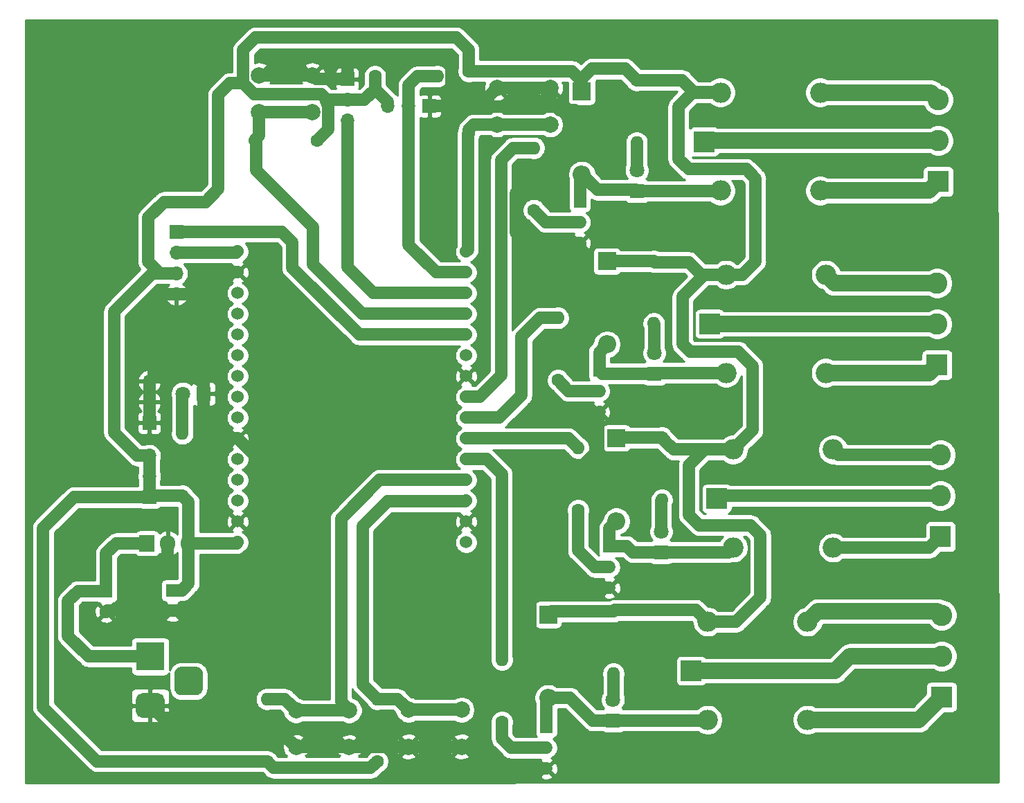
<source format=gbr>
%TF.GenerationSoftware,KiCad,Pcbnew,(5.1.12)-1*%
%TF.CreationDate,2022-02-04T12:41:24+05:30*%
%TF.ProjectId,greenhosue,67726565-6e68-46f7-9375-652e6b696361,rev?*%
%TF.SameCoordinates,Original*%
%TF.FileFunction,Copper,L1,Top*%
%TF.FilePolarity,Positive*%
%FSLAX46Y46*%
G04 Gerber Fmt 4.6, Leading zero omitted, Abs format (unit mm)*
G04 Created by KiCad (PCBNEW (5.1.12)-1) date 2022-02-04 12:41:24*
%MOMM*%
%LPD*%
G01*
G04 APERTURE LIST*
%TA.AperFunction,ComponentPad*%
%ADD10O,1.600000X1.600000*%
%TD*%
%TA.AperFunction,ComponentPad*%
%ADD11C,1.600000*%
%TD*%
%TA.AperFunction,ComponentPad*%
%ADD12C,1.524000*%
%TD*%
%TA.AperFunction,ComponentPad*%
%ADD13C,2.000000*%
%TD*%
%TA.AperFunction,ComponentPad*%
%ADD14R,1.500000X1.500000*%
%TD*%
%TA.AperFunction,ComponentPad*%
%ADD15C,1.500000*%
%TD*%
%TA.AperFunction,ComponentPad*%
%ADD16O,1.905000X2.000000*%
%TD*%
%TA.AperFunction,ComponentPad*%
%ADD17R,1.905000X2.000000*%
%TD*%
%TA.AperFunction,ComponentPad*%
%ADD18O,1.700000X1.700000*%
%TD*%
%TA.AperFunction,ComponentPad*%
%ADD19R,1.700000X1.700000*%
%TD*%
%TA.AperFunction,ComponentPad*%
%ADD20C,2.600000*%
%TD*%
%TA.AperFunction,ComponentPad*%
%ADD21R,2.600000X2.600000*%
%TD*%
%TA.AperFunction,ComponentPad*%
%ADD22R,3.500000X3.500000*%
%TD*%
%TA.AperFunction,ComponentPad*%
%ADD23C,1.800000*%
%TD*%
%TA.AperFunction,ComponentPad*%
%ADD24R,1.800000X1.800000*%
%TD*%
%TA.AperFunction,ComponentPad*%
%ADD25R,1.600000X1.600000*%
%TD*%
%TA.AperFunction,ComponentPad*%
%ADD26O,2.500000X2.500000*%
%TD*%
%TA.AperFunction,ComponentPad*%
%ADD27R,2.500000X2.500000*%
%TD*%
%TA.AperFunction,ComponentPad*%
%ADD28O,2.200000X2.200000*%
%TD*%
%TA.AperFunction,ComponentPad*%
%ADD29R,2.200000X2.200000*%
%TD*%
%TA.AperFunction,Conductor*%
%ADD30C,1.500000*%
%TD*%
%TA.AperFunction,Conductor*%
%ADD31C,2.000000*%
%TD*%
%TA.AperFunction,Conductor*%
%ADD32C,0.254000*%
%TD*%
%TA.AperFunction,Conductor*%
%ADD33C,0.100000*%
%TD*%
G04 APERTURE END LIST*
D10*
%TO.P,R4,2*%
%TO.N,S1*%
X104673400Y-37084000D03*
D11*
%TO.P,R4,1*%
%TO.N,VCC*%
X104673400Y-29464000D03*
%TD*%
D12*
%TO.P,U1,30*%
%TO.N,S1*%
X104343200Y-51536600D03*
%TO.P,U1,29*%
%TO.N,Net-(J3-Pad2)*%
X104343200Y-54076600D03*
%TO.P,U1,28*%
%TO.N,Net-(J4-Pad3)*%
X104343200Y-56616600D03*
%TO.P,U1,27*%
%TO.N,S2*%
X104343200Y-59156600D03*
%TO.P,U1,26*%
%TO.N,M_data*%
X104343200Y-61696600D03*
%TO.P,U1,25*%
%TO.N,Net-(U1-Pad25)*%
X104343200Y-64236600D03*
%TO.P,U1,24*%
%TO.N,GND*%
X104343200Y-66776600D03*
%TO.P,U1,23*%
%TO.N,relay1*%
X104343200Y-69316600D03*
%TO.P,U1,22*%
%TO.N,relay2*%
X104343200Y-71856600D03*
%TO.P,U1,21*%
%TO.N,relay3*%
X104343200Y-74396600D03*
%TO.P,U1,20*%
%TO.N,relay4*%
X104343200Y-76936600D03*
%TO.P,U1,19*%
%TO.N,S3*%
X104343200Y-79476600D03*
%TO.P,U1,18*%
%TO.N,S4*%
X104343200Y-82016600D03*
%TO.P,U1,17*%
%TO.N,GND*%
X104343200Y-84556600D03*
%TO.P,U1,16*%
%TO.N,Net-(U1-Pad16)*%
X104343200Y-87096600D03*
%TO.P,U1,15*%
%TO.N,VCC*%
X76403200Y-87096600D03*
%TO.P,U1,14*%
%TO.N,GND*%
X76403200Y-84556600D03*
%TO.P,U1,13*%
%TO.N,Net-(U1-Pad13)*%
X76403200Y-82016600D03*
%TO.P,U1,12*%
%TO.N,Net-(U1-Pad12)*%
X76403200Y-79476600D03*
%TO.P,U1,11*%
%TO.N,+3V3*%
X76403200Y-76936600D03*
%TO.P,U1,10*%
%TO.N,GND*%
X76403200Y-74396600D03*
%TO.P,U1,9*%
%TO.N,Net-(U1-Pad9)*%
X76403200Y-71856600D03*
%TO.P,U1,8*%
%TO.N,Net-(U1-Pad8)*%
X76403200Y-69316600D03*
%TO.P,U1,7*%
%TO.N,Net-(U1-Pad7)*%
X76403200Y-66776600D03*
%TO.P,U1,6*%
%TO.N,Net-(U1-Pad6)*%
X76403200Y-64236600D03*
%TO.P,U1,5*%
%TO.N,Net-(U1-Pad5)*%
X76403200Y-61696600D03*
%TO.P,U1,4*%
%TO.N,Net-(U1-Pad4)*%
X76403200Y-59156600D03*
%TO.P,U1,3*%
%TO.N,Net-(U1-Pad3)*%
X76403200Y-56616600D03*
%TO.P,U1,2*%
%TO.N,GND*%
X76403200Y-54076600D03*
%TO.P,U1,1*%
%TO.N,m_analog*%
X76403200Y-51536600D03*
%TD*%
D13*
%TO.P,SW1,1*%
%TO.N,S1*%
X108130200Y-36017200D03*
%TO.P,SW1,2*%
%TO.N,GND*%
X108130200Y-31517200D03*
%TO.P,SW1,1*%
%TO.N,S1*%
X114630200Y-36017200D03*
%TO.P,SW1,2*%
%TO.N,GND*%
X114630200Y-31517200D03*
%TD*%
D14*
%TO.P,Q4,1*%
%TO.N,Net-(D6-Pad2)*%
X120624600Y-66065400D03*
D15*
%TO.P,Q4,3*%
%TO.N,GND*%
X120624600Y-71145400D03*
%TO.P,Q4,2*%
%TO.N,Net-(Q4-Pad2)*%
X120624600Y-68605400D03*
%TD*%
D14*
%TO.P,Q3,1*%
%TO.N,Net-(D5-Pad2)*%
X118262400Y-45415200D03*
D15*
%TO.P,Q3,3*%
%TO.N,GND*%
X118262400Y-50495200D03*
%TO.P,Q3,2*%
%TO.N,Net-(Q3-Pad2)*%
X118262400Y-47955200D03*
%TD*%
D14*
%TO.P,Q2,1*%
%TO.N,Net-(D4-Pad2)*%
X121869200Y-87604600D03*
D15*
%TO.P,Q2,3*%
%TO.N,GND*%
X121869200Y-92684600D03*
%TO.P,Q2,2*%
%TO.N,Net-(Q2-Pad2)*%
X121869200Y-90144600D03*
%TD*%
D14*
%TO.P,Q1,1*%
%TO.N,Net-(D2-Pad2)*%
X114173000Y-109702600D03*
D15*
%TO.P,Q1,3*%
%TO.N,GND*%
X114173000Y-114782600D03*
%TO.P,Q1,2*%
%TO.N,Net-(Q1-Pad2)*%
X114173000Y-112242600D03*
%TD*%
D16*
%TO.P,U2,3*%
%TO.N,VCC*%
X70408800Y-87223600D03*
%TO.P,U2,2*%
%TO.N,GND*%
X67868800Y-87223600D03*
D17*
%TO.P,U2,1*%
%TO.N,Net-(C1-Pad1)*%
X65328800Y-87223600D03*
%TD*%
D13*
%TO.P,SW4,1*%
%TO.N,S4*%
X103784400Y-107594400D03*
%TO.P,SW4,2*%
%TO.N,GND*%
X103784400Y-112094400D03*
%TO.P,SW4,1*%
%TO.N,S4*%
X97284400Y-107594400D03*
%TO.P,SW4,2*%
%TO.N,GND*%
X97284400Y-112094400D03*
%TD*%
%TO.P,SW2,1*%
%TO.N,S2*%
X79047200Y-34493200D03*
%TO.P,SW2,2*%
%TO.N,GND*%
X79047200Y-29993200D03*
%TO.P,SW2,1*%
%TO.N,S2*%
X85547200Y-34493200D03*
%TO.P,SW2,2*%
%TO.N,GND*%
X85547200Y-29993200D03*
%TD*%
%TO.P,SW3,1*%
%TO.N,S3*%
X90043000Y-107666400D03*
%TO.P,SW3,2*%
%TO.N,GND*%
X90043000Y-112166400D03*
%TO.P,SW3,1*%
%TO.N,S3*%
X83543000Y-107666400D03*
%TO.P,SW3,2*%
%TO.N,GND*%
X83543000Y-112166400D03*
%TD*%
D10*
%TO.P,R14,2*%
%TO.N,Net-(D9-Pad2)*%
X127304800Y-60350400D03*
D11*
%TO.P,R14,1*%
%TO.N,VCC*%
X127304800Y-52730400D03*
%TD*%
D10*
%TO.P,R13,2*%
%TO.N,Net-(D8-Pad2)*%
X125196600Y-38201600D03*
D11*
%TO.P,R13,1*%
%TO.N,VCC*%
X125196600Y-30581600D03*
%TD*%
D10*
%TO.P,R12,2*%
%TO.N,Net-(D7-Pad2)*%
X128270000Y-81940400D03*
D11*
%TO.P,R12,1*%
%TO.N,VCC*%
X128270000Y-74320400D03*
%TD*%
D10*
%TO.P,R11,2*%
%TO.N,relay2*%
X115570000Y-59664600D03*
D11*
%TO.P,R11,1*%
%TO.N,Net-(Q4-Pad2)*%
X115570000Y-67284600D03*
%TD*%
D10*
%TO.P,R10,2*%
%TO.N,relay1*%
X112623600Y-38862000D03*
D11*
%TO.P,R10,1*%
%TO.N,Net-(Q3-Pad2)*%
X112623600Y-46482000D03*
%TD*%
D10*
%TO.P,R9,2*%
%TO.N,relay3*%
X118033800Y-75565000D03*
D11*
%TO.P,R9,1*%
%TO.N,Net-(Q2-Pad2)*%
X118033800Y-83185000D03*
%TD*%
D10*
%TO.P,R8,2*%
%TO.N,S4*%
X93472000Y-106273600D03*
D11*
%TO.P,R8,1*%
%TO.N,VCC*%
X93472000Y-113893600D03*
%TD*%
D10*
%TO.P,R7,2*%
%TO.N,S2*%
X78460600Y-37998400D03*
D11*
%TO.P,R7,1*%
%TO.N,VCC*%
X86080600Y-37998400D03*
%TD*%
D10*
%TO.P,R6,2*%
%TO.N,Net-(D3-Pad2)*%
X122351800Y-103174800D03*
D11*
%TO.P,R6,1*%
%TO.N,VCC*%
X122351800Y-95554800D03*
%TD*%
D10*
%TO.P,R5,2*%
%TO.N,S3*%
X79984600Y-106273600D03*
D11*
%TO.P,R5,1*%
%TO.N,VCC*%
X79984600Y-113893600D03*
%TD*%
D10*
%TO.P,R3,2*%
%TO.N,relay4*%
X108712000Y-101473000D03*
D11*
%TO.P,R3,1*%
%TO.N,Net-(Q1-Pad2)*%
X108712000Y-109093000D03*
%TD*%
D10*
%TO.P,R2,2*%
%TO.N,Net-(J3-Pad2)*%
X100812600Y-30124400D03*
D11*
%TO.P,R2,1*%
%TO.N,VCC*%
X93192600Y-30124400D03*
%TD*%
D10*
%TO.P,R1,2*%
%TO.N,Net-(D1-Pad2)*%
X69646800Y-73812400D03*
D11*
%TO.P,R1,1*%
%TO.N,VCC*%
X69646800Y-81432400D03*
%TD*%
D18*
%TO.P,J10,3*%
%TO.N,GND*%
X65608200Y-67411600D03*
%TO.P,J10,2*%
X65608200Y-69951600D03*
D19*
%TO.P,J10,1*%
X65608200Y-72491600D03*
%TD*%
D18*
%TO.P,J9,3*%
%TO.N,VCC*%
X65608200Y-76504800D03*
%TO.P,J9,2*%
X65608200Y-79044800D03*
D19*
%TO.P,J9,1*%
X65608200Y-81584800D03*
%TD*%
D20*
%TO.P,J8,3*%
%TO.N,Net-(J8-Pad3)*%
X161925000Y-55405000D03*
%TO.P,J8,2*%
%TO.N,Net-(J8-Pad2)*%
X161925000Y-60405000D03*
D21*
%TO.P,J8,1*%
%TO.N,Net-(J8-Pad1)*%
X161925000Y-65405000D03*
%TD*%
D20*
%TO.P,J7,3*%
%TO.N,Net-(J7-Pad3)*%
X162077400Y-32976800D03*
%TO.P,J7,2*%
%TO.N,Net-(J7-Pad2)*%
X162077400Y-37976800D03*
D21*
%TO.P,J7,1*%
%TO.N,Net-(J7-Pad1)*%
X162077400Y-42976800D03*
%TD*%
D20*
%TO.P,J6,3*%
%TO.N,Net-(J6-Pad3)*%
X162356800Y-76410800D03*
%TO.P,J6,2*%
%TO.N,Net-(J6-Pad2)*%
X162356800Y-81410800D03*
D21*
%TO.P,J6,1*%
%TO.N,Net-(J6-Pad1)*%
X162356800Y-86410800D03*
%TD*%
D20*
%TO.P,J5,3*%
%TO.N,Net-(J5-Pad3)*%
X162483800Y-96019600D03*
%TO.P,J5,2*%
%TO.N,Net-(J5-Pad2)*%
X162483800Y-101019600D03*
D21*
%TO.P,J5,1*%
%TO.N,Net-(J5-Pad1)*%
X162483800Y-106019600D03*
%TD*%
D18*
%TO.P,J4,3*%
%TO.N,Net-(J4-Pad3)*%
X89814400Y-35534600D03*
%TO.P,J4,2*%
%TO.N,VCC*%
X89814400Y-32994600D03*
D19*
%TO.P,J4,1*%
%TO.N,GND*%
X89814400Y-30454600D03*
%TD*%
D18*
%TO.P,J3,3*%
%TO.N,VCC*%
X94792800Y-33756600D03*
%TO.P,J3,2*%
%TO.N,Net-(J3-Pad2)*%
X97332800Y-33756600D03*
D19*
%TO.P,J3,1*%
%TO.N,GND*%
X99872800Y-33756600D03*
%TD*%
%TO.P,J2,3*%
%TO.N,N/C*%
%TA.AperFunction,ComponentPad*%
G36*
G01*
X71284800Y-105816600D02*
X69534800Y-105816600D01*
G75*
G02*
X68659800Y-104941600I0J875000D01*
G01*
X68659800Y-103191600D01*
G75*
G02*
X69534800Y-102316600I875000J0D01*
G01*
X71284800Y-102316600D01*
G75*
G02*
X72159800Y-103191600I0J-875000D01*
G01*
X72159800Y-104941600D01*
G75*
G02*
X71284800Y-105816600I-875000J0D01*
G01*
G37*
%TD.AperFunction*%
%TO.P,J2,2*%
%TO.N,GND*%
%TA.AperFunction,ComponentPad*%
G36*
G01*
X66709800Y-108566600D02*
X64709800Y-108566600D01*
G75*
G02*
X63959800Y-107816600I0J750000D01*
G01*
X63959800Y-106316600D01*
G75*
G02*
X64709800Y-105566600I750000J0D01*
G01*
X66709800Y-105566600D01*
G75*
G02*
X67459800Y-106316600I0J-750000D01*
G01*
X67459800Y-107816600D01*
G75*
G02*
X66709800Y-108566600I-750000J0D01*
G01*
G37*
%TD.AperFunction*%
D22*
%TO.P,J2,1*%
%TO.N,Net-(C1-Pad1)*%
X65709800Y-101066600D03*
%TD*%
D23*
%TO.P,D9,2*%
%TO.N,Net-(D9-Pad2)*%
X127355600Y-63931800D03*
D24*
%TO.P,D9,1*%
%TO.N,Net-(D6-Pad2)*%
X127355600Y-66471800D03*
%TD*%
D23*
%TO.P,D8,2*%
%TO.N,Net-(D8-Pad2)*%
X125222000Y-41605200D03*
D24*
%TO.P,D8,1*%
%TO.N,Net-(D5-Pad2)*%
X125222000Y-44145200D03*
%TD*%
D23*
%TO.P,D7,2*%
%TO.N,Net-(D7-Pad2)*%
X128193800Y-85775800D03*
D24*
%TO.P,D7,1*%
%TO.N,Net-(D4-Pad2)*%
X128193800Y-88315800D03*
%TD*%
D23*
%TO.P,D3,2*%
%TO.N,Net-(D3-Pad2)*%
X122301000Y-106349800D03*
D24*
%TO.P,D3,1*%
%TO.N,Net-(D2-Pad2)*%
X122301000Y-108889800D03*
%TD*%
D23*
%TO.P,D1,2*%
%TO.N,Net-(D1-Pad2)*%
X69697600Y-68935600D03*
D24*
%TO.P,D1,1*%
%TO.N,GND*%
X72237600Y-68935600D03*
%TD*%
D11*
%TO.P,C2,2*%
%TO.N,GND*%
X68427600Y-95489400D03*
D25*
%TO.P,C2,1*%
%TO.N,VCC*%
X68427600Y-92989400D03*
%TD*%
D11*
%TO.P,C1,2*%
%TO.N,GND*%
X60325000Y-95591000D03*
D25*
%TO.P,C1,1*%
%TO.N,Net-(C1-Pad1)*%
X60325000Y-93091000D03*
%TD*%
D26*
%TO.P,K4,5*%
%TO.N,VCC*%
X136137400Y-54375800D03*
%TO.P,K4,4*%
%TO.N,Net-(J8-Pad3)*%
X148337400Y-54375800D03*
%TO.P,K4,3*%
%TO.N,Net-(J8-Pad1)*%
X148337400Y-66375800D03*
%TO.P,K4,2*%
%TO.N,Net-(D6-Pad2)*%
X136137400Y-66375800D03*
D27*
%TO.P,K4,1*%
%TO.N,Net-(J8-Pad2)*%
X134137400Y-60375800D03*
%TD*%
D26*
%TO.P,K3,5*%
%TO.N,VCC*%
X135451600Y-32100000D03*
%TO.P,K3,4*%
%TO.N,Net-(J7-Pad3)*%
X147651600Y-32100000D03*
%TO.P,K3,3*%
%TO.N,Net-(J7-Pad1)*%
X147651600Y-44100000D03*
%TO.P,K3,2*%
%TO.N,Net-(D5-Pad2)*%
X135451600Y-44100000D03*
D27*
%TO.P,K3,1*%
%TO.N,Net-(J7-Pad2)*%
X133451600Y-38100000D03*
%TD*%
D26*
%TO.P,K2,5*%
%TO.N,VCC*%
X137001000Y-75762600D03*
%TO.P,K2,4*%
%TO.N,Net-(J6-Pad3)*%
X149201000Y-75762600D03*
%TO.P,K2,3*%
%TO.N,Net-(J6-Pad1)*%
X149201000Y-87762600D03*
%TO.P,K2,2*%
%TO.N,Net-(D4-Pad2)*%
X137001000Y-87762600D03*
D27*
%TO.P,K2,1*%
%TO.N,Net-(J6-Pad2)*%
X135001000Y-81762600D03*
%TD*%
D26*
%TO.P,K1,5*%
%TO.N,VCC*%
X133876800Y-96819200D03*
%TO.P,K1,4*%
%TO.N,Net-(J5-Pad3)*%
X146076800Y-96819200D03*
%TO.P,K1,3*%
%TO.N,Net-(J5-Pad1)*%
X146076800Y-108819200D03*
%TO.P,K1,2*%
%TO.N,Net-(D2-Pad2)*%
X133876800Y-108819200D03*
D27*
%TO.P,K1,1*%
%TO.N,Net-(J5-Pad2)*%
X131876800Y-102819200D03*
%TD*%
D18*
%TO.P,J1,4*%
%TO.N,GND*%
X68910200Y-56769000D03*
%TO.P,J1,3*%
%TO.N,VCC*%
X68910200Y-54229000D03*
%TO.P,J1,2*%
%TO.N,m_analog*%
X68910200Y-51689000D03*
D19*
%TO.P,J1,1*%
%TO.N,M_data*%
X68910200Y-49149000D03*
%TD*%
D28*
%TO.P,D6,2*%
%TO.N,Net-(D6-Pad2)*%
X121564400Y-62890400D03*
D29*
%TO.P,D6,1*%
%TO.N,VCC*%
X121564400Y-52730400D03*
%TD*%
D28*
%TO.P,D5,2*%
%TO.N,Net-(D5-Pad2)*%
X118491000Y-42113200D03*
D29*
%TO.P,D5,1*%
%TO.N,VCC*%
X118491000Y-31953200D03*
%TD*%
D28*
%TO.P,D4,2*%
%TO.N,Net-(D4-Pad2)*%
X122732800Y-84505800D03*
D29*
%TO.P,D4,1*%
%TO.N,VCC*%
X122732800Y-74345800D03*
%TD*%
D28*
%TO.P,D2,2*%
%TO.N,Net-(D2-Pad2)*%
X114376200Y-106121200D03*
D29*
%TO.P,D2,1*%
%TO.N,VCC*%
X114376200Y-95961200D03*
%TD*%
D30*
%TO.N,Net-(D2-Pad2)*%
X114173000Y-106324400D02*
X114376200Y-106121200D01*
X114173000Y-109702600D02*
X114173000Y-106324400D01*
X117017800Y-106121200D02*
X114376200Y-106121200D01*
X119786400Y-108889800D02*
X117017800Y-106121200D01*
X122301000Y-108889800D02*
X119786400Y-108889800D01*
X133806200Y-108889800D02*
X133876800Y-108819200D01*
X122301000Y-108889800D02*
X133806200Y-108889800D01*
%TO.N,VCC*%
X133876800Y-96819200D02*
X132460000Y-95402400D01*
X122504200Y-95402400D02*
X122351800Y-95554800D01*
X132460000Y-95402400D02*
X122504200Y-95402400D01*
X114782600Y-95554800D02*
X114376200Y-95961200D01*
X122351800Y-95554800D02*
X114782600Y-95554800D01*
X121564400Y-52730400D02*
X127304800Y-52730400D01*
X127406400Y-52832000D02*
X127304800Y-52730400D01*
X133070600Y-54356000D02*
X131546600Y-52832000D01*
X136117600Y-54356000D02*
X133070600Y-54356000D01*
X131546600Y-52832000D02*
X127406400Y-52832000D01*
X136137400Y-54375800D02*
X136117600Y-54356000D01*
X136137400Y-54375800D02*
X133457200Y-54375800D01*
X133457200Y-54375800D02*
X130810000Y-57023000D01*
X130810000Y-57023000D02*
X130810000Y-62890400D01*
X130810000Y-62890400D02*
X131724400Y-63804800D01*
X136822402Y-63804800D02*
X136847802Y-63779400D01*
X131724400Y-63804800D02*
X136822402Y-63804800D01*
X136847802Y-63779400D02*
X137591800Y-63779400D01*
X137591800Y-63779400D02*
X139369800Y-65557400D01*
X139369800Y-73393800D02*
X137001000Y-75762600D01*
X139369800Y-65557400D02*
X139369800Y-73393800D01*
X122758200Y-74320400D02*
X122732800Y-74345800D01*
X128270000Y-74320400D02*
X122758200Y-74320400D01*
X140335000Y-86233000D02*
X140335000Y-93853000D01*
X132842000Y-85013800D02*
X139115800Y-85013800D01*
X137368800Y-96819200D02*
X133876800Y-96819200D01*
X131597400Y-83769200D02*
X132842000Y-85013800D01*
X140335000Y-93853000D02*
X137368800Y-96819200D01*
X131597400Y-77673200D02*
X131597400Y-83769200D01*
X139115800Y-85013800D02*
X140335000Y-86233000D01*
X133508000Y-75762600D02*
X131597400Y-77673200D01*
X137001000Y-75762600D02*
X133508000Y-75762600D01*
X128917700Y-74968100D02*
X128270000Y-74320400D01*
X129712200Y-75762600D02*
X128917700Y-74968100D01*
X137001000Y-75762600D02*
X129712200Y-75762600D01*
X123799600Y-29184600D02*
X125196600Y-30581600D01*
X119735600Y-29184600D02*
X123799600Y-29184600D01*
X118491000Y-30429200D02*
X119735600Y-29184600D01*
X118491000Y-31953200D02*
X118491000Y-30429200D01*
X135406400Y-32054800D02*
X135451600Y-32100000D01*
X132207000Y-32054800D02*
X135406400Y-32054800D01*
X130733800Y-30581600D02*
X132207000Y-32054800D01*
X125196600Y-30581600D02*
X130733800Y-30581600D01*
X138105400Y-54375800D02*
X136137400Y-54375800D01*
X139725400Y-52755800D02*
X138105400Y-54375800D01*
X139725400Y-42595800D02*
X139725400Y-52755800D01*
X138582400Y-41452800D02*
X139725400Y-42595800D01*
X131546600Y-41452800D02*
X138582400Y-41452800D01*
X130302000Y-40208200D02*
X131546600Y-41452800D01*
X130302000Y-33807400D02*
X130302000Y-40208200D01*
X132009400Y-32100000D02*
X130302000Y-33807400D01*
X135451600Y-32100000D02*
X132009400Y-32100000D01*
X68427600Y-92989400D02*
X69570600Y-92989400D01*
X70408800Y-92151200D02*
X70408800Y-87223600D01*
X69570600Y-92989400D02*
X70408800Y-92151200D01*
X76276200Y-87223600D02*
X76403200Y-87096600D01*
X70408800Y-87223600D02*
X76276200Y-87223600D01*
X70408800Y-82194400D02*
X69646800Y-81432400D01*
X70408800Y-87223600D02*
X70408800Y-82194400D01*
X65760600Y-81432400D02*
X65608200Y-81584800D01*
X69646800Y-81432400D02*
X65760600Y-81432400D01*
X65608200Y-76504800D02*
X65608200Y-79044800D01*
X65608200Y-79044800D02*
X65608200Y-81584800D01*
X65963800Y-54229000D02*
X68910200Y-54229000D01*
X61290200Y-58902600D02*
X65963800Y-54229000D01*
X61290200Y-73660000D02*
X61290200Y-58902600D01*
X64135000Y-76504800D02*
X61290200Y-73660000D01*
X65608200Y-76504800D02*
X64135000Y-76504800D01*
X87325200Y-32994600D02*
X89814400Y-32994600D01*
X87325200Y-33385198D02*
X87325200Y-32994600D01*
X87497201Y-33557199D02*
X87325200Y-33385198D01*
X87497201Y-36581799D02*
X87497201Y-33557199D01*
X86080600Y-37998400D02*
X87497201Y-36581799D01*
X78613000Y-25374600D02*
X103149400Y-25374600D01*
X77097199Y-26890401D02*
X78613000Y-25374600D01*
X103149400Y-25374600D02*
X104673400Y-26898600D01*
X77097199Y-30929201D02*
X77097199Y-26890401D01*
X104673400Y-26898600D02*
X104673400Y-29464000D01*
X78451398Y-32283400D02*
X77097199Y-30929201D01*
X87325200Y-32994600D02*
X86614000Y-32283400D01*
X86614000Y-32283400D02*
X78451398Y-32283400D01*
X87147400Y-32994600D02*
X87325200Y-32994600D01*
X93218000Y-30149800D02*
X93192600Y-30124400D01*
X93218000Y-31673800D02*
X93218000Y-30149800D01*
X91897200Y-32994600D02*
X93218000Y-31673800D01*
X89814400Y-32994600D02*
X91897200Y-32994600D01*
X94792800Y-33248600D02*
X93218000Y-31673800D01*
X94792800Y-33756600D02*
X94792800Y-33248600D01*
X104673400Y-29464000D02*
X117297200Y-29464000D01*
X118491000Y-30657800D02*
X118491000Y-31953200D01*
X117297200Y-29464000D02*
X118491000Y-30657800D01*
X80784599Y-114693599D02*
X79984600Y-113893600D01*
X92672001Y-114693599D02*
X80784599Y-114693599D01*
X93472000Y-113893600D02*
X92672001Y-114693599D01*
X56388000Y-81584800D02*
X65608200Y-81584800D01*
X52628800Y-85344000D02*
X56388000Y-81584800D01*
X52628800Y-107289600D02*
X52628800Y-85344000D01*
X59232800Y-113893600D02*
X52628800Y-107289600D01*
X79984600Y-113893600D02*
X59232800Y-113893600D01*
X74041000Y-32372300D02*
X75484099Y-30929201D01*
X74041000Y-43903900D02*
X74041000Y-32372300D01*
X72466200Y-45478700D02*
X74041000Y-43903900D01*
X67398900Y-45478700D02*
X72466200Y-45478700D01*
X65481200Y-47396400D02*
X67398900Y-45478700D01*
X65481200Y-52781200D02*
X65481200Y-47396400D01*
X75484099Y-30929201D02*
X77097199Y-30929201D01*
X66929000Y-54229000D02*
X65481200Y-52781200D01*
X68910200Y-54229000D02*
X66929000Y-54229000D01*
%TO.N,Net-(D4-Pad2)*%
X121869200Y-87604600D02*
X124002800Y-87604600D01*
X124714000Y-88315800D02*
X128193800Y-88315800D01*
X124002800Y-87604600D02*
X124714000Y-88315800D01*
X121869200Y-85369400D02*
X122732800Y-84505800D01*
X121869200Y-87604600D02*
X121869200Y-85369400D01*
X136447800Y-88315800D02*
X128193800Y-88315800D01*
X137001000Y-87762600D02*
X136447800Y-88315800D01*
%TO.N,Net-(D5-Pad2)*%
X118262400Y-42341800D02*
X118491000Y-42113200D01*
X118262400Y-45415200D02*
X118262400Y-42341800D01*
X118491000Y-42113200D02*
X120370600Y-43992800D01*
X125069600Y-43992800D02*
X125222000Y-44145200D01*
X120370600Y-43992800D02*
X125069600Y-43992800D01*
X135406400Y-44145200D02*
X135451600Y-44100000D01*
X125222000Y-44145200D02*
X135406400Y-44145200D01*
%TO.N,Net-(D6-Pad2)*%
X127451600Y-66375800D02*
X127355600Y-66471800D01*
X136137400Y-66375800D02*
X127451600Y-66375800D01*
X123850400Y-66471800D02*
X127355600Y-66471800D01*
X121031000Y-66471800D02*
X123850400Y-66471800D01*
X120624600Y-66065400D02*
X121031000Y-66471800D01*
X120624600Y-63830200D02*
X120624600Y-66065400D01*
X121564400Y-62890400D02*
X120624600Y-63830200D01*
%TO.N,GND*%
X97284400Y-112094400D02*
X103784400Y-112094400D01*
X79047200Y-29993200D02*
X85547200Y-29993200D01*
X60426600Y-95489400D02*
X60325000Y-95591000D01*
X65187200Y-95489400D02*
X60426600Y-95489400D01*
X68427600Y-95489400D02*
X65187200Y-95489400D01*
X65187200Y-92724600D02*
X65187200Y-95489400D01*
X67868800Y-90043000D02*
X65187200Y-92724600D01*
X67868800Y-87223600D02*
X67868800Y-90043000D01*
X73569200Y-95489400D02*
X68427600Y-95489400D01*
X75920600Y-97840800D02*
X73569200Y-95489400D01*
X75920600Y-107823000D02*
X75920600Y-97840800D01*
X65608200Y-72491600D02*
X65608200Y-69951600D01*
X65608200Y-67411600D02*
X65608200Y-69951600D01*
X72237600Y-67792600D02*
X72237600Y-68935600D01*
X70561200Y-66116200D02*
X72237600Y-67792600D01*
X66903600Y-66116200D02*
X70561200Y-66116200D01*
X65608200Y-67411600D02*
X66903600Y-66116200D01*
X65735200Y-64947800D02*
X66903600Y-66116200D01*
X65735200Y-57962800D02*
X65735200Y-64947800D01*
X66929000Y-56769000D02*
X65735200Y-57962800D01*
X68910200Y-56769000D02*
X66929000Y-56769000D01*
X105890800Y-33756600D02*
X108130200Y-31517200D01*
X99872800Y-33756600D02*
X105890800Y-33756600D01*
X108130200Y-31517200D02*
X114630200Y-31517200D01*
X86008600Y-30454600D02*
X85547200Y-29993200D01*
X89814400Y-30454600D02*
X86008600Y-30454600D01*
X89814400Y-28397200D02*
X89814400Y-30454600D01*
X90754200Y-27457400D02*
X89814400Y-28397200D01*
X101523800Y-27457400D02*
X90754200Y-27457400D01*
X102562601Y-32438399D02*
X102562601Y-28496201D01*
X102514400Y-32486600D02*
X102562601Y-32438399D01*
X102562601Y-28496201D02*
X101523800Y-27457400D01*
X102514400Y-33604200D02*
X102514400Y-32486600D01*
X102362000Y-33756600D02*
X102514400Y-33604200D01*
X99872800Y-33756600D02*
X102362000Y-33756600D01*
X72237600Y-68935600D02*
X72237600Y-72720200D01*
X73914000Y-74396600D02*
X76403200Y-74396600D01*
X72237600Y-72720200D02*
X73914000Y-74396600D01*
X105185600Y-112196000D02*
X103578800Y-112196000D01*
X107772200Y-114782600D02*
X105185600Y-112196000D01*
X114173000Y-114782600D02*
X107772200Y-114782600D01*
X112190010Y-94237388D02*
X113742798Y-92684600D01*
X112190010Y-97889810D02*
X112190010Y-94237388D01*
X111480600Y-105562400D02*
X112240001Y-104802999D01*
X113742798Y-92684600D02*
X121869200Y-92684600D01*
X107543600Y-105562400D02*
X111480600Y-105562400D01*
X112240001Y-104802999D02*
X112240001Y-97939801D01*
X106527600Y-106578400D02*
X107543600Y-105562400D01*
X112240001Y-97939801D02*
X112190010Y-97889810D01*
X106527600Y-110718600D02*
X106527600Y-106578400D01*
X105151800Y-112094400D02*
X106527600Y-110718600D01*
X103784400Y-112094400D02*
X105151800Y-112094400D01*
X113742798Y-82548402D02*
X113742798Y-92684600D01*
X120523000Y-75768200D02*
X113742798Y-82548402D01*
X120523000Y-71247000D02*
X120523000Y-75768200D01*
X120624600Y-71145400D02*
X120523000Y-71247000D01*
X115493800Y-71247000D02*
X120523000Y-71247000D01*
X113487200Y-64058800D02*
X113487200Y-69240400D01*
X114731800Y-62814200D02*
X113487200Y-64058800D01*
X113487200Y-69240400D02*
X115493800Y-71247000D01*
X117119400Y-62814200D02*
X114731800Y-62814200D01*
X118262400Y-61671200D02*
X117119400Y-62814200D01*
X118262400Y-50495200D02*
X118262400Y-61671200D01*
X111658400Y-50495200D02*
X118262400Y-50495200D01*
X110413800Y-44373800D02*
X110413800Y-49250600D01*
X110413800Y-49250600D02*
X111658400Y-50495200D01*
X113919000Y-42900600D02*
X111887000Y-42900600D01*
X118592600Y-38227000D02*
X113919000Y-42900600D01*
X118592600Y-35229800D02*
X118592600Y-38227000D01*
X117627400Y-34264600D02*
X118592600Y-35229800D01*
X115763602Y-34264600D02*
X117627400Y-34264600D01*
X114630200Y-33131198D02*
X115763602Y-34264600D01*
X111887000Y-42900600D02*
X110413800Y-44373800D01*
X114630200Y-31517200D02*
X114630200Y-33131198D01*
X68910200Y-56769000D02*
X70789800Y-56769000D01*
X73482200Y-54076600D02*
X76403200Y-54076600D01*
X70789800Y-56769000D02*
X73482200Y-54076600D01*
X83543000Y-112166400D02*
X90043000Y-112166400D01*
X90115000Y-112094400D02*
X90043000Y-112166400D01*
X97284400Y-112094400D02*
X90115000Y-112094400D01*
X75920600Y-111048800D02*
X75920600Y-107823000D01*
X75996800Y-111125000D02*
X75920600Y-111048800D01*
X82501600Y-111125000D02*
X75996800Y-111125000D01*
X83543000Y-112166400D02*
X82501600Y-111125000D01*
X75184000Y-108559600D02*
X75920600Y-107823000D01*
X67202800Y-108559600D02*
X75184000Y-108559600D01*
X65709800Y-107066600D02*
X67202800Y-108559600D01*
X76403200Y-74396600D02*
X81368900Y-79362300D01*
X81368900Y-87689700D02*
X73569200Y-95489400D01*
X81368900Y-79362300D02*
X81368900Y-87689700D01*
%TO.N,m_analog*%
X76250800Y-51689000D02*
X76403200Y-51536600D01*
X68910200Y-51689000D02*
X76250800Y-51689000D01*
%TO.N,M_data*%
X91262200Y-61696600D02*
X104343200Y-61696600D01*
X83083400Y-53517800D02*
X91262200Y-61696600D01*
X83083400Y-50444400D02*
X83083400Y-53517800D01*
X81788000Y-49149000D02*
X83083400Y-50444400D01*
X68910200Y-49149000D02*
X81788000Y-49149000D01*
D31*
%TO.N,Net-(J5-Pad3)*%
X146076800Y-96819200D02*
X147366600Y-95529400D01*
X161993600Y-95529400D02*
X162483800Y-96019600D01*
X147366600Y-95529400D02*
X161993600Y-95529400D01*
%TO.N,Net-(J5-Pad1)*%
X159684200Y-108819200D02*
X162483800Y-106019600D01*
X146076800Y-108819200D02*
X159684200Y-108819200D01*
%TO.N,Net-(J5-Pad2)*%
X162483800Y-101019600D02*
X151253200Y-101019600D01*
X149453600Y-102819200D02*
X131876800Y-102819200D01*
X151253200Y-101019600D02*
X149453600Y-102819200D01*
D30*
%TO.N,Net-(J6-Pad3)*%
X149849200Y-76410800D02*
X149201000Y-75762600D01*
X162356800Y-76410800D02*
X149849200Y-76410800D01*
%TO.N,Net-(J6-Pad1)*%
X161005000Y-87762600D02*
X162356800Y-86410800D01*
X149201000Y-87762600D02*
X161005000Y-87762600D01*
%TO.N,Net-(J6-Pad2)*%
X135352800Y-81410800D02*
X135001000Y-81762600D01*
X162356800Y-81410800D02*
X135352800Y-81410800D01*
D31*
%TO.N,Net-(J7-Pad3)*%
X161200600Y-32100000D02*
X162077400Y-32976800D01*
X147651600Y-32100000D02*
X161200600Y-32100000D01*
%TO.N,Net-(J7-Pad1)*%
X160954200Y-44100000D02*
X162077400Y-42976800D01*
X147651600Y-44100000D02*
X160954200Y-44100000D01*
%TO.N,Net-(J7-Pad2)*%
X133574800Y-37976800D02*
X133451600Y-38100000D01*
X162077400Y-37976800D02*
X133574800Y-37976800D01*
%TO.N,Net-(J8-Pad3)*%
X149366600Y-55405000D02*
X148337400Y-54375800D01*
X161925000Y-55405000D02*
X149366600Y-55405000D01*
%TO.N,Net-(J8-Pad1)*%
X160954200Y-66375800D02*
X161925000Y-65405000D01*
X148337400Y-66375800D02*
X160954200Y-66375800D01*
%TO.N,Net-(J8-Pad2)*%
X134166600Y-60405000D02*
X134137400Y-60375800D01*
X161925000Y-60405000D02*
X134166600Y-60405000D01*
D30*
%TO.N,Net-(Q1-Pad2)*%
X108712000Y-111125000D02*
X108712000Y-109093000D01*
X109829600Y-112242600D02*
X108712000Y-111125000D01*
X114173000Y-112242600D02*
X109829600Y-112242600D01*
%TO.N,Net-(Q2-Pad2)*%
X118033800Y-88112600D02*
X118033800Y-83185000D01*
X120065800Y-90144600D02*
X118033800Y-88112600D01*
X121869200Y-90144600D02*
X120065800Y-90144600D01*
%TO.N,Net-(Q3-Pad2)*%
X114096800Y-47955200D02*
X112623600Y-46482000D01*
X118262400Y-47955200D02*
X114096800Y-47955200D01*
%TO.N,Net-(Q4-Pad2)*%
X116890800Y-68605400D02*
X120624600Y-68605400D01*
X115570000Y-67284600D02*
X116890800Y-68605400D01*
%TO.N,S1*%
X108130200Y-36017200D02*
X114630200Y-36017200D01*
X104546400Y-51333400D02*
X104546400Y-37084000D01*
X104343200Y-51536600D02*
X104546400Y-51333400D01*
X104673400Y-37084000D02*
X104673400Y-36639500D01*
X105295700Y-36017200D02*
X108130200Y-36017200D01*
X104673400Y-36639500D02*
X105295700Y-36017200D01*
%TO.N,Net-(J3-Pad2)*%
X97332800Y-33756600D02*
X97332800Y-50723800D01*
X100685600Y-54076600D02*
X104343200Y-54076600D01*
X97332800Y-50723800D02*
X100685600Y-54076600D01*
X98425000Y-30124400D02*
X100812600Y-30124400D01*
X97332800Y-31216600D02*
X98425000Y-30124400D01*
X97332800Y-33756600D02*
X97332800Y-31216600D01*
%TO.N,Net-(J4-Pad3)*%
X104343200Y-56616600D02*
X92989400Y-56616600D01*
X89814400Y-53441600D02*
X89814400Y-35534600D01*
X92989400Y-56616600D02*
X89814400Y-53441600D01*
%TO.N,S2*%
X85547200Y-34493200D02*
X79047200Y-34493200D01*
X78460600Y-37998400D02*
X79047200Y-37411800D01*
X79047200Y-37411800D02*
X79047200Y-34493200D01*
X78638400Y-38176200D02*
X78460600Y-37998400D01*
X78638400Y-41579800D02*
X78638400Y-38176200D01*
X85623400Y-48564800D02*
X78638400Y-41579800D01*
X85623400Y-53136800D02*
X85623400Y-48564800D01*
X91643200Y-59156600D02*
X85623400Y-53136800D01*
X104343200Y-59156600D02*
X91643200Y-59156600D01*
%TO.N,relay1*%
X104343200Y-69316600D02*
X105994200Y-69316600D01*
X105994200Y-69316600D02*
X108610400Y-66700400D01*
X108610400Y-66700400D02*
X108610400Y-40360600D01*
X110109000Y-38862000D02*
X112623600Y-38862000D01*
X108610400Y-40360600D02*
X110109000Y-38862000D01*
%TO.N,relay2*%
X108381800Y-71856600D02*
X104343200Y-71856600D01*
X111125000Y-61950600D02*
X111125000Y-69113400D01*
X111125000Y-69113400D02*
X108381800Y-71856600D01*
X113411000Y-59664600D02*
X111125000Y-61950600D01*
X115570000Y-59664600D02*
X113411000Y-59664600D01*
%TO.N,relay3*%
X116865400Y-74396600D02*
X118033800Y-75565000D01*
X104343200Y-74396600D02*
X116865400Y-74396600D01*
%TO.N,relay4*%
X106883200Y-76936600D02*
X104343200Y-76936600D01*
X108712000Y-78765400D02*
X106883200Y-76936600D01*
X108712000Y-101473000D02*
X108712000Y-78765400D01*
%TO.N,S3*%
X82150200Y-106273600D02*
X83543000Y-107666400D01*
X79984600Y-106273600D02*
X82150200Y-106273600D01*
X90043000Y-107666400D02*
X83543000Y-107666400D01*
X93776800Y-79476600D02*
X104343200Y-79476600D01*
X89043001Y-84210399D02*
X93776800Y-79476600D01*
X89043001Y-106666401D02*
X89043001Y-84210399D01*
X90043000Y-107666400D02*
X89043001Y-106666401D01*
%TO.N,S4*%
X103784400Y-107594400D02*
X97284400Y-107594400D01*
X95963600Y-106273600D02*
X97284400Y-107594400D01*
X93472000Y-106273600D02*
X95963600Y-106273600D01*
X104254300Y-82105500D02*
X104343200Y-82016600D01*
X94729300Y-82105500D02*
X104254300Y-82105500D01*
X91719400Y-85115400D02*
X94729300Y-82105500D01*
X91719400Y-104521000D02*
X91719400Y-85115400D01*
X93472000Y-106273600D02*
X91719400Y-104521000D01*
%TO.N,Net-(C1-Pad1)*%
X65709800Y-101066600D02*
X58191400Y-101066600D01*
X58191400Y-101066600D02*
X55676800Y-98552000D01*
X55676800Y-98552000D02*
X55676800Y-94284800D01*
X56870600Y-93091000D02*
X60325000Y-93091000D01*
X55676800Y-94284800D02*
X56870600Y-93091000D01*
X60325000Y-93091000D02*
X60325000Y-88442800D01*
X61544200Y-87223600D02*
X65328800Y-87223600D01*
X60325000Y-88442800D02*
X61544200Y-87223600D01*
%TO.N,Net-(D1-Pad2)*%
X69646800Y-68986400D02*
X69697600Y-68935600D01*
X69646800Y-73812400D02*
X69646800Y-68986400D01*
%TO.N,Net-(D3-Pad2)*%
X122351800Y-106299000D02*
X122301000Y-106349800D01*
X122351800Y-103174800D02*
X122351800Y-106299000D01*
%TO.N,Net-(D7-Pad2)*%
X128193800Y-82016600D02*
X128270000Y-81940400D01*
X128193800Y-85775800D02*
X128193800Y-82016600D01*
%TO.N,Net-(D8-Pad2)*%
X125222000Y-38227000D02*
X125196600Y-38201600D01*
X125222000Y-41605200D02*
X125222000Y-38227000D01*
%TO.N,Net-(D9-Pad2)*%
X127355600Y-60401200D02*
X127304800Y-60350400D01*
X127355600Y-63931800D02*
X127355600Y-60401200D01*
%TD*%
D32*
%TO.N,GND*%
X169234125Y-23260036D02*
X169436773Y-116471754D01*
X50450785Y-116522446D01*
X50459252Y-85344000D01*
X51237100Y-85344000D01*
X51243801Y-85412039D01*
X51243800Y-107221571D01*
X51237100Y-107289600D01*
X51243800Y-107357629D01*
X51243800Y-107357636D01*
X51258294Y-107504800D01*
X51263840Y-107561107D01*
X51327445Y-107770785D01*
X51343036Y-107822180D01*
X51471643Y-108062787D01*
X51644719Y-108273680D01*
X51697565Y-108317050D01*
X58205350Y-114824836D01*
X58248719Y-114877681D01*
X58301564Y-114921050D01*
X58301566Y-114921052D01*
X58351711Y-114962205D01*
X58459612Y-115050757D01*
X58700219Y-115179364D01*
X58961293Y-115258560D01*
X59164763Y-115278600D01*
X59164772Y-115278600D01*
X59232799Y-115285300D01*
X59300826Y-115278600D01*
X79410915Y-115278600D01*
X79757145Y-115624830D01*
X79800518Y-115677680D01*
X80011411Y-115850756D01*
X80252018Y-115979363D01*
X80513092Y-116058559D01*
X80716562Y-116078599D01*
X80716571Y-116078599D01*
X80784598Y-116085299D01*
X80852625Y-116078599D01*
X92603972Y-116078599D01*
X92672001Y-116085299D01*
X92740030Y-116078599D01*
X92740038Y-116078599D01*
X92943508Y-116058559D01*
X93204582Y-115979363D01*
X93445189Y-115850756D01*
X93580641Y-115739593D01*
X113395612Y-115739593D01*
X113461137Y-115978460D01*
X113708116Y-116094360D01*
X113972960Y-116159850D01*
X114245492Y-116172412D01*
X114515238Y-116131565D01*
X114771832Y-116038877D01*
X114884863Y-115978460D01*
X114950388Y-115739593D01*
X114173000Y-114962205D01*
X113395612Y-115739593D01*
X93580641Y-115739593D01*
X93656082Y-115677680D01*
X93699455Y-115624830D01*
X94173660Y-115150625D01*
X94386759Y-115008237D01*
X94539904Y-114855092D01*
X112783188Y-114855092D01*
X112824035Y-115124838D01*
X112916723Y-115381432D01*
X112977140Y-115494463D01*
X113216007Y-115559988D01*
X113993395Y-114782600D01*
X114352605Y-114782600D01*
X115129993Y-115559988D01*
X115368860Y-115494463D01*
X115484760Y-115247484D01*
X115550250Y-114982640D01*
X115562812Y-114710108D01*
X115521965Y-114440362D01*
X115429277Y-114183768D01*
X115368860Y-114070737D01*
X115129993Y-114005212D01*
X114352605Y-114782600D01*
X113993395Y-114782600D01*
X113216007Y-114005212D01*
X112977140Y-114070737D01*
X112861240Y-114317716D01*
X112795750Y-114582560D01*
X112783188Y-114855092D01*
X94539904Y-114855092D01*
X94586637Y-114808359D01*
X94743680Y-114573327D01*
X94851853Y-114312174D01*
X94907000Y-114034935D01*
X94907000Y-113752265D01*
X94851853Y-113475026D01*
X94750283Y-113229813D01*
X96328592Y-113229813D01*
X96424356Y-113494214D01*
X96713971Y-113635104D01*
X97025508Y-113716784D01*
X97346995Y-113736118D01*
X97666075Y-113692361D01*
X97970488Y-113587195D01*
X98144444Y-113494214D01*
X98240208Y-113229813D01*
X102828592Y-113229813D01*
X102924356Y-113494214D01*
X103213971Y-113635104D01*
X103525508Y-113716784D01*
X103846995Y-113736118D01*
X104166075Y-113692361D01*
X104470488Y-113587195D01*
X104644444Y-113494214D01*
X104740208Y-113229813D01*
X103784400Y-112274005D01*
X102828592Y-113229813D01*
X98240208Y-113229813D01*
X97284400Y-112274005D01*
X96328592Y-113229813D01*
X94750283Y-113229813D01*
X94743680Y-113213873D01*
X94586637Y-112978841D01*
X94386759Y-112778963D01*
X94151727Y-112621920D01*
X93890574Y-112513747D01*
X93613335Y-112458600D01*
X93330665Y-112458600D01*
X93053426Y-112513747D01*
X92792273Y-112621920D01*
X92557241Y-112778963D01*
X92357363Y-112978841D01*
X92214975Y-113191940D01*
X92098316Y-113308599D01*
X91223359Y-113308599D01*
X91294083Y-113237875D01*
X91178415Y-113122207D01*
X91442814Y-113026444D01*
X91583704Y-112736829D01*
X91665384Y-112425292D01*
X91681519Y-112156995D01*
X95642682Y-112156995D01*
X95686439Y-112476075D01*
X95791605Y-112780488D01*
X95884586Y-112954444D01*
X96148987Y-113050208D01*
X97104795Y-112094400D01*
X97464005Y-112094400D01*
X98419813Y-113050208D01*
X98684214Y-112954444D01*
X98825104Y-112664829D01*
X98906784Y-112353292D01*
X98918589Y-112156995D01*
X102142682Y-112156995D01*
X102186439Y-112476075D01*
X102291605Y-112780488D01*
X102384586Y-112954444D01*
X102648987Y-113050208D01*
X103604795Y-112094400D01*
X103964005Y-112094400D01*
X104919813Y-113050208D01*
X105184214Y-112954444D01*
X105325104Y-112664829D01*
X105406784Y-112353292D01*
X105426118Y-112031805D01*
X105382361Y-111712725D01*
X105277195Y-111408312D01*
X105184214Y-111234356D01*
X104919813Y-111138592D01*
X103964005Y-112094400D01*
X103604795Y-112094400D01*
X102648987Y-111138592D01*
X102384586Y-111234356D01*
X102243696Y-111523971D01*
X102162016Y-111835508D01*
X102142682Y-112156995D01*
X98918589Y-112156995D01*
X98926118Y-112031805D01*
X98882361Y-111712725D01*
X98777195Y-111408312D01*
X98684214Y-111234356D01*
X98419813Y-111138592D01*
X97464005Y-112094400D01*
X97104795Y-112094400D01*
X96148987Y-111138592D01*
X95884586Y-111234356D01*
X95743696Y-111523971D01*
X95662016Y-111835508D01*
X95642682Y-112156995D01*
X91681519Y-112156995D01*
X91684718Y-112103805D01*
X91640961Y-111784725D01*
X91535795Y-111480312D01*
X91442814Y-111306356D01*
X91178413Y-111210592D01*
X90222605Y-112166400D01*
X90236748Y-112180543D01*
X90057143Y-112360148D01*
X90043000Y-112346005D01*
X90028858Y-112360148D01*
X89849253Y-112180543D01*
X89863395Y-112166400D01*
X88907587Y-111210592D01*
X88643186Y-111306356D01*
X88502296Y-111595971D01*
X88420616Y-111907508D01*
X88401282Y-112228995D01*
X88445039Y-112548075D01*
X88550205Y-112852488D01*
X88643186Y-113026444D01*
X88907585Y-113122207D01*
X88791917Y-113237875D01*
X88862641Y-113308599D01*
X84723359Y-113308599D01*
X84794083Y-113237875D01*
X84678415Y-113122207D01*
X84942814Y-113026444D01*
X85083704Y-112736829D01*
X85165384Y-112425292D01*
X85184718Y-112103805D01*
X85140961Y-111784725D01*
X85035795Y-111480312D01*
X84942814Y-111306356D01*
X84678413Y-111210592D01*
X83722605Y-112166400D01*
X83736748Y-112180543D01*
X83557143Y-112360148D01*
X83543000Y-112346005D01*
X83528858Y-112360148D01*
X83349253Y-112180543D01*
X83363395Y-112166400D01*
X82407587Y-111210592D01*
X82143186Y-111306356D01*
X82002296Y-111595971D01*
X81920616Y-111907508D01*
X81901282Y-112228995D01*
X81945039Y-112548075D01*
X82050205Y-112852488D01*
X82143186Y-113026444D01*
X82407585Y-113122207D01*
X82291917Y-113237875D01*
X82362641Y-113308599D01*
X81358284Y-113308599D01*
X81241625Y-113191940D01*
X81099237Y-112978841D01*
X80899359Y-112778963D01*
X80664327Y-112621920D01*
X80403174Y-112513747D01*
X80125935Y-112458600D01*
X79843265Y-112458600D01*
X79591901Y-112508600D01*
X59806486Y-112508600D01*
X58328873Y-111030987D01*
X82587192Y-111030987D01*
X83543000Y-111986795D01*
X84498808Y-111030987D01*
X89087192Y-111030987D01*
X90043000Y-111986795D01*
X90998808Y-111030987D01*
X90972731Y-110958987D01*
X96328592Y-110958987D01*
X97284400Y-111914795D01*
X98240208Y-110958987D01*
X102828592Y-110958987D01*
X103784400Y-111914795D01*
X104740208Y-110958987D01*
X104644444Y-110694586D01*
X104354829Y-110553696D01*
X104043292Y-110472016D01*
X103721805Y-110452682D01*
X103402725Y-110496439D01*
X103098312Y-110601605D01*
X102924356Y-110694586D01*
X102828592Y-110958987D01*
X98240208Y-110958987D01*
X98144444Y-110694586D01*
X97854829Y-110553696D01*
X97543292Y-110472016D01*
X97221805Y-110452682D01*
X96902725Y-110496439D01*
X96598312Y-110601605D01*
X96424356Y-110694586D01*
X96328592Y-110958987D01*
X90972731Y-110958987D01*
X90903044Y-110766586D01*
X90613429Y-110625696D01*
X90301892Y-110544016D01*
X89980405Y-110524682D01*
X89661325Y-110568439D01*
X89356912Y-110673605D01*
X89182956Y-110766586D01*
X89087192Y-111030987D01*
X84498808Y-111030987D01*
X84403044Y-110766586D01*
X84113429Y-110625696D01*
X83801892Y-110544016D01*
X83480405Y-110524682D01*
X83161325Y-110568439D01*
X82856912Y-110673605D01*
X82682956Y-110766586D01*
X82587192Y-111030987D01*
X58328873Y-111030987D01*
X55864486Y-108566600D01*
X63321728Y-108566600D01*
X63333988Y-108691082D01*
X63370298Y-108810780D01*
X63429263Y-108921094D01*
X63508615Y-109017785D01*
X63605306Y-109097137D01*
X63715620Y-109156102D01*
X63835318Y-109192412D01*
X63959800Y-109204672D01*
X65424050Y-109201600D01*
X65582800Y-109042850D01*
X65582800Y-107193600D01*
X65836800Y-107193600D01*
X65836800Y-109042850D01*
X65995550Y-109201600D01*
X67459800Y-109204672D01*
X67584282Y-109192412D01*
X67703980Y-109156102D01*
X67814294Y-109097137D01*
X67910985Y-109017785D01*
X67990337Y-108921094D01*
X68049302Y-108810780D01*
X68085612Y-108691082D01*
X68097872Y-108566600D01*
X68094800Y-107352350D01*
X67936050Y-107193600D01*
X65836800Y-107193600D01*
X65582800Y-107193600D01*
X63483550Y-107193600D01*
X63324800Y-107352350D01*
X63321728Y-108566600D01*
X55864486Y-108566600D01*
X54013800Y-106715915D01*
X54013800Y-105566600D01*
X63321728Y-105566600D01*
X63324800Y-106780850D01*
X63483550Y-106939600D01*
X65582800Y-106939600D01*
X65582800Y-105090350D01*
X65836800Y-105090350D01*
X65836800Y-106939600D01*
X67936050Y-106939600D01*
X68094800Y-106780850D01*
X68097872Y-105566600D01*
X68085612Y-105442118D01*
X68049302Y-105322420D01*
X67990337Y-105212106D01*
X67910985Y-105115415D01*
X67814294Y-105036063D01*
X67703980Y-104977098D01*
X67584282Y-104940788D01*
X67459800Y-104928528D01*
X65995550Y-104931600D01*
X65836800Y-105090350D01*
X65582800Y-105090350D01*
X65424050Y-104931600D01*
X63959800Y-104928528D01*
X63835318Y-104940788D01*
X63715620Y-104977098D01*
X63605306Y-105036063D01*
X63508615Y-105115415D01*
X63429263Y-105212106D01*
X63370298Y-105322420D01*
X63333988Y-105442118D01*
X63321728Y-105566600D01*
X54013800Y-105566600D01*
X54013800Y-94284800D01*
X54285100Y-94284800D01*
X54291801Y-94352839D01*
X54291800Y-98483971D01*
X54285100Y-98552000D01*
X54291800Y-98620029D01*
X54291800Y-98620036D01*
X54311840Y-98823506D01*
X54391036Y-99084580D01*
X54519643Y-99325187D01*
X54692719Y-99536080D01*
X54745565Y-99579450D01*
X57163950Y-101997836D01*
X57207319Y-102050681D01*
X57260164Y-102094050D01*
X57260166Y-102094052D01*
X57290473Y-102118924D01*
X57418212Y-102223757D01*
X57658819Y-102352364D01*
X57919893Y-102431560D01*
X58123363Y-102451600D01*
X58123372Y-102451600D01*
X58191399Y-102458300D01*
X58259426Y-102451600D01*
X63321728Y-102451600D01*
X63321728Y-102816600D01*
X63333988Y-102941082D01*
X63370298Y-103060780D01*
X63429263Y-103171094D01*
X63508615Y-103267785D01*
X63605306Y-103347137D01*
X63715620Y-103406102D01*
X63835318Y-103442412D01*
X63959800Y-103454672D01*
X67459800Y-103454672D01*
X67584282Y-103442412D01*
X67703980Y-103406102D01*
X67814294Y-103347137D01*
X67910985Y-103267785D01*
X67990337Y-103171094D01*
X68031294Y-103094469D01*
X68021728Y-103191600D01*
X68021728Y-104941600D01*
X68050801Y-105236786D01*
X68136904Y-105520628D01*
X68276727Y-105782218D01*
X68464897Y-106011503D01*
X68694182Y-106199673D01*
X68955772Y-106339496D01*
X69239614Y-106425599D01*
X69534800Y-106454672D01*
X71284800Y-106454672D01*
X71579986Y-106425599D01*
X71863828Y-106339496D01*
X72125418Y-106199673D01*
X72207554Y-106132265D01*
X78549600Y-106132265D01*
X78549600Y-106414935D01*
X78604747Y-106692174D01*
X78712920Y-106953327D01*
X78869963Y-107188359D01*
X79069841Y-107388237D01*
X79304873Y-107545280D01*
X79566026Y-107653453D01*
X79843265Y-107708600D01*
X80125935Y-107708600D01*
X80377299Y-107658600D01*
X81576515Y-107658600D01*
X81948387Y-108030472D01*
X81970832Y-108143312D01*
X82094082Y-108440863D01*
X82273013Y-108708652D01*
X82500748Y-108936387D01*
X82768537Y-109115318D01*
X83066088Y-109238568D01*
X83381967Y-109301400D01*
X83704033Y-109301400D01*
X84019912Y-109238568D01*
X84317463Y-109115318D01*
X84413123Y-109051400D01*
X89172877Y-109051400D01*
X89268537Y-109115318D01*
X89566088Y-109238568D01*
X89881967Y-109301400D01*
X90204033Y-109301400D01*
X90519912Y-109238568D01*
X90817463Y-109115318D01*
X91085252Y-108936387D01*
X91312987Y-108708652D01*
X91491918Y-108440863D01*
X91615168Y-108143312D01*
X91678000Y-107827433D01*
X91678000Y-107505367D01*
X91615168Y-107189488D01*
X91491918Y-106891937D01*
X91312987Y-106624148D01*
X91085252Y-106396413D01*
X90817463Y-106217482D01*
X90519912Y-106094232D01*
X90428001Y-106075950D01*
X90428001Y-105035004D01*
X90433636Y-105053580D01*
X90562243Y-105294187D01*
X90735319Y-105505080D01*
X90788165Y-105548450D01*
X92214977Y-106975263D01*
X92357363Y-107188359D01*
X92557241Y-107388237D01*
X92792273Y-107545280D01*
X93053426Y-107653453D01*
X93330665Y-107708600D01*
X93613335Y-107708600D01*
X93864699Y-107658600D01*
X95389915Y-107658600D01*
X95689787Y-107958472D01*
X95712232Y-108071312D01*
X95835482Y-108368863D01*
X96014413Y-108636652D01*
X96242148Y-108864387D01*
X96509937Y-109043318D01*
X96807488Y-109166568D01*
X97123367Y-109229400D01*
X97445433Y-109229400D01*
X97761312Y-109166568D01*
X98058863Y-109043318D01*
X98154523Y-108979400D01*
X102914277Y-108979400D01*
X103009937Y-109043318D01*
X103307488Y-109166568D01*
X103623367Y-109229400D01*
X103945433Y-109229400D01*
X104261312Y-109166568D01*
X104558863Y-109043318D01*
X104696031Y-108951665D01*
X107277000Y-108951665D01*
X107277000Y-109234335D01*
X107327001Y-109485703D01*
X107327000Y-111056970D01*
X107320300Y-111125000D01*
X107327000Y-111193029D01*
X107327000Y-111193036D01*
X107343416Y-111359714D01*
X107347040Y-111396507D01*
X107369156Y-111469412D01*
X107426236Y-111657580D01*
X107521341Y-111835508D01*
X107554844Y-111898188D01*
X107664501Y-112031805D01*
X107727919Y-112109080D01*
X107780764Y-112152450D01*
X108802150Y-113173836D01*
X108845519Y-113226681D01*
X108898364Y-113270050D01*
X108898366Y-113270052D01*
X108937067Y-113301813D01*
X109056412Y-113399757D01*
X109297019Y-113528364D01*
X109558093Y-113607560D01*
X109761563Y-113627600D01*
X109761572Y-113627600D01*
X109829599Y-113634300D01*
X109897626Y-113627600D01*
X113449928Y-113627600D01*
X113395612Y-113825607D01*
X114173000Y-114602995D01*
X114950388Y-113825607D01*
X114884863Y-113586740D01*
X114731240Y-113514649D01*
X114765877Y-113496135D01*
X114829043Y-113469971D01*
X114885890Y-113431987D01*
X114946188Y-113399757D01*
X114999040Y-113356383D01*
X115055886Y-113318399D01*
X115104233Y-113270052D01*
X115157081Y-113226681D01*
X115200454Y-113173831D01*
X115248799Y-113125486D01*
X115286783Y-113068640D01*
X115330157Y-113015788D01*
X115362387Y-112955490D01*
X115400371Y-112898643D01*
X115426535Y-112835477D01*
X115458764Y-112775181D01*
X115478611Y-112709755D01*
X115504775Y-112646589D01*
X115518114Y-112579532D01*
X115537960Y-112514107D01*
X115544661Y-112446070D01*
X115558000Y-112379011D01*
X115558000Y-112310637D01*
X115564701Y-112242600D01*
X115558000Y-112174563D01*
X115558000Y-112106189D01*
X115544661Y-112039130D01*
X115537960Y-111971093D01*
X115518114Y-111905668D01*
X115504775Y-111838611D01*
X115478611Y-111775445D01*
X115458764Y-111710019D01*
X115426535Y-111649723D01*
X115400371Y-111586557D01*
X115362387Y-111529710D01*
X115330157Y-111469412D01*
X115286783Y-111416560D01*
X115248799Y-111359714D01*
X115200454Y-111311369D01*
X115157081Y-111258519D01*
X115104231Y-111215146D01*
X115055886Y-111166801D01*
X114999040Y-111128817D01*
X114949392Y-111088073D01*
X115047482Y-111078412D01*
X115167180Y-111042102D01*
X115277494Y-110983137D01*
X115374185Y-110903785D01*
X115453537Y-110807094D01*
X115512502Y-110696780D01*
X115548812Y-110577082D01*
X115561072Y-110452600D01*
X115561072Y-108952600D01*
X115558000Y-108921408D01*
X115558000Y-107506200D01*
X116444115Y-107506200D01*
X118758950Y-109821036D01*
X118802319Y-109873881D01*
X118855164Y-109917250D01*
X118855166Y-109917252D01*
X119013211Y-110046956D01*
X119013212Y-110046957D01*
X119253819Y-110175564D01*
X119514893Y-110254760D01*
X119718363Y-110274800D01*
X119718371Y-110274800D01*
X119786400Y-110281500D01*
X119854429Y-110274800D01*
X120991019Y-110274800D01*
X121046506Y-110320337D01*
X121156820Y-110379302D01*
X121276518Y-110415612D01*
X121401000Y-110427872D01*
X123201000Y-110427872D01*
X123325482Y-110415612D01*
X123445180Y-110379302D01*
X123555494Y-110320337D01*
X123610981Y-110274800D01*
X132666607Y-110274800D01*
X132675182Y-110283375D01*
X132983918Y-110489666D01*
X133326966Y-110631761D01*
X133691144Y-110704200D01*
X134062456Y-110704200D01*
X134426634Y-110631761D01*
X134769682Y-110489666D01*
X135078418Y-110283375D01*
X135340975Y-110020818D01*
X135547266Y-109712082D01*
X135689361Y-109369034D01*
X135761800Y-109004856D01*
X135761800Y-108633544D01*
X144191800Y-108633544D01*
X144191800Y-109004856D01*
X144264239Y-109369034D01*
X144406334Y-109712082D01*
X144612625Y-110020818D01*
X144875182Y-110283375D01*
X145183918Y-110489666D01*
X145526966Y-110631761D01*
X145891144Y-110704200D01*
X146262456Y-110704200D01*
X146626634Y-110631761D01*
X146969682Y-110489666D01*
X147022761Y-110454200D01*
X159603881Y-110454200D01*
X159684200Y-110462111D01*
X159764519Y-110454200D01*
X159764522Y-110454200D01*
X160004716Y-110430543D01*
X160312915Y-110337052D01*
X160596952Y-110185231D01*
X160845914Y-109980914D01*
X160897125Y-109918513D01*
X162857967Y-107957672D01*
X163783800Y-107957672D01*
X163908282Y-107945412D01*
X164027980Y-107909102D01*
X164138294Y-107850137D01*
X164234985Y-107770785D01*
X164314337Y-107674094D01*
X164373302Y-107563780D01*
X164409612Y-107444082D01*
X164421872Y-107319600D01*
X164421872Y-104719600D01*
X164409612Y-104595118D01*
X164373302Y-104475420D01*
X164314337Y-104365106D01*
X164234985Y-104268415D01*
X164138294Y-104189063D01*
X164027980Y-104130098D01*
X163908282Y-104093788D01*
X163783800Y-104081528D01*
X161183800Y-104081528D01*
X161059318Y-104093788D01*
X160939620Y-104130098D01*
X160829306Y-104189063D01*
X160732615Y-104268415D01*
X160653263Y-104365106D01*
X160594298Y-104475420D01*
X160557988Y-104595118D01*
X160545728Y-104719600D01*
X160545728Y-105645433D01*
X159006962Y-107184200D01*
X147022761Y-107184200D01*
X146969682Y-107148734D01*
X146626634Y-107006639D01*
X146262456Y-106934200D01*
X145891144Y-106934200D01*
X145526966Y-107006639D01*
X145183918Y-107148734D01*
X144875182Y-107355025D01*
X144612625Y-107617582D01*
X144406334Y-107926318D01*
X144264239Y-108269366D01*
X144191800Y-108633544D01*
X135761800Y-108633544D01*
X135689361Y-108269366D01*
X135547266Y-107926318D01*
X135340975Y-107617582D01*
X135078418Y-107355025D01*
X134769682Y-107148734D01*
X134426634Y-107006639D01*
X134062456Y-106934200D01*
X133691144Y-106934200D01*
X133326966Y-107006639D01*
X132983918Y-107148734D01*
X132675182Y-107355025D01*
X132525407Y-107504800D01*
X123610981Y-107504800D01*
X123555494Y-107459263D01*
X123445180Y-107400298D01*
X123426873Y-107394744D01*
X123493312Y-107328305D01*
X123661299Y-107076895D01*
X123777011Y-106797543D01*
X123836000Y-106500984D01*
X123836000Y-106198616D01*
X123777011Y-105902057D01*
X123736800Y-105804980D01*
X123736800Y-103567499D01*
X123786800Y-103316135D01*
X123786800Y-103033465D01*
X123731653Y-102756226D01*
X123623480Y-102495073D01*
X123466437Y-102260041D01*
X123266559Y-102060163D01*
X123031527Y-101903120D01*
X122770374Y-101794947D01*
X122493135Y-101739800D01*
X122210465Y-101739800D01*
X121933226Y-101794947D01*
X121672073Y-101903120D01*
X121437041Y-102060163D01*
X121237163Y-102260041D01*
X121080120Y-102495073D01*
X120971947Y-102756226D01*
X120916800Y-103033465D01*
X120916800Y-103316135D01*
X120966800Y-103567499D01*
X120966801Y-105583644D01*
X120940701Y-105622705D01*
X120824989Y-105902057D01*
X120766000Y-106198616D01*
X120766000Y-106500984D01*
X120824989Y-106797543D01*
X120940701Y-107076895D01*
X121108688Y-107328305D01*
X121175127Y-107394744D01*
X121156820Y-107400298D01*
X121046506Y-107459263D01*
X120991019Y-107504800D01*
X120360086Y-107504800D01*
X118045254Y-105189969D01*
X118001881Y-105137119D01*
X117790988Y-104964043D01*
X117550381Y-104835436D01*
X117289307Y-104756240D01*
X117085837Y-104736200D01*
X117085829Y-104736200D01*
X117017800Y-104729500D01*
X116949771Y-104736200D01*
X115426319Y-104736200D01*
X115198031Y-104583663D01*
X114882281Y-104452875D01*
X114547083Y-104386200D01*
X114205317Y-104386200D01*
X113870119Y-104452875D01*
X113554369Y-104583663D01*
X113270202Y-104773537D01*
X113028537Y-105015202D01*
X112838663Y-105299369D01*
X112707875Y-105615119D01*
X112641200Y-105950317D01*
X112641200Y-106292083D01*
X112707875Y-106627281D01*
X112788001Y-106820722D01*
X112788000Y-108921406D01*
X112784928Y-108952600D01*
X112784928Y-110452600D01*
X112797188Y-110577082D01*
X112833498Y-110696780D01*
X112892463Y-110807094D01*
X112933912Y-110857600D01*
X110403286Y-110857600D01*
X110097000Y-110551315D01*
X110097000Y-109485699D01*
X110147000Y-109234335D01*
X110147000Y-108951665D01*
X110091853Y-108674426D01*
X109983680Y-108413273D01*
X109826637Y-108178241D01*
X109626759Y-107978363D01*
X109391727Y-107821320D01*
X109130574Y-107713147D01*
X108853335Y-107658000D01*
X108570665Y-107658000D01*
X108293426Y-107713147D01*
X108032273Y-107821320D01*
X107797241Y-107978363D01*
X107597363Y-108178241D01*
X107440320Y-108413273D01*
X107332147Y-108674426D01*
X107277000Y-108951665D01*
X104696031Y-108951665D01*
X104826652Y-108864387D01*
X105054387Y-108636652D01*
X105233318Y-108368863D01*
X105356568Y-108071312D01*
X105419400Y-107755433D01*
X105419400Y-107433367D01*
X105356568Y-107117488D01*
X105233318Y-106819937D01*
X105054387Y-106552148D01*
X104826652Y-106324413D01*
X104558863Y-106145482D01*
X104261312Y-106022232D01*
X103945433Y-105959400D01*
X103623367Y-105959400D01*
X103307488Y-106022232D01*
X103009937Y-106145482D01*
X102914277Y-106209400D01*
X98154523Y-106209400D01*
X98058863Y-106145482D01*
X97761312Y-106022232D01*
X97648472Y-105999787D01*
X96991054Y-105342369D01*
X96947681Y-105289519D01*
X96736788Y-105116443D01*
X96496181Y-104987836D01*
X96235107Y-104908640D01*
X96031637Y-104888600D01*
X96031629Y-104888600D01*
X95963600Y-104881900D01*
X95895571Y-104888600D01*
X94045686Y-104888600D01*
X93104400Y-103947315D01*
X93104400Y-86959008D01*
X102946200Y-86959008D01*
X102946200Y-87234192D01*
X102999886Y-87504090D01*
X103105195Y-87758327D01*
X103258080Y-87987135D01*
X103452665Y-88181720D01*
X103681473Y-88334605D01*
X103935710Y-88439914D01*
X104205608Y-88493600D01*
X104480792Y-88493600D01*
X104750690Y-88439914D01*
X105004927Y-88334605D01*
X105233735Y-88181720D01*
X105428320Y-87987135D01*
X105581205Y-87758327D01*
X105686514Y-87504090D01*
X105740200Y-87234192D01*
X105740200Y-86959008D01*
X105686514Y-86689110D01*
X105581205Y-86434873D01*
X105428320Y-86206065D01*
X105233735Y-86011480D01*
X105004927Y-85858595D01*
X104933257Y-85828908D01*
X104946223Y-85824236D01*
X105062180Y-85762256D01*
X105129160Y-85522165D01*
X104343200Y-84736205D01*
X103557240Y-85522165D01*
X103624220Y-85762256D01*
X103759960Y-85826085D01*
X103681473Y-85858595D01*
X103452665Y-86011480D01*
X103258080Y-86206065D01*
X103105195Y-86434873D01*
X102999886Y-86689110D01*
X102946200Y-86959008D01*
X93104400Y-86959008D01*
X93104400Y-85689085D01*
X94164868Y-84628617D01*
X102941290Y-84628617D01*
X102982278Y-84900733D01*
X103075564Y-85159623D01*
X103137544Y-85275580D01*
X103377635Y-85342560D01*
X104163595Y-84556600D01*
X104522805Y-84556600D01*
X105308765Y-85342560D01*
X105548856Y-85275580D01*
X105665956Y-85026552D01*
X105732223Y-84759465D01*
X105745110Y-84484583D01*
X105704122Y-84212467D01*
X105610836Y-83953577D01*
X105548856Y-83837620D01*
X105308765Y-83770640D01*
X104522805Y-84556600D01*
X104163595Y-84556600D01*
X103377635Y-83770640D01*
X103137544Y-83837620D01*
X103020444Y-84086648D01*
X102954177Y-84353735D01*
X102941290Y-84628617D01*
X94164868Y-84628617D01*
X95302986Y-83490500D01*
X103585287Y-83490500D01*
X103557240Y-83591035D01*
X104343200Y-84376995D01*
X105129160Y-83591035D01*
X105062180Y-83350944D01*
X104955854Y-83300946D01*
X105027488Y-83262657D01*
X105179138Y-83138201D01*
X105233735Y-83101720D01*
X105428320Y-82907135D01*
X105581205Y-82678327D01*
X105686514Y-82424090D01*
X105740200Y-82154192D01*
X105740200Y-81879008D01*
X105686514Y-81609110D01*
X105581205Y-81354873D01*
X105428320Y-81126065D01*
X105233735Y-80931480D01*
X105004927Y-80778595D01*
X104927685Y-80746600D01*
X105004927Y-80714605D01*
X105233735Y-80561720D01*
X105428320Y-80367135D01*
X105581205Y-80138327D01*
X105686514Y-79884090D01*
X105740200Y-79614192D01*
X105740200Y-79339008D01*
X105686514Y-79069110D01*
X105581205Y-78814873D01*
X105428320Y-78586065D01*
X105233735Y-78391480D01*
X105129152Y-78321600D01*
X106309515Y-78321600D01*
X107327001Y-79339087D01*
X107327000Y-101080301D01*
X107277000Y-101331665D01*
X107277000Y-101614335D01*
X107332147Y-101891574D01*
X107440320Y-102152727D01*
X107597363Y-102387759D01*
X107797241Y-102587637D01*
X108032273Y-102744680D01*
X108293426Y-102852853D01*
X108570665Y-102908000D01*
X108853335Y-102908000D01*
X109130574Y-102852853D01*
X109391727Y-102744680D01*
X109626759Y-102587637D01*
X109826637Y-102387759D01*
X109983680Y-102152727D01*
X110091853Y-101891574D01*
X110147000Y-101614335D01*
X110147000Y-101569200D01*
X129988728Y-101569200D01*
X129988728Y-104069200D01*
X130000988Y-104193682D01*
X130037298Y-104313380D01*
X130096263Y-104423694D01*
X130175615Y-104520385D01*
X130272306Y-104599737D01*
X130382620Y-104658702D01*
X130502318Y-104695012D01*
X130626800Y-104707272D01*
X133126800Y-104707272D01*
X133251282Y-104695012D01*
X133370980Y-104658702D01*
X133481294Y-104599737D01*
X133577985Y-104520385D01*
X133632301Y-104454200D01*
X149373281Y-104454200D01*
X149453600Y-104462111D01*
X149533919Y-104454200D01*
X149533922Y-104454200D01*
X149774116Y-104430543D01*
X150082315Y-104337052D01*
X150366352Y-104185231D01*
X150615314Y-103980914D01*
X150666524Y-103918514D01*
X151930439Y-102654600D01*
X161447842Y-102654600D01*
X161567234Y-102734375D01*
X161919381Y-102880239D01*
X162293219Y-102954600D01*
X162674381Y-102954600D01*
X163048219Y-102880239D01*
X163400366Y-102734375D01*
X163717291Y-102522613D01*
X163986813Y-102253091D01*
X164198575Y-101936166D01*
X164344439Y-101584019D01*
X164418800Y-101210181D01*
X164418800Y-100829019D01*
X164344439Y-100455181D01*
X164198575Y-100103034D01*
X163986813Y-99786109D01*
X163717291Y-99516587D01*
X163400366Y-99304825D01*
X163048219Y-99158961D01*
X162674381Y-99084600D01*
X162293219Y-99084600D01*
X161919381Y-99158961D01*
X161567234Y-99304825D01*
X161447842Y-99384600D01*
X151333522Y-99384600D01*
X151253200Y-99376689D01*
X150932683Y-99408257D01*
X150685521Y-99483233D01*
X150624485Y-99501748D01*
X150340448Y-99653569D01*
X150091486Y-99857886D01*
X150040284Y-99920276D01*
X148776361Y-101184200D01*
X133632301Y-101184200D01*
X133577985Y-101118015D01*
X133481294Y-101038663D01*
X133370980Y-100979698D01*
X133251282Y-100943388D01*
X133126800Y-100931128D01*
X130626800Y-100931128D01*
X130502318Y-100943388D01*
X130382620Y-100979698D01*
X130272306Y-101038663D01*
X130175615Y-101118015D01*
X130096263Y-101214706D01*
X130037298Y-101325020D01*
X130000988Y-101444718D01*
X129988728Y-101569200D01*
X110147000Y-101569200D01*
X110147000Y-101331665D01*
X110097000Y-101080301D01*
X110097000Y-93641593D01*
X121091812Y-93641593D01*
X121157337Y-93880460D01*
X121404316Y-93996360D01*
X121669160Y-94061850D01*
X121941692Y-94074412D01*
X122211438Y-94033565D01*
X122468032Y-93940877D01*
X122581063Y-93880460D01*
X122646588Y-93641593D01*
X121869200Y-92864205D01*
X121091812Y-93641593D01*
X110097000Y-93641593D01*
X110097000Y-92757092D01*
X120479388Y-92757092D01*
X120520235Y-93026838D01*
X120612923Y-93283432D01*
X120673340Y-93396463D01*
X120912207Y-93461988D01*
X121689595Y-92684600D01*
X122048805Y-92684600D01*
X122826193Y-93461988D01*
X123065060Y-93396463D01*
X123180960Y-93149484D01*
X123246450Y-92884640D01*
X123259012Y-92612108D01*
X123218165Y-92342362D01*
X123125477Y-92085768D01*
X123065060Y-91972737D01*
X122826193Y-91907212D01*
X122048805Y-92684600D01*
X121689595Y-92684600D01*
X120912207Y-91907212D01*
X120673340Y-91972737D01*
X120557440Y-92219716D01*
X120491950Y-92484560D01*
X120479388Y-92757092D01*
X110097000Y-92757092D01*
X110097000Y-78833429D01*
X110103700Y-78765400D01*
X110097000Y-78697371D01*
X110097000Y-78697363D01*
X110076960Y-78493893D01*
X109997764Y-78232819D01*
X109869157Y-77992212D01*
X109810453Y-77920681D01*
X109739452Y-77834166D01*
X109739450Y-77834164D01*
X109696081Y-77781319D01*
X109643236Y-77737950D01*
X107910654Y-76005369D01*
X107867281Y-75952519D01*
X107659016Y-75781600D01*
X116291715Y-75781600D01*
X116776777Y-76266663D01*
X116919163Y-76479759D01*
X117119041Y-76679637D01*
X117354073Y-76836680D01*
X117615226Y-76944853D01*
X117892465Y-77000000D01*
X118175135Y-77000000D01*
X118452374Y-76944853D01*
X118713527Y-76836680D01*
X118948559Y-76679637D01*
X119148437Y-76479759D01*
X119305480Y-76244727D01*
X119413653Y-75983574D01*
X119468800Y-75706335D01*
X119468800Y-75423665D01*
X119413653Y-75146426D01*
X119305480Y-74885273D01*
X119148437Y-74650241D01*
X118948559Y-74450363D01*
X118735463Y-74307977D01*
X117892854Y-73465369D01*
X117849481Y-73412519D01*
X117638588Y-73239443D01*
X117397981Y-73110836D01*
X117136907Y-73031640D01*
X116933437Y-73011600D01*
X116933429Y-73011600D01*
X116865400Y-73004900D01*
X116797371Y-73011600D01*
X109157616Y-73011600D01*
X109365881Y-72840681D01*
X109409254Y-72787831D01*
X110094692Y-72102393D01*
X119847212Y-72102393D01*
X119912737Y-72341260D01*
X120159716Y-72457160D01*
X120424560Y-72522650D01*
X120697092Y-72535212D01*
X120966838Y-72494365D01*
X121223432Y-72401677D01*
X121336463Y-72341260D01*
X121401988Y-72102393D01*
X120624600Y-71325005D01*
X119847212Y-72102393D01*
X110094692Y-72102393D01*
X110979193Y-71217892D01*
X119234788Y-71217892D01*
X119275635Y-71487638D01*
X119368323Y-71744232D01*
X119428740Y-71857263D01*
X119667607Y-71922788D01*
X120444995Y-71145400D01*
X120804205Y-71145400D01*
X121581593Y-71922788D01*
X121820460Y-71857263D01*
X121936360Y-71610284D01*
X122001850Y-71345440D01*
X122014412Y-71072908D01*
X121973565Y-70803162D01*
X121880877Y-70546568D01*
X121820460Y-70433537D01*
X121581593Y-70368012D01*
X120804205Y-71145400D01*
X120444995Y-71145400D01*
X119667607Y-70368012D01*
X119428740Y-70433537D01*
X119312840Y-70680516D01*
X119247350Y-70945360D01*
X119234788Y-71217892D01*
X110979193Y-71217892D01*
X112056236Y-70140850D01*
X112109081Y-70097481D01*
X112196961Y-69990400D01*
X112282157Y-69886588D01*
X112410764Y-69645981D01*
X112489960Y-69384907D01*
X112490582Y-69378587D01*
X112510000Y-69181437D01*
X112510000Y-69181429D01*
X112516700Y-69113400D01*
X112510000Y-69045371D01*
X112510000Y-62524285D01*
X113984686Y-61049600D01*
X115177301Y-61049600D01*
X115428665Y-61099600D01*
X115711335Y-61099600D01*
X115988574Y-61044453D01*
X116249727Y-60936280D01*
X116484759Y-60779237D01*
X116684637Y-60579359D01*
X116841680Y-60344327D01*
X116949853Y-60083174D01*
X117005000Y-59805935D01*
X117005000Y-59523265D01*
X116949853Y-59246026D01*
X116841680Y-58984873D01*
X116684637Y-58749841D01*
X116484759Y-58549963D01*
X116249727Y-58392920D01*
X115988574Y-58284747D01*
X115711335Y-58229600D01*
X115428665Y-58229600D01*
X115177301Y-58279600D01*
X113479026Y-58279600D01*
X113410999Y-58272900D01*
X113342972Y-58279600D01*
X113342963Y-58279600D01*
X113139493Y-58299640D01*
X112878419Y-58378836D01*
X112637812Y-58507443D01*
X112637810Y-58507444D01*
X112637811Y-58507444D01*
X112479766Y-58637148D01*
X112479764Y-58637150D01*
X112426919Y-58680519D01*
X112383550Y-58733364D01*
X110193765Y-60923150D01*
X110140919Y-60966520D01*
X110097550Y-61019365D01*
X110097548Y-61019367D01*
X110031703Y-61099600D01*
X109995400Y-61143835D01*
X109995400Y-51452193D01*
X117485012Y-51452193D01*
X117550537Y-51691060D01*
X117797516Y-51806960D01*
X118062360Y-51872450D01*
X118334892Y-51885012D01*
X118604638Y-51844165D01*
X118861232Y-51751477D01*
X118974263Y-51691060D01*
X119039788Y-51452193D01*
X118262400Y-50674805D01*
X117485012Y-51452193D01*
X109995400Y-51452193D01*
X109995400Y-50567692D01*
X116872588Y-50567692D01*
X116913435Y-50837438D01*
X117006123Y-51094032D01*
X117066540Y-51207063D01*
X117305407Y-51272588D01*
X118082795Y-50495200D01*
X118442005Y-50495200D01*
X119219393Y-51272588D01*
X119458260Y-51207063D01*
X119574160Y-50960084D01*
X119639650Y-50695240D01*
X119652212Y-50422708D01*
X119611365Y-50152962D01*
X119518677Y-49896368D01*
X119458260Y-49783337D01*
X119219393Y-49717812D01*
X118442005Y-50495200D01*
X118082795Y-50495200D01*
X117305407Y-49717812D01*
X117066540Y-49783337D01*
X116950640Y-50030316D01*
X116885150Y-50295160D01*
X116872588Y-50567692D01*
X109995400Y-50567692D01*
X109995400Y-40934285D01*
X110682686Y-40247000D01*
X112230901Y-40247000D01*
X112482265Y-40297000D01*
X112764935Y-40297000D01*
X113042174Y-40241853D01*
X113303327Y-40133680D01*
X113538359Y-39976637D01*
X113738237Y-39776759D01*
X113895280Y-39541727D01*
X114003453Y-39280574D01*
X114058600Y-39003335D01*
X114058600Y-38720665D01*
X114003453Y-38443426D01*
X113895280Y-38182273D01*
X113738237Y-37947241D01*
X113538359Y-37747363D01*
X113303327Y-37590320D01*
X113042174Y-37482147D01*
X112764935Y-37427000D01*
X112482265Y-37427000D01*
X112230901Y-37477000D01*
X110177026Y-37477000D01*
X110108999Y-37470300D01*
X110040972Y-37477000D01*
X110040963Y-37477000D01*
X109837493Y-37497040D01*
X109576419Y-37576236D01*
X109335812Y-37704843D01*
X109335810Y-37704844D01*
X109335811Y-37704844D01*
X109177766Y-37834548D01*
X109177764Y-37834550D01*
X109124919Y-37877919D01*
X109081550Y-37930764D01*
X107679164Y-39333151D01*
X107626320Y-39376519D01*
X107582951Y-39429364D01*
X107582948Y-39429367D01*
X107453244Y-39587412D01*
X107324636Y-39828020D01*
X107245440Y-40089093D01*
X107218700Y-40360600D01*
X107225401Y-40428639D01*
X107225400Y-66126714D01*
X105420515Y-67931600D01*
X105076312Y-67931600D01*
X105129160Y-67742165D01*
X104343200Y-66956205D01*
X103557240Y-67742165D01*
X103624220Y-67982256D01*
X103759960Y-68046085D01*
X103681473Y-68078595D01*
X103452665Y-68231480D01*
X103258080Y-68426065D01*
X103105195Y-68654873D01*
X102999886Y-68909110D01*
X102946200Y-69179008D01*
X102946200Y-69454192D01*
X102999886Y-69724090D01*
X103105195Y-69978327D01*
X103258080Y-70207135D01*
X103452665Y-70401720D01*
X103681473Y-70554605D01*
X103758715Y-70586600D01*
X103681473Y-70618595D01*
X103452665Y-70771480D01*
X103258080Y-70966065D01*
X103105195Y-71194873D01*
X102999886Y-71449110D01*
X102946200Y-71719008D01*
X102946200Y-71994192D01*
X102999886Y-72264090D01*
X103105195Y-72518327D01*
X103258080Y-72747135D01*
X103452665Y-72941720D01*
X103681473Y-73094605D01*
X103758715Y-73126600D01*
X103681473Y-73158595D01*
X103452665Y-73311480D01*
X103258080Y-73506065D01*
X103105195Y-73734873D01*
X102999886Y-73989110D01*
X102946200Y-74259008D01*
X102946200Y-74534192D01*
X102999886Y-74804090D01*
X103105195Y-75058327D01*
X103258080Y-75287135D01*
X103452665Y-75481720D01*
X103681473Y-75634605D01*
X103758715Y-75666600D01*
X103681473Y-75698595D01*
X103452665Y-75851480D01*
X103258080Y-76046065D01*
X103105195Y-76274873D01*
X102999886Y-76529110D01*
X102946200Y-76799008D01*
X102946200Y-77074192D01*
X102999886Y-77344090D01*
X103105195Y-77598327D01*
X103258080Y-77827135D01*
X103452665Y-78021720D01*
X103557248Y-78091600D01*
X93844829Y-78091600D01*
X93776800Y-78084900D01*
X93708771Y-78091600D01*
X93708763Y-78091600D01*
X93505293Y-78111640D01*
X93244219Y-78190836D01*
X93003612Y-78319443D01*
X92845566Y-78449148D01*
X92845564Y-78449150D01*
X92792719Y-78492519D01*
X92749350Y-78545364D01*
X88111765Y-83182950D01*
X88058921Y-83226318D01*
X88015552Y-83279163D01*
X88015549Y-83279166D01*
X87885845Y-83437211D01*
X87757237Y-83677819D01*
X87678041Y-83938892D01*
X87651301Y-84210399D01*
X87658002Y-84278438D01*
X87658001Y-106281400D01*
X84413123Y-106281400D01*
X84317463Y-106217482D01*
X84019912Y-106094232D01*
X83907072Y-106071787D01*
X83177654Y-105342369D01*
X83134281Y-105289519D01*
X82923388Y-105116443D01*
X82682781Y-104987836D01*
X82421707Y-104908640D01*
X82218237Y-104888600D01*
X82218229Y-104888600D01*
X82150200Y-104881900D01*
X82082171Y-104888600D01*
X80377299Y-104888600D01*
X80125935Y-104838600D01*
X79843265Y-104838600D01*
X79566026Y-104893747D01*
X79304873Y-105001920D01*
X79069841Y-105158963D01*
X78869963Y-105358841D01*
X78712920Y-105593873D01*
X78604747Y-105855026D01*
X78549600Y-106132265D01*
X72207554Y-106132265D01*
X72354703Y-106011503D01*
X72542873Y-105782218D01*
X72682696Y-105520628D01*
X72768799Y-105236786D01*
X72797872Y-104941600D01*
X72797872Y-103191600D01*
X72768799Y-102896414D01*
X72682696Y-102612572D01*
X72542873Y-102350982D01*
X72354703Y-102121697D01*
X72125418Y-101933527D01*
X71863828Y-101793704D01*
X71579986Y-101707601D01*
X71284800Y-101678528D01*
X69534800Y-101678528D01*
X69239614Y-101707601D01*
X68955772Y-101793704D01*
X68694182Y-101933527D01*
X68464897Y-102121697D01*
X68276727Y-102350982D01*
X68136904Y-102612572D01*
X68097872Y-102741243D01*
X68097872Y-99316600D01*
X68085612Y-99192118D01*
X68049302Y-99072420D01*
X67990337Y-98962106D01*
X67910985Y-98865415D01*
X67814294Y-98786063D01*
X67703980Y-98727098D01*
X67584282Y-98690788D01*
X67459800Y-98678528D01*
X63959800Y-98678528D01*
X63835318Y-98690788D01*
X63715620Y-98727098D01*
X63605306Y-98786063D01*
X63508615Y-98865415D01*
X63429263Y-98962106D01*
X63370298Y-99072420D01*
X63333988Y-99192118D01*
X63321728Y-99316600D01*
X63321728Y-99681600D01*
X58765086Y-99681600D01*
X57061800Y-97978315D01*
X57061800Y-96583702D01*
X59511903Y-96583702D01*
X59583486Y-96827671D01*
X59838996Y-96948571D01*
X60113184Y-97017300D01*
X60395512Y-97031217D01*
X60675130Y-96989787D01*
X60941292Y-96894603D01*
X61066514Y-96827671D01*
X61138097Y-96583702D01*
X61036497Y-96482102D01*
X67614503Y-96482102D01*
X67686086Y-96726071D01*
X67941596Y-96846971D01*
X68215784Y-96915700D01*
X68498112Y-96929617D01*
X68777730Y-96888187D01*
X69043892Y-96793003D01*
X69169114Y-96726071D01*
X69240697Y-96482102D01*
X68427600Y-95669005D01*
X67614503Y-96482102D01*
X61036497Y-96482102D01*
X60325000Y-95770605D01*
X59511903Y-96583702D01*
X57061800Y-96583702D01*
X57061800Y-95661512D01*
X58884783Y-95661512D01*
X58926213Y-95941130D01*
X59021397Y-96207292D01*
X59088329Y-96332514D01*
X59332298Y-96404097D01*
X60145395Y-95591000D01*
X60504605Y-95591000D01*
X61317702Y-96404097D01*
X61561671Y-96332514D01*
X61682571Y-96077004D01*
X61751300Y-95802816D01*
X61763273Y-95559912D01*
X66987383Y-95559912D01*
X67028813Y-95839530D01*
X67123997Y-96105692D01*
X67190929Y-96230914D01*
X67434898Y-96302497D01*
X68247995Y-95489400D01*
X68607205Y-95489400D01*
X69420302Y-96302497D01*
X69664271Y-96230914D01*
X69785171Y-95975404D01*
X69853900Y-95701216D01*
X69867817Y-95418888D01*
X69826387Y-95139270D01*
X69731203Y-94873108D01*
X69664271Y-94747886D01*
X69420302Y-94676303D01*
X68607205Y-95489400D01*
X68247995Y-95489400D01*
X67434898Y-94676303D01*
X67190929Y-94747886D01*
X67070029Y-95003396D01*
X67001300Y-95277584D01*
X66987383Y-95559912D01*
X61763273Y-95559912D01*
X61765217Y-95520488D01*
X61723787Y-95240870D01*
X61628603Y-94974708D01*
X61561671Y-94849486D01*
X61317702Y-94777903D01*
X60504605Y-95591000D01*
X60145395Y-95591000D01*
X59332298Y-94777903D01*
X59088329Y-94849486D01*
X58967429Y-95104996D01*
X58898700Y-95379184D01*
X58884783Y-95661512D01*
X57061800Y-95661512D01*
X57061800Y-94858485D01*
X57444286Y-94476000D01*
X59272397Y-94476000D01*
X59280820Y-94480502D01*
X59400518Y-94516812D01*
X59525000Y-94529072D01*
X59532215Y-94529072D01*
X59511903Y-94598298D01*
X60325000Y-95411395D01*
X61138097Y-94598298D01*
X61117785Y-94529072D01*
X61125000Y-94529072D01*
X61249482Y-94516812D01*
X61369180Y-94480502D01*
X61479494Y-94421537D01*
X61576185Y-94342185D01*
X61655537Y-94245494D01*
X61714502Y-94135180D01*
X61750812Y-94015482D01*
X61763072Y-93891000D01*
X61763072Y-92291000D01*
X61750812Y-92166518D01*
X61714502Y-92046820D01*
X61710000Y-92038397D01*
X61710000Y-89016485D01*
X62117886Y-88608600D01*
X63870799Y-88608600D01*
X63925115Y-88674785D01*
X64021806Y-88754137D01*
X64132120Y-88813102D01*
X64251818Y-88849412D01*
X64376300Y-88861672D01*
X66281300Y-88861672D01*
X66405782Y-88849412D01*
X66525480Y-88813102D01*
X66635794Y-88754137D01*
X66732485Y-88674785D01*
X66811837Y-88578094D01*
X66860859Y-88486381D01*
X67001877Y-88599569D01*
X67277706Y-88743171D01*
X67495820Y-88814163D01*
X67741800Y-88694194D01*
X67741800Y-87350600D01*
X67721800Y-87350600D01*
X67721800Y-87096600D01*
X67741800Y-87096600D01*
X67741800Y-85753006D01*
X67495820Y-85633037D01*
X67277706Y-85704029D01*
X67001877Y-85847631D01*
X66860859Y-85960819D01*
X66811837Y-85869106D01*
X66732485Y-85772415D01*
X66635794Y-85693063D01*
X66525480Y-85634098D01*
X66405782Y-85597788D01*
X66281300Y-85585528D01*
X64376300Y-85585528D01*
X64251818Y-85597788D01*
X64132120Y-85634098D01*
X64021806Y-85693063D01*
X63925115Y-85772415D01*
X63870799Y-85838600D01*
X61612226Y-85838600D01*
X61544199Y-85831900D01*
X61476172Y-85838600D01*
X61476163Y-85838600D01*
X61272693Y-85858640D01*
X61011619Y-85937836D01*
X60771012Y-86066443D01*
X60771010Y-86066444D01*
X60771011Y-86066444D01*
X60612966Y-86196148D01*
X60612964Y-86196150D01*
X60560119Y-86239519D01*
X60516750Y-86292364D01*
X59393764Y-87415351D01*
X59340920Y-87458719D01*
X59297551Y-87511564D01*
X59297548Y-87511567D01*
X59167844Y-87669612D01*
X59039236Y-87910220D01*
X58960040Y-88171293D01*
X58933300Y-88442800D01*
X58940001Y-88510839D01*
X58940000Y-91706000D01*
X56938626Y-91706000D01*
X56870599Y-91699300D01*
X56802572Y-91706000D01*
X56802563Y-91706000D01*
X56599093Y-91726040D01*
X56338019Y-91805236D01*
X56097412Y-91933843D01*
X56097410Y-91933844D01*
X56097411Y-91933844D01*
X55939366Y-92063548D01*
X55939364Y-92063550D01*
X55886519Y-92106919D01*
X55843150Y-92159764D01*
X54745564Y-93257351D01*
X54692720Y-93300719D01*
X54649351Y-93353564D01*
X54649348Y-93353567D01*
X54519644Y-93511612D01*
X54391036Y-93752220D01*
X54311840Y-94013293D01*
X54285100Y-94284800D01*
X54013800Y-94284800D01*
X54013800Y-85917685D01*
X56961686Y-82969800D01*
X64412056Y-82969800D01*
X64514020Y-83024302D01*
X64633718Y-83060612D01*
X64758200Y-83072872D01*
X66458200Y-83072872D01*
X66582682Y-83060612D01*
X66702380Y-83024302D01*
X66812694Y-82965337D01*
X66909385Y-82885985D01*
X66965671Y-82817400D01*
X69023801Y-82817400D01*
X69023800Y-86096590D01*
X68978237Y-86042285D01*
X68735723Y-85847631D01*
X68459894Y-85704029D01*
X68241780Y-85633037D01*
X67995800Y-85753006D01*
X67995800Y-87096600D01*
X68015800Y-87096600D01*
X68015800Y-87350600D01*
X67995800Y-87350600D01*
X67995800Y-88694194D01*
X68241780Y-88814163D01*
X68459894Y-88743171D01*
X68735723Y-88599569D01*
X68978237Y-88404915D01*
X69023801Y-88350610D01*
X69023800Y-91551328D01*
X67627600Y-91551328D01*
X67503118Y-91563588D01*
X67383420Y-91599898D01*
X67273106Y-91658863D01*
X67176415Y-91738215D01*
X67097063Y-91834906D01*
X67038098Y-91945220D01*
X67001788Y-92064918D01*
X66989528Y-92189400D01*
X66989528Y-93789400D01*
X67001788Y-93913882D01*
X67038098Y-94033580D01*
X67097063Y-94143894D01*
X67176415Y-94240585D01*
X67273106Y-94319937D01*
X67383420Y-94378902D01*
X67503118Y-94415212D01*
X67627600Y-94427472D01*
X67634815Y-94427472D01*
X67614503Y-94496698D01*
X68427600Y-95309795D01*
X69240697Y-94496698D01*
X69220385Y-94427472D01*
X69227600Y-94427472D01*
X69352082Y-94415212D01*
X69471780Y-94378902D01*
X69480203Y-94374400D01*
X69502571Y-94374400D01*
X69570600Y-94381100D01*
X69638629Y-94374400D01*
X69638637Y-94374400D01*
X69842107Y-94354360D01*
X70103181Y-94275164D01*
X70343788Y-94146557D01*
X70554681Y-93973481D01*
X70598054Y-93920631D01*
X71340035Y-93178650D01*
X71392880Y-93135281D01*
X71504695Y-92999036D01*
X71565957Y-92924388D01*
X71694564Y-92683781D01*
X71773760Y-92422707D01*
X71784091Y-92317812D01*
X71793800Y-92219237D01*
X71793800Y-92219229D01*
X71800500Y-92151200D01*
X71793800Y-92083171D01*
X71793800Y-88608600D01*
X76208171Y-88608600D01*
X76276200Y-88615300D01*
X76344229Y-88608600D01*
X76344237Y-88608600D01*
X76547707Y-88588560D01*
X76808781Y-88509364D01*
X77049388Y-88380757D01*
X77260281Y-88207681D01*
X77266837Y-88199693D01*
X77293735Y-88181720D01*
X77488320Y-87987135D01*
X77641205Y-87758327D01*
X77746514Y-87504090D01*
X77800200Y-87234192D01*
X77800200Y-86959008D01*
X77746514Y-86689110D01*
X77641205Y-86434873D01*
X77488320Y-86206065D01*
X77293735Y-86011480D01*
X77064927Y-85858595D01*
X76993257Y-85828908D01*
X77006223Y-85824236D01*
X77122180Y-85762256D01*
X77189160Y-85522165D01*
X76403200Y-84736205D01*
X75617240Y-85522165D01*
X75684220Y-85762256D01*
X75819960Y-85826085D01*
X75789745Y-85838600D01*
X71793800Y-85838600D01*
X71793800Y-84628617D01*
X75001290Y-84628617D01*
X75042278Y-84900733D01*
X75135564Y-85159623D01*
X75197544Y-85275580D01*
X75437635Y-85342560D01*
X76223595Y-84556600D01*
X76582805Y-84556600D01*
X77368765Y-85342560D01*
X77608856Y-85275580D01*
X77725956Y-85026552D01*
X77792223Y-84759465D01*
X77805110Y-84484583D01*
X77764122Y-84212467D01*
X77670836Y-83953577D01*
X77608856Y-83837620D01*
X77368765Y-83770640D01*
X76582805Y-84556600D01*
X76223595Y-84556600D01*
X75437635Y-83770640D01*
X75197544Y-83837620D01*
X75080444Y-84086648D01*
X75014177Y-84353735D01*
X75001290Y-84628617D01*
X71793800Y-84628617D01*
X71793800Y-82262429D01*
X71800500Y-82194400D01*
X71793800Y-82126371D01*
X71793800Y-82126363D01*
X71773760Y-81922893D01*
X71694564Y-81661819D01*
X71565957Y-81421212D01*
X71392881Y-81210319D01*
X71340031Y-81166946D01*
X70903825Y-80730740D01*
X70761437Y-80517641D01*
X70561559Y-80317763D01*
X70326527Y-80160720D01*
X70065374Y-80052547D01*
X69788135Y-79997400D01*
X69505465Y-79997400D01*
X69254101Y-80047400D01*
X66993200Y-80047400D01*
X66993200Y-79581605D01*
X67036132Y-79477958D01*
X67093200Y-79191060D01*
X67093200Y-78898540D01*
X67036132Y-78611642D01*
X66993200Y-78507995D01*
X66993200Y-77041605D01*
X67036132Y-76937958D01*
X67063771Y-76799008D01*
X75006200Y-76799008D01*
X75006200Y-77074192D01*
X75059886Y-77344090D01*
X75165195Y-77598327D01*
X75318080Y-77827135D01*
X75512665Y-78021720D01*
X75741473Y-78174605D01*
X75818715Y-78206600D01*
X75741473Y-78238595D01*
X75512665Y-78391480D01*
X75318080Y-78586065D01*
X75165195Y-78814873D01*
X75059886Y-79069110D01*
X75006200Y-79339008D01*
X75006200Y-79614192D01*
X75059886Y-79884090D01*
X75165195Y-80138327D01*
X75318080Y-80367135D01*
X75512665Y-80561720D01*
X75741473Y-80714605D01*
X75818715Y-80746600D01*
X75741473Y-80778595D01*
X75512665Y-80931480D01*
X75318080Y-81126065D01*
X75165195Y-81354873D01*
X75059886Y-81609110D01*
X75006200Y-81879008D01*
X75006200Y-82154192D01*
X75059886Y-82424090D01*
X75165195Y-82678327D01*
X75318080Y-82907135D01*
X75512665Y-83101720D01*
X75741473Y-83254605D01*
X75813143Y-83284292D01*
X75800177Y-83288964D01*
X75684220Y-83350944D01*
X75617240Y-83591035D01*
X76403200Y-84376995D01*
X77189160Y-83591035D01*
X77122180Y-83350944D01*
X76986440Y-83287115D01*
X77064927Y-83254605D01*
X77293735Y-83101720D01*
X77488320Y-82907135D01*
X77641205Y-82678327D01*
X77746514Y-82424090D01*
X77800200Y-82154192D01*
X77800200Y-81879008D01*
X77746514Y-81609110D01*
X77641205Y-81354873D01*
X77488320Y-81126065D01*
X77293735Y-80931480D01*
X77064927Y-80778595D01*
X76987685Y-80746600D01*
X77064927Y-80714605D01*
X77293735Y-80561720D01*
X77488320Y-80367135D01*
X77641205Y-80138327D01*
X77746514Y-79884090D01*
X77800200Y-79614192D01*
X77800200Y-79339008D01*
X77746514Y-79069110D01*
X77641205Y-78814873D01*
X77488320Y-78586065D01*
X77293735Y-78391480D01*
X77064927Y-78238595D01*
X76987685Y-78206600D01*
X77064927Y-78174605D01*
X77293735Y-78021720D01*
X77488320Y-77827135D01*
X77641205Y-77598327D01*
X77746514Y-77344090D01*
X77800200Y-77074192D01*
X77800200Y-76799008D01*
X77746514Y-76529110D01*
X77641205Y-76274873D01*
X77488320Y-76046065D01*
X77293735Y-75851480D01*
X77064927Y-75698595D01*
X76993257Y-75668908D01*
X77006223Y-75664236D01*
X77122180Y-75602256D01*
X77189160Y-75362165D01*
X76403200Y-74576205D01*
X75617240Y-75362165D01*
X75684220Y-75602256D01*
X75819960Y-75666085D01*
X75741473Y-75698595D01*
X75512665Y-75851480D01*
X75318080Y-76046065D01*
X75165195Y-76274873D01*
X75059886Y-76529110D01*
X75006200Y-76799008D01*
X67063771Y-76799008D01*
X67093200Y-76651060D01*
X67093200Y-76358540D01*
X67036132Y-76071642D01*
X66924190Y-75801389D01*
X66761675Y-75558168D01*
X66554832Y-75351325D01*
X66311611Y-75188810D01*
X66041358Y-75076868D01*
X65754460Y-75019800D01*
X65461940Y-75019800D01*
X65175042Y-75076868D01*
X65071395Y-75119800D01*
X64708686Y-75119800D01*
X62930486Y-73341600D01*
X64120128Y-73341600D01*
X64132388Y-73466082D01*
X64168698Y-73585780D01*
X64227663Y-73696094D01*
X64307015Y-73792785D01*
X64403706Y-73872137D01*
X64514020Y-73931102D01*
X64633718Y-73967412D01*
X64758200Y-73979672D01*
X65322450Y-73976600D01*
X65481200Y-73817850D01*
X65481200Y-72618600D01*
X65735200Y-72618600D01*
X65735200Y-73817850D01*
X65893950Y-73976600D01*
X66458200Y-73979672D01*
X66582682Y-73967412D01*
X66702380Y-73931102D01*
X66812694Y-73872137D01*
X66909385Y-73792785D01*
X66988737Y-73696094D01*
X67047702Y-73585780D01*
X67084012Y-73466082D01*
X67096272Y-73341600D01*
X67093200Y-72777350D01*
X66934450Y-72618600D01*
X65735200Y-72618600D01*
X65481200Y-72618600D01*
X64281950Y-72618600D01*
X64123200Y-72777350D01*
X64120128Y-73341600D01*
X62930486Y-73341600D01*
X62675200Y-73086315D01*
X62675200Y-71641600D01*
X64120128Y-71641600D01*
X64123200Y-72205850D01*
X64281950Y-72364600D01*
X65481200Y-72364600D01*
X65481200Y-70078600D01*
X65735200Y-70078600D01*
X65735200Y-72364600D01*
X66934450Y-72364600D01*
X67093200Y-72205850D01*
X67096272Y-71641600D01*
X67084012Y-71517118D01*
X67047702Y-71397420D01*
X66988737Y-71287106D01*
X66909385Y-71190415D01*
X66812694Y-71111063D01*
X66702380Y-71052098D01*
X66621734Y-71027634D01*
X66705788Y-70951869D01*
X66879841Y-70718520D01*
X67005025Y-70455699D01*
X67049676Y-70308490D01*
X66928355Y-70078600D01*
X65735200Y-70078600D01*
X65481200Y-70078600D01*
X64288045Y-70078600D01*
X64166724Y-70308490D01*
X64211375Y-70455699D01*
X64336559Y-70718520D01*
X64510612Y-70951869D01*
X64594666Y-71027634D01*
X64514020Y-71052098D01*
X64403706Y-71111063D01*
X64307015Y-71190415D01*
X64227663Y-71287106D01*
X64168698Y-71397420D01*
X64132388Y-71517118D01*
X64120128Y-71641600D01*
X62675200Y-71641600D01*
X62675200Y-67768490D01*
X64166724Y-67768490D01*
X64211375Y-67915699D01*
X64336559Y-68178520D01*
X64510612Y-68411869D01*
X64726845Y-68606778D01*
X64852455Y-68681600D01*
X64726845Y-68756422D01*
X64510612Y-68951331D01*
X64336559Y-69184680D01*
X64211375Y-69447501D01*
X64166724Y-69594710D01*
X64288045Y-69824600D01*
X65481200Y-69824600D01*
X65481200Y-67538600D01*
X65735200Y-67538600D01*
X65735200Y-69824600D01*
X66928355Y-69824600D01*
X67049676Y-69594710D01*
X67005025Y-69447501D01*
X66879841Y-69184680D01*
X66705788Y-68951331D01*
X66520612Y-68784416D01*
X68162600Y-68784416D01*
X68162600Y-69086784D01*
X68221589Y-69383343D01*
X68261801Y-69480423D01*
X68261800Y-73419701D01*
X68211800Y-73671065D01*
X68211800Y-73953735D01*
X68266947Y-74230974D01*
X68375120Y-74492127D01*
X68532163Y-74727159D01*
X68732041Y-74927037D01*
X68967073Y-75084080D01*
X69228226Y-75192253D01*
X69505465Y-75247400D01*
X69788135Y-75247400D01*
X70065374Y-75192253D01*
X70326527Y-75084080D01*
X70561559Y-74927037D01*
X70761437Y-74727159D01*
X70918480Y-74492127D01*
X70928218Y-74468617D01*
X75001290Y-74468617D01*
X75042278Y-74740733D01*
X75135564Y-74999623D01*
X75197544Y-75115580D01*
X75437635Y-75182560D01*
X76223595Y-74396600D01*
X76582805Y-74396600D01*
X77368765Y-75182560D01*
X77608856Y-75115580D01*
X77725956Y-74866552D01*
X77792223Y-74599465D01*
X77805110Y-74324583D01*
X77764122Y-74052467D01*
X77670836Y-73793577D01*
X77608856Y-73677620D01*
X77368765Y-73610640D01*
X76582805Y-74396600D01*
X76223595Y-74396600D01*
X75437635Y-73610640D01*
X75197544Y-73677620D01*
X75080444Y-73926648D01*
X75014177Y-74193735D01*
X75001290Y-74468617D01*
X70928218Y-74468617D01*
X71026653Y-74230974D01*
X71081800Y-73953735D01*
X71081800Y-73671065D01*
X71031800Y-73419701D01*
X71031800Y-70392165D01*
X71093420Y-70425102D01*
X71213118Y-70461412D01*
X71337600Y-70473672D01*
X71951850Y-70470600D01*
X72110600Y-70311850D01*
X72110600Y-69062600D01*
X72364600Y-69062600D01*
X72364600Y-70311850D01*
X72523350Y-70470600D01*
X73137600Y-70473672D01*
X73262082Y-70461412D01*
X73381780Y-70425102D01*
X73492094Y-70366137D01*
X73588785Y-70286785D01*
X73668137Y-70190094D01*
X73727102Y-70079780D01*
X73763412Y-69960082D01*
X73775672Y-69835600D01*
X73772600Y-69221350D01*
X73613850Y-69062600D01*
X72364600Y-69062600D01*
X72110600Y-69062600D01*
X72090600Y-69062600D01*
X72090600Y-68808600D01*
X72110600Y-68808600D01*
X72110600Y-67559350D01*
X72364600Y-67559350D01*
X72364600Y-68808600D01*
X73613850Y-68808600D01*
X73772600Y-68649850D01*
X73775672Y-68035600D01*
X73763412Y-67911118D01*
X73727102Y-67791420D01*
X73668137Y-67681106D01*
X73588785Y-67584415D01*
X73492094Y-67505063D01*
X73381780Y-67446098D01*
X73262082Y-67409788D01*
X73137600Y-67397528D01*
X72523350Y-67400600D01*
X72364600Y-67559350D01*
X72110600Y-67559350D01*
X71951850Y-67400600D01*
X71337600Y-67397528D01*
X71213118Y-67409788D01*
X71093420Y-67446098D01*
X70983106Y-67505063D01*
X70886415Y-67584415D01*
X70807063Y-67681106D01*
X70748098Y-67791420D01*
X70742544Y-67809727D01*
X70676105Y-67743288D01*
X70424695Y-67575301D01*
X70145343Y-67459589D01*
X69848784Y-67400600D01*
X69546416Y-67400600D01*
X69249857Y-67459589D01*
X68970505Y-67575301D01*
X68719095Y-67743288D01*
X68505288Y-67957095D01*
X68337301Y-68208505D01*
X68221589Y-68487857D01*
X68162600Y-68784416D01*
X66520612Y-68784416D01*
X66489555Y-68756422D01*
X66363945Y-68681600D01*
X66489555Y-68606778D01*
X66705788Y-68411869D01*
X66879841Y-68178520D01*
X67005025Y-67915699D01*
X67049676Y-67768490D01*
X66928355Y-67538600D01*
X65735200Y-67538600D01*
X65481200Y-67538600D01*
X64288045Y-67538600D01*
X64166724Y-67768490D01*
X62675200Y-67768490D01*
X62675200Y-67054710D01*
X64166724Y-67054710D01*
X64288045Y-67284600D01*
X65481200Y-67284600D01*
X65481200Y-66090786D01*
X65735200Y-66090786D01*
X65735200Y-67284600D01*
X66928355Y-67284600D01*
X67049676Y-67054710D01*
X67005025Y-66907501D01*
X66879841Y-66644680D01*
X66705788Y-66411331D01*
X66489555Y-66216422D01*
X66239452Y-66067443D01*
X65965091Y-65970119D01*
X65735200Y-66090786D01*
X65481200Y-66090786D01*
X65251309Y-65970119D01*
X64976948Y-66067443D01*
X64726845Y-66216422D01*
X64510612Y-66411331D01*
X64336559Y-66644680D01*
X64211375Y-66907501D01*
X64166724Y-67054710D01*
X62675200Y-67054710D01*
X62675200Y-59476285D01*
X65025595Y-57125890D01*
X67468724Y-57125890D01*
X67513375Y-57273099D01*
X67638559Y-57535920D01*
X67812612Y-57769269D01*
X68028845Y-57964178D01*
X68278948Y-58113157D01*
X68553309Y-58210481D01*
X68783200Y-58089814D01*
X68783200Y-56896000D01*
X69037200Y-56896000D01*
X69037200Y-58089814D01*
X69267091Y-58210481D01*
X69541452Y-58113157D01*
X69791555Y-57964178D01*
X70007788Y-57769269D01*
X70181841Y-57535920D01*
X70307025Y-57273099D01*
X70351676Y-57125890D01*
X70230355Y-56896000D01*
X69037200Y-56896000D01*
X68783200Y-56896000D01*
X67590045Y-56896000D01*
X67468724Y-57125890D01*
X65025595Y-57125890D01*
X66537486Y-55614000D01*
X66860972Y-55614000D01*
X66928999Y-55620700D01*
X66997026Y-55614000D01*
X67984271Y-55614000D01*
X67812612Y-55768731D01*
X67638559Y-56002080D01*
X67513375Y-56264901D01*
X67468724Y-56412110D01*
X67590045Y-56642000D01*
X68783200Y-56642000D01*
X68783200Y-56622000D01*
X69037200Y-56622000D01*
X69037200Y-56642000D01*
X70230355Y-56642000D01*
X70316371Y-56479008D01*
X75006200Y-56479008D01*
X75006200Y-56754192D01*
X75059886Y-57024090D01*
X75165195Y-57278327D01*
X75318080Y-57507135D01*
X75512665Y-57701720D01*
X75741473Y-57854605D01*
X75818715Y-57886600D01*
X75741473Y-57918595D01*
X75512665Y-58071480D01*
X75318080Y-58266065D01*
X75165195Y-58494873D01*
X75059886Y-58749110D01*
X75006200Y-59019008D01*
X75006200Y-59294192D01*
X75059886Y-59564090D01*
X75165195Y-59818327D01*
X75318080Y-60047135D01*
X75512665Y-60241720D01*
X75741473Y-60394605D01*
X75818715Y-60426600D01*
X75741473Y-60458595D01*
X75512665Y-60611480D01*
X75318080Y-60806065D01*
X75165195Y-61034873D01*
X75059886Y-61289110D01*
X75006200Y-61559008D01*
X75006200Y-61834192D01*
X75059886Y-62104090D01*
X75165195Y-62358327D01*
X75318080Y-62587135D01*
X75512665Y-62781720D01*
X75741473Y-62934605D01*
X75818715Y-62966600D01*
X75741473Y-62998595D01*
X75512665Y-63151480D01*
X75318080Y-63346065D01*
X75165195Y-63574873D01*
X75059886Y-63829110D01*
X75006200Y-64099008D01*
X75006200Y-64374192D01*
X75059886Y-64644090D01*
X75165195Y-64898327D01*
X75318080Y-65127135D01*
X75512665Y-65321720D01*
X75741473Y-65474605D01*
X75818715Y-65506600D01*
X75741473Y-65538595D01*
X75512665Y-65691480D01*
X75318080Y-65886065D01*
X75165195Y-66114873D01*
X75059886Y-66369110D01*
X75006200Y-66639008D01*
X75006200Y-66914192D01*
X75059886Y-67184090D01*
X75165195Y-67438327D01*
X75318080Y-67667135D01*
X75512665Y-67861720D01*
X75741473Y-68014605D01*
X75818715Y-68046600D01*
X75741473Y-68078595D01*
X75512665Y-68231480D01*
X75318080Y-68426065D01*
X75165195Y-68654873D01*
X75059886Y-68909110D01*
X75006200Y-69179008D01*
X75006200Y-69454192D01*
X75059886Y-69724090D01*
X75165195Y-69978327D01*
X75318080Y-70207135D01*
X75512665Y-70401720D01*
X75741473Y-70554605D01*
X75818715Y-70586600D01*
X75741473Y-70618595D01*
X75512665Y-70771480D01*
X75318080Y-70966065D01*
X75165195Y-71194873D01*
X75059886Y-71449110D01*
X75006200Y-71719008D01*
X75006200Y-71994192D01*
X75059886Y-72264090D01*
X75165195Y-72518327D01*
X75318080Y-72747135D01*
X75512665Y-72941720D01*
X75741473Y-73094605D01*
X75813143Y-73124292D01*
X75800177Y-73128964D01*
X75684220Y-73190944D01*
X75617240Y-73431035D01*
X76403200Y-74216995D01*
X77189160Y-73431035D01*
X77122180Y-73190944D01*
X76986440Y-73127115D01*
X77064927Y-73094605D01*
X77293735Y-72941720D01*
X77488320Y-72747135D01*
X77641205Y-72518327D01*
X77746514Y-72264090D01*
X77800200Y-71994192D01*
X77800200Y-71719008D01*
X77746514Y-71449110D01*
X77641205Y-71194873D01*
X77488320Y-70966065D01*
X77293735Y-70771480D01*
X77064927Y-70618595D01*
X76987685Y-70586600D01*
X77064927Y-70554605D01*
X77293735Y-70401720D01*
X77488320Y-70207135D01*
X77641205Y-69978327D01*
X77746514Y-69724090D01*
X77800200Y-69454192D01*
X77800200Y-69179008D01*
X77746514Y-68909110D01*
X77641205Y-68654873D01*
X77488320Y-68426065D01*
X77293735Y-68231480D01*
X77064927Y-68078595D01*
X76987685Y-68046600D01*
X77064927Y-68014605D01*
X77293735Y-67861720D01*
X77488320Y-67667135D01*
X77641205Y-67438327D01*
X77746514Y-67184090D01*
X77800200Y-66914192D01*
X77800200Y-66848617D01*
X102941290Y-66848617D01*
X102982278Y-67120733D01*
X103075564Y-67379623D01*
X103137544Y-67495580D01*
X103377635Y-67562560D01*
X104163595Y-66776600D01*
X104522805Y-66776600D01*
X105308765Y-67562560D01*
X105548856Y-67495580D01*
X105665956Y-67246552D01*
X105732223Y-66979465D01*
X105745110Y-66704583D01*
X105704122Y-66432467D01*
X105610836Y-66173577D01*
X105548856Y-66057620D01*
X105308765Y-65990640D01*
X104522805Y-66776600D01*
X104163595Y-66776600D01*
X103377635Y-65990640D01*
X103137544Y-66057620D01*
X103020444Y-66306648D01*
X102954177Y-66573735D01*
X102941290Y-66848617D01*
X77800200Y-66848617D01*
X77800200Y-66639008D01*
X77746514Y-66369110D01*
X77641205Y-66114873D01*
X77488320Y-65886065D01*
X77293735Y-65691480D01*
X77064927Y-65538595D01*
X76987685Y-65506600D01*
X77064927Y-65474605D01*
X77293735Y-65321720D01*
X77488320Y-65127135D01*
X77641205Y-64898327D01*
X77746514Y-64644090D01*
X77800200Y-64374192D01*
X77800200Y-64099008D01*
X77746514Y-63829110D01*
X77641205Y-63574873D01*
X77488320Y-63346065D01*
X77293735Y-63151480D01*
X77064927Y-62998595D01*
X76987685Y-62966600D01*
X77064927Y-62934605D01*
X77293735Y-62781720D01*
X77488320Y-62587135D01*
X77641205Y-62358327D01*
X77746514Y-62104090D01*
X77800200Y-61834192D01*
X77800200Y-61559008D01*
X77746514Y-61289110D01*
X77641205Y-61034873D01*
X77488320Y-60806065D01*
X77293735Y-60611480D01*
X77064927Y-60458595D01*
X76987685Y-60426600D01*
X77064927Y-60394605D01*
X77293735Y-60241720D01*
X77488320Y-60047135D01*
X77641205Y-59818327D01*
X77746514Y-59564090D01*
X77800200Y-59294192D01*
X77800200Y-59019008D01*
X77746514Y-58749110D01*
X77641205Y-58494873D01*
X77488320Y-58266065D01*
X77293735Y-58071480D01*
X77064927Y-57918595D01*
X76987685Y-57886600D01*
X77064927Y-57854605D01*
X77293735Y-57701720D01*
X77488320Y-57507135D01*
X77641205Y-57278327D01*
X77746514Y-57024090D01*
X77800200Y-56754192D01*
X77800200Y-56479008D01*
X77746514Y-56209110D01*
X77641205Y-55954873D01*
X77488320Y-55726065D01*
X77293735Y-55531480D01*
X77064927Y-55378595D01*
X76993257Y-55348908D01*
X77006223Y-55344236D01*
X77122180Y-55282256D01*
X77189160Y-55042165D01*
X76403200Y-54256205D01*
X75617240Y-55042165D01*
X75684220Y-55282256D01*
X75819960Y-55346085D01*
X75741473Y-55378595D01*
X75512665Y-55531480D01*
X75318080Y-55726065D01*
X75165195Y-55954873D01*
X75059886Y-56209110D01*
X75006200Y-56479008D01*
X70316371Y-56479008D01*
X70351676Y-56412110D01*
X70307025Y-56264901D01*
X70181841Y-56002080D01*
X70007788Y-55768731D01*
X69791555Y-55573822D01*
X69674666Y-55504195D01*
X69856832Y-55382475D01*
X70063675Y-55175632D01*
X70226190Y-54932411D01*
X70338132Y-54662158D01*
X70395200Y-54375260D01*
X70395200Y-54148617D01*
X75001290Y-54148617D01*
X75042278Y-54420733D01*
X75135564Y-54679623D01*
X75197544Y-54795580D01*
X75437635Y-54862560D01*
X76223595Y-54076600D01*
X76582805Y-54076600D01*
X77368765Y-54862560D01*
X77608856Y-54795580D01*
X77725956Y-54546552D01*
X77792223Y-54279465D01*
X77805110Y-54004583D01*
X77764122Y-53732467D01*
X77670836Y-53473577D01*
X77608856Y-53357620D01*
X77368765Y-53290640D01*
X76582805Y-54076600D01*
X76223595Y-54076600D01*
X75437635Y-53290640D01*
X75197544Y-53357620D01*
X75080444Y-53606648D01*
X75014177Y-53873735D01*
X75001290Y-54148617D01*
X70395200Y-54148617D01*
X70395200Y-54082740D01*
X70338132Y-53795842D01*
X70226190Y-53525589D01*
X70063675Y-53282368D01*
X69856832Y-53075525D01*
X69854550Y-53074000D01*
X75627572Y-53074000D01*
X75617240Y-53111035D01*
X76403200Y-53896995D01*
X77189160Y-53111035D01*
X77122180Y-52870944D01*
X77040554Y-52832561D01*
X77234881Y-52673081D01*
X77256752Y-52646431D01*
X77293735Y-52621720D01*
X77488320Y-52427135D01*
X77641205Y-52198327D01*
X77746514Y-51944090D01*
X77800200Y-51674192D01*
X77800200Y-51399008D01*
X77746514Y-51129110D01*
X77641205Y-50874873D01*
X77488320Y-50646065D01*
X77376255Y-50534000D01*
X81214315Y-50534000D01*
X81698400Y-51018086D01*
X81698401Y-53449761D01*
X81691700Y-53517800D01*
X81718440Y-53789307D01*
X81797636Y-54050380D01*
X81926244Y-54290988D01*
X82055948Y-54449033D01*
X82055951Y-54449036D01*
X82099320Y-54501881D01*
X82152164Y-54545249D01*
X90234750Y-62627836D01*
X90278119Y-62680681D01*
X90330964Y-62724050D01*
X90330966Y-62724052D01*
X90349775Y-62739488D01*
X90489012Y-62853757D01*
X90675235Y-62953295D01*
X90729619Y-62982364D01*
X90990692Y-63061560D01*
X91014092Y-63063865D01*
X91194163Y-63081600D01*
X91194171Y-63081600D01*
X91262200Y-63088300D01*
X91330229Y-63081600D01*
X103557248Y-63081600D01*
X103452665Y-63151480D01*
X103258080Y-63346065D01*
X103105195Y-63574873D01*
X102999886Y-63829110D01*
X102946200Y-64099008D01*
X102946200Y-64374192D01*
X102999886Y-64644090D01*
X103105195Y-64898327D01*
X103258080Y-65127135D01*
X103452665Y-65321720D01*
X103681473Y-65474605D01*
X103753143Y-65504292D01*
X103740177Y-65508964D01*
X103624220Y-65570944D01*
X103557240Y-65811035D01*
X104343200Y-66596995D01*
X105129160Y-65811035D01*
X105062180Y-65570944D01*
X104926440Y-65507115D01*
X105004927Y-65474605D01*
X105233735Y-65321720D01*
X105428320Y-65127135D01*
X105581205Y-64898327D01*
X105686514Y-64644090D01*
X105740200Y-64374192D01*
X105740200Y-64099008D01*
X105686514Y-63829110D01*
X105581205Y-63574873D01*
X105428320Y-63346065D01*
X105233735Y-63151480D01*
X105004927Y-62998595D01*
X104927685Y-62966600D01*
X105004927Y-62934605D01*
X105233735Y-62781720D01*
X105428320Y-62587135D01*
X105581205Y-62358327D01*
X105686514Y-62104090D01*
X105740200Y-61834192D01*
X105740200Y-61559008D01*
X105686514Y-61289110D01*
X105581205Y-61034873D01*
X105428320Y-60806065D01*
X105233735Y-60611480D01*
X105004927Y-60458595D01*
X104927685Y-60426600D01*
X105004927Y-60394605D01*
X105233735Y-60241720D01*
X105428320Y-60047135D01*
X105581205Y-59818327D01*
X105686514Y-59564090D01*
X105740200Y-59294192D01*
X105740200Y-59019008D01*
X105686514Y-58749110D01*
X105581205Y-58494873D01*
X105428320Y-58266065D01*
X105233735Y-58071480D01*
X105004927Y-57918595D01*
X104927685Y-57886600D01*
X105004927Y-57854605D01*
X105233735Y-57701720D01*
X105428320Y-57507135D01*
X105581205Y-57278327D01*
X105686514Y-57024090D01*
X105740200Y-56754192D01*
X105740200Y-56479008D01*
X105686514Y-56209110D01*
X105581205Y-55954873D01*
X105428320Y-55726065D01*
X105233735Y-55531480D01*
X105004927Y-55378595D01*
X104927685Y-55346600D01*
X105004927Y-55314605D01*
X105233735Y-55161720D01*
X105428320Y-54967135D01*
X105581205Y-54738327D01*
X105686514Y-54484090D01*
X105740200Y-54214192D01*
X105740200Y-53939008D01*
X105686514Y-53669110D01*
X105581205Y-53414873D01*
X105428320Y-53186065D01*
X105233735Y-52991480D01*
X105004927Y-52838595D01*
X104927685Y-52806600D01*
X105004927Y-52774605D01*
X105233735Y-52621720D01*
X105428320Y-52427135D01*
X105462492Y-52375993D01*
X105477635Y-52360850D01*
X105530480Y-52317481D01*
X105586994Y-52248620D01*
X105628685Y-52197819D01*
X105703557Y-52106588D01*
X105832164Y-51865981D01*
X105911360Y-51604907D01*
X105931400Y-51401437D01*
X105931400Y-51401427D01*
X105938100Y-51333401D01*
X105931400Y-51265374D01*
X105931400Y-37784201D01*
X105945080Y-37763727D01*
X106053253Y-37502574D01*
X106073219Y-37402200D01*
X107260077Y-37402200D01*
X107355737Y-37466118D01*
X107653288Y-37589368D01*
X107969167Y-37652200D01*
X108291233Y-37652200D01*
X108607112Y-37589368D01*
X108904663Y-37466118D01*
X109000323Y-37402200D01*
X113760077Y-37402200D01*
X113855737Y-37466118D01*
X114153288Y-37589368D01*
X114469167Y-37652200D01*
X114791233Y-37652200D01*
X115107112Y-37589368D01*
X115404663Y-37466118D01*
X115672452Y-37287187D01*
X115900187Y-37059452D01*
X116079118Y-36791663D01*
X116202368Y-36494112D01*
X116265200Y-36178233D01*
X116265200Y-35856167D01*
X116202368Y-35540288D01*
X116079118Y-35242737D01*
X115900187Y-34974948D01*
X115672452Y-34747213D01*
X115404663Y-34568282D01*
X115107112Y-34445032D01*
X114791233Y-34382200D01*
X114469167Y-34382200D01*
X114153288Y-34445032D01*
X113855737Y-34568282D01*
X113760077Y-34632200D01*
X109000323Y-34632200D01*
X108904663Y-34568282D01*
X108607112Y-34445032D01*
X108291233Y-34382200D01*
X107969167Y-34382200D01*
X107653288Y-34445032D01*
X107355737Y-34568282D01*
X107260077Y-34632200D01*
X105363726Y-34632200D01*
X105295699Y-34625500D01*
X105227672Y-34632200D01*
X105227663Y-34632200D01*
X105024193Y-34652240D01*
X104763119Y-34731436D01*
X104522512Y-34860043D01*
X104311619Y-35033119D01*
X104268246Y-35085969D01*
X103742165Y-35612050D01*
X103689320Y-35655419D01*
X103516243Y-35866312D01*
X103387636Y-36106919D01*
X103308440Y-36367993D01*
X103297091Y-36483218D01*
X103260637Y-36551419D01*
X103181441Y-36812493D01*
X103161401Y-37015963D01*
X103161400Y-50790756D01*
X103105195Y-50874873D01*
X102999886Y-51129110D01*
X102946200Y-51399008D01*
X102946200Y-51674192D01*
X102999886Y-51944090D01*
X103105195Y-52198327D01*
X103258080Y-52427135D01*
X103452665Y-52621720D01*
X103557248Y-52691600D01*
X101259286Y-52691600D01*
X98717800Y-50150115D01*
X98717800Y-35163593D01*
X98778620Y-35196102D01*
X98898318Y-35232412D01*
X99022800Y-35244672D01*
X99587050Y-35241600D01*
X99745800Y-35082850D01*
X99745800Y-33883600D01*
X99999800Y-33883600D01*
X99999800Y-35082850D01*
X100158550Y-35241600D01*
X100722800Y-35244672D01*
X100847282Y-35232412D01*
X100966980Y-35196102D01*
X101077294Y-35137137D01*
X101173985Y-35057785D01*
X101253337Y-34961094D01*
X101312302Y-34850780D01*
X101348612Y-34731082D01*
X101360872Y-34606600D01*
X101357800Y-34042350D01*
X101199050Y-33883600D01*
X99999800Y-33883600D01*
X99745800Y-33883600D01*
X99725800Y-33883600D01*
X99725800Y-33629600D01*
X99745800Y-33629600D01*
X99745800Y-32430350D01*
X99999800Y-32430350D01*
X99999800Y-33629600D01*
X101199050Y-33629600D01*
X101357800Y-33470850D01*
X101360872Y-32906600D01*
X101348612Y-32782118D01*
X101312302Y-32662420D01*
X101307060Y-32652613D01*
X107174392Y-32652613D01*
X107270156Y-32917014D01*
X107559771Y-33057904D01*
X107871308Y-33139584D01*
X108192795Y-33158918D01*
X108511875Y-33115161D01*
X108816288Y-33009995D01*
X108990244Y-32917014D01*
X109086008Y-32652613D01*
X113674392Y-32652613D01*
X113770156Y-32917014D01*
X114059771Y-33057904D01*
X114371308Y-33139584D01*
X114692795Y-33158918D01*
X115011875Y-33115161D01*
X115316288Y-33009995D01*
X115490244Y-32917014D01*
X115586008Y-32652613D01*
X114630200Y-31696805D01*
X113674392Y-32652613D01*
X109086008Y-32652613D01*
X108130200Y-31696805D01*
X107174392Y-32652613D01*
X101307060Y-32652613D01*
X101253337Y-32552106D01*
X101173985Y-32455415D01*
X101077294Y-32376063D01*
X100966980Y-32317098D01*
X100847282Y-32280788D01*
X100722800Y-32268528D01*
X100158550Y-32271600D01*
X99999800Y-32430350D01*
X99745800Y-32430350D01*
X99587050Y-32271600D01*
X99022800Y-32268528D01*
X98898318Y-32280788D01*
X98778620Y-32317098D01*
X98717800Y-32349607D01*
X98717800Y-31790285D01*
X98998686Y-31509400D01*
X100419901Y-31509400D01*
X100671265Y-31559400D01*
X100953935Y-31559400D01*
X101231174Y-31504253D01*
X101492327Y-31396080D01*
X101727359Y-31239037D01*
X101927237Y-31039159D01*
X102084280Y-30804127D01*
X102192453Y-30542974D01*
X102247600Y-30265735D01*
X102247600Y-29983065D01*
X102192453Y-29705826D01*
X102084280Y-29444673D01*
X101927237Y-29209641D01*
X101727359Y-29009763D01*
X101492327Y-28852720D01*
X101231174Y-28744547D01*
X100953935Y-28689400D01*
X100671265Y-28689400D01*
X100419901Y-28739400D01*
X98493028Y-28739400D01*
X98424999Y-28732700D01*
X98356970Y-28739400D01*
X98356963Y-28739400D01*
X98179099Y-28756918D01*
X98153492Y-28759440D01*
X98069760Y-28784840D01*
X97892419Y-28838636D01*
X97651812Y-28967243D01*
X97620862Y-28992643D01*
X97493766Y-29096948D01*
X97493764Y-29096950D01*
X97440919Y-29140319D01*
X97397550Y-29193164D01*
X96401564Y-30189151D01*
X96348720Y-30232519D01*
X96305351Y-30285364D01*
X96305348Y-30285367D01*
X96175644Y-30443412D01*
X96047036Y-30684020D01*
X95967840Y-30945093D01*
X95941100Y-31216600D01*
X95947801Y-31284639D01*
X95947801Y-32472784D01*
X95820252Y-32317366D01*
X95820250Y-32317364D01*
X95776881Y-32264519D01*
X95724036Y-32221150D01*
X94603000Y-31100115D01*
X94603000Y-30389406D01*
X94627600Y-30265735D01*
X94627600Y-29983065D01*
X94572453Y-29705826D01*
X94464280Y-29444673D01*
X94307237Y-29209641D01*
X94107359Y-29009763D01*
X93872327Y-28852720D01*
X93611174Y-28744547D01*
X93333935Y-28689400D01*
X93051265Y-28689400D01*
X92774026Y-28744547D01*
X92512873Y-28852720D01*
X92277841Y-29009763D01*
X92077963Y-29209641D01*
X91920920Y-29444673D01*
X91812747Y-29705826D01*
X91757600Y-29983065D01*
X91757600Y-30265735D01*
X91812747Y-30542974D01*
X91833000Y-30591869D01*
X91833000Y-31100114D01*
X91323515Y-31609600D01*
X91221393Y-31609600D01*
X91253902Y-31548780D01*
X91290212Y-31429082D01*
X91302472Y-31304600D01*
X91299400Y-30740350D01*
X91140650Y-30581600D01*
X89941400Y-30581600D01*
X89941400Y-30601600D01*
X89687400Y-30601600D01*
X89687400Y-30581600D01*
X88488150Y-30581600D01*
X88329400Y-30740350D01*
X88326328Y-31304600D01*
X88338588Y-31429082D01*
X88374898Y-31548780D01*
X88407407Y-31609600D01*
X87898885Y-31609600D01*
X87641454Y-31352169D01*
X87598081Y-31299319D01*
X87387188Y-31126243D01*
X87146581Y-30997636D01*
X86885507Y-30918440D01*
X86792344Y-30909264D01*
X86947014Y-30853244D01*
X87087904Y-30563629D01*
X87169584Y-30252092D01*
X87188918Y-29930605D01*
X87145161Y-29611525D01*
X87142769Y-29604600D01*
X88326328Y-29604600D01*
X88329400Y-30168850D01*
X88488150Y-30327600D01*
X89687400Y-30327600D01*
X89687400Y-29128350D01*
X89941400Y-29128350D01*
X89941400Y-30327600D01*
X91140650Y-30327600D01*
X91299400Y-30168850D01*
X91302472Y-29604600D01*
X91290212Y-29480118D01*
X91253902Y-29360420D01*
X91194937Y-29250106D01*
X91115585Y-29153415D01*
X91018894Y-29074063D01*
X90908580Y-29015098D01*
X90788882Y-28978788D01*
X90664400Y-28966528D01*
X90100150Y-28969600D01*
X89941400Y-29128350D01*
X89687400Y-29128350D01*
X89528650Y-28969600D01*
X88964400Y-28966528D01*
X88839918Y-28978788D01*
X88720220Y-29015098D01*
X88609906Y-29074063D01*
X88513215Y-29153415D01*
X88433863Y-29250106D01*
X88374898Y-29360420D01*
X88338588Y-29480118D01*
X88326328Y-29604600D01*
X87142769Y-29604600D01*
X87039995Y-29307112D01*
X86947014Y-29133156D01*
X86682613Y-29037392D01*
X85726805Y-29993200D01*
X85740948Y-30007343D01*
X85561343Y-30186948D01*
X85547200Y-30172805D01*
X85533058Y-30186948D01*
X85353453Y-30007343D01*
X85367595Y-29993200D01*
X84411787Y-29037392D01*
X84147386Y-29133156D01*
X84006496Y-29422771D01*
X83924816Y-29734308D01*
X83905482Y-30055795D01*
X83949239Y-30374875D01*
X84054405Y-30679288D01*
X84147386Y-30853244D01*
X84272060Y-30898400D01*
X80322340Y-30898400D01*
X80447014Y-30853244D01*
X80587904Y-30563629D01*
X80669584Y-30252092D01*
X80688918Y-29930605D01*
X80645161Y-29611525D01*
X80539995Y-29307112D01*
X80447014Y-29133156D01*
X80182613Y-29037392D01*
X79226805Y-29993200D01*
X79240948Y-30007343D01*
X79061343Y-30186948D01*
X79047200Y-30172805D01*
X79033058Y-30186948D01*
X78853453Y-30007343D01*
X78867595Y-29993200D01*
X78853453Y-29979058D01*
X79033058Y-29799453D01*
X79047200Y-29813595D01*
X80003008Y-28857787D01*
X84591392Y-28857787D01*
X85547200Y-29813595D01*
X86503008Y-28857787D01*
X86407244Y-28593386D01*
X86117629Y-28452496D01*
X85806092Y-28370816D01*
X85484605Y-28351482D01*
X85165525Y-28395239D01*
X84861112Y-28500405D01*
X84687156Y-28593386D01*
X84591392Y-28857787D01*
X80003008Y-28857787D01*
X79907244Y-28593386D01*
X79617629Y-28452496D01*
X79306092Y-28370816D01*
X78984605Y-28351482D01*
X78665525Y-28395239D01*
X78482199Y-28458573D01*
X78482199Y-27464086D01*
X79186686Y-26759600D01*
X102575715Y-26759600D01*
X103288400Y-27472285D01*
X103288401Y-29071297D01*
X103238400Y-29322665D01*
X103238400Y-29605335D01*
X103293547Y-29882574D01*
X103401720Y-30143727D01*
X103558763Y-30378759D01*
X103758641Y-30578637D01*
X103993673Y-30735680D01*
X104254826Y-30843853D01*
X104532065Y-30899000D01*
X104814735Y-30899000D01*
X105066099Y-30849000D01*
X106637059Y-30849000D01*
X106589496Y-30946771D01*
X106507816Y-31258308D01*
X106488482Y-31579795D01*
X106532239Y-31898875D01*
X106637405Y-32203288D01*
X106730386Y-32377244D01*
X106994787Y-32473008D01*
X107950595Y-31517200D01*
X107936453Y-31503058D01*
X108116058Y-31323453D01*
X108130200Y-31337595D01*
X108144343Y-31323453D01*
X108323948Y-31503058D01*
X108309805Y-31517200D01*
X109265613Y-32473008D01*
X109530014Y-32377244D01*
X109670904Y-32087629D01*
X109752584Y-31776092D01*
X109771918Y-31454605D01*
X109728161Y-31135525D01*
X109629175Y-30849000D01*
X113137059Y-30849000D01*
X113089496Y-30946771D01*
X113007816Y-31258308D01*
X112988482Y-31579795D01*
X113032239Y-31898875D01*
X113137405Y-32203288D01*
X113230386Y-32377244D01*
X113494787Y-32473008D01*
X114450595Y-31517200D01*
X114436453Y-31503058D01*
X114616058Y-31323453D01*
X114630200Y-31337595D01*
X114644343Y-31323453D01*
X114823948Y-31503058D01*
X114809805Y-31517200D01*
X115765613Y-32473008D01*
X116030014Y-32377244D01*
X116170904Y-32087629D01*
X116252584Y-31776092D01*
X116271918Y-31454605D01*
X116228161Y-31135525D01*
X116129175Y-30849000D01*
X116723515Y-30849000D01*
X116752928Y-30878413D01*
X116752928Y-33053200D01*
X116765188Y-33177682D01*
X116801498Y-33297380D01*
X116860463Y-33407694D01*
X116939815Y-33504385D01*
X117036506Y-33583737D01*
X117146820Y-33642702D01*
X117266518Y-33679012D01*
X117391000Y-33691272D01*
X119591000Y-33691272D01*
X119715482Y-33679012D01*
X119835180Y-33642702D01*
X119945494Y-33583737D01*
X120042185Y-33504385D01*
X120121537Y-33407694D01*
X120180502Y-33297380D01*
X120216812Y-33177682D01*
X120229072Y-33053200D01*
X120229072Y-30853200D01*
X120216812Y-30728718D01*
X120201301Y-30677585D01*
X120309286Y-30569600D01*
X123225915Y-30569600D01*
X123939577Y-31283263D01*
X124081963Y-31496359D01*
X124281841Y-31696237D01*
X124516873Y-31853280D01*
X124778026Y-31961453D01*
X125055265Y-32016600D01*
X125337935Y-32016600D01*
X125589299Y-31966600D01*
X130160115Y-31966600D01*
X130172115Y-31978600D01*
X129370765Y-32779950D01*
X129317919Y-32823320D01*
X129274550Y-32876165D01*
X129274548Y-32876167D01*
X129186534Y-32983412D01*
X129144843Y-33034213D01*
X129043390Y-33224019D01*
X129016236Y-33274820D01*
X128937040Y-33535893D01*
X128934942Y-33557198D01*
X128917000Y-33739364D01*
X128917000Y-33739371D01*
X128910300Y-33807400D01*
X128917000Y-33875429D01*
X128917001Y-40140161D01*
X128910300Y-40208200D01*
X128937040Y-40479707D01*
X129016236Y-40740780D01*
X129144844Y-40981388D01*
X129274548Y-41139433D01*
X129274551Y-41139436D01*
X129317920Y-41192281D01*
X129370764Y-41235649D01*
X130519150Y-42384036D01*
X130562519Y-42436881D01*
X130615364Y-42480250D01*
X130615366Y-42480252D01*
X130673260Y-42527764D01*
X130773412Y-42609957D01*
X131014019Y-42738564D01*
X131085343Y-42760200D01*
X126531981Y-42760200D01*
X126476494Y-42714663D01*
X126366180Y-42655698D01*
X126347873Y-42650144D01*
X126414312Y-42583705D01*
X126582299Y-42332295D01*
X126698011Y-42052943D01*
X126757000Y-41756384D01*
X126757000Y-41454016D01*
X126698011Y-41157457D01*
X126607000Y-40937738D01*
X126607000Y-38466606D01*
X126631600Y-38342935D01*
X126631600Y-38060265D01*
X126576453Y-37783026D01*
X126468280Y-37521873D01*
X126311237Y-37286841D01*
X126111359Y-37086963D01*
X125876327Y-36929920D01*
X125615174Y-36821747D01*
X125337935Y-36766600D01*
X125055265Y-36766600D01*
X124778026Y-36821747D01*
X124516873Y-36929920D01*
X124281841Y-37086963D01*
X124081963Y-37286841D01*
X123924920Y-37521873D01*
X123816747Y-37783026D01*
X123761600Y-38060265D01*
X123761600Y-38342935D01*
X123816747Y-38620174D01*
X123837001Y-38669071D01*
X123837000Y-40937738D01*
X123745989Y-41157457D01*
X123687000Y-41454016D01*
X123687000Y-41756384D01*
X123745989Y-42052943D01*
X123861701Y-42332295D01*
X124029688Y-42583705D01*
X124053783Y-42607800D01*
X120944286Y-42607800D01*
X120212889Y-41876404D01*
X120159325Y-41607119D01*
X120028537Y-41291369D01*
X119838663Y-41007202D01*
X119596998Y-40765537D01*
X119312831Y-40575663D01*
X118997081Y-40444875D01*
X118661883Y-40378200D01*
X118320117Y-40378200D01*
X117984919Y-40444875D01*
X117669169Y-40575663D01*
X117385002Y-40765537D01*
X117143337Y-41007202D01*
X116953463Y-41291369D01*
X116822675Y-41607119D01*
X116756000Y-41942317D01*
X116756000Y-42284083D01*
X116822675Y-42619281D01*
X116877401Y-42751401D01*
X116877400Y-44634006D01*
X116874328Y-44665200D01*
X116874328Y-46165200D01*
X116886588Y-46289682D01*
X116922898Y-46409380D01*
X116981863Y-46519694D01*
X117023312Y-46570200D01*
X114670486Y-46570200D01*
X113880624Y-45780339D01*
X113738237Y-45567241D01*
X113538359Y-45367363D01*
X113303327Y-45210320D01*
X113042174Y-45102147D01*
X112764935Y-45047000D01*
X112482265Y-45047000D01*
X112205026Y-45102147D01*
X111943873Y-45210320D01*
X111708841Y-45367363D01*
X111508963Y-45567241D01*
X111351920Y-45802273D01*
X111243747Y-46063426D01*
X111188600Y-46340665D01*
X111188600Y-46623335D01*
X111243747Y-46900574D01*
X111351920Y-47161727D01*
X111508963Y-47396759D01*
X111708841Y-47596637D01*
X111921939Y-47739024D01*
X113069350Y-48886436D01*
X113112719Y-48939281D01*
X113165564Y-48982650D01*
X113165566Y-48982652D01*
X113224477Y-49030999D01*
X113323612Y-49112357D01*
X113564219Y-49240964D01*
X113825293Y-49320160D01*
X114028763Y-49340200D01*
X114028772Y-49340200D01*
X114096799Y-49346900D01*
X114164826Y-49340200D01*
X117539328Y-49340200D01*
X117485012Y-49538207D01*
X118262400Y-50315595D01*
X119039788Y-49538207D01*
X118974263Y-49299340D01*
X118820640Y-49227249D01*
X118855277Y-49208735D01*
X118918443Y-49182571D01*
X118975290Y-49144587D01*
X119035588Y-49112357D01*
X119088440Y-49068983D01*
X119145286Y-49030999D01*
X119193633Y-48982652D01*
X119246481Y-48939281D01*
X119289854Y-48886431D01*
X119338199Y-48838086D01*
X119376183Y-48781240D01*
X119419557Y-48728388D01*
X119451787Y-48668090D01*
X119489771Y-48611243D01*
X119515935Y-48548077D01*
X119548164Y-48487781D01*
X119568011Y-48422355D01*
X119594175Y-48359189D01*
X119607514Y-48292132D01*
X119627360Y-48226707D01*
X119634061Y-48158670D01*
X119647400Y-48091611D01*
X119647400Y-48023237D01*
X119654101Y-47955200D01*
X119647400Y-47887163D01*
X119647400Y-47818789D01*
X119634061Y-47751730D01*
X119627360Y-47683693D01*
X119607514Y-47618268D01*
X119594175Y-47551211D01*
X119568011Y-47488045D01*
X119548164Y-47422619D01*
X119515935Y-47362323D01*
X119489771Y-47299157D01*
X119451787Y-47242310D01*
X119419557Y-47182012D01*
X119376183Y-47129160D01*
X119338199Y-47072314D01*
X119289854Y-47023969D01*
X119246481Y-46971119D01*
X119193631Y-46927746D01*
X119145286Y-46879401D01*
X119088440Y-46841417D01*
X119038792Y-46800673D01*
X119136882Y-46791012D01*
X119256580Y-46754702D01*
X119366894Y-46695737D01*
X119463585Y-46616385D01*
X119542937Y-46519694D01*
X119601902Y-46409380D01*
X119638212Y-46289682D01*
X119650472Y-46165200D01*
X119650472Y-45178318D01*
X119838019Y-45278564D01*
X120099093Y-45357760D01*
X120302563Y-45377800D01*
X120302571Y-45377800D01*
X120370600Y-45384500D01*
X120438629Y-45377800D01*
X123779760Y-45377800D01*
X123791463Y-45399694D01*
X123870815Y-45496385D01*
X123967506Y-45575737D01*
X124077820Y-45634702D01*
X124197518Y-45671012D01*
X124322000Y-45683272D01*
X126122000Y-45683272D01*
X126246482Y-45671012D01*
X126366180Y-45634702D01*
X126476494Y-45575737D01*
X126531981Y-45530200D01*
X134216007Y-45530200D01*
X134249982Y-45564175D01*
X134558718Y-45770466D01*
X134901766Y-45912561D01*
X135265944Y-45985000D01*
X135637256Y-45985000D01*
X136001434Y-45912561D01*
X136344482Y-45770466D01*
X136653218Y-45564175D01*
X136915775Y-45301618D01*
X137122066Y-44992882D01*
X137264161Y-44649834D01*
X137336600Y-44285656D01*
X137336600Y-43914344D01*
X137264161Y-43550166D01*
X137122066Y-43207118D01*
X136915775Y-42898382D01*
X136855193Y-42837800D01*
X138008715Y-42837800D01*
X138340400Y-43169486D01*
X138340401Y-52182113D01*
X137531715Y-52990800D01*
X137418193Y-52990800D01*
X137339018Y-52911625D01*
X137030282Y-52705334D01*
X136687234Y-52563239D01*
X136323056Y-52490800D01*
X135951744Y-52490800D01*
X135587566Y-52563239D01*
X135244518Y-52705334D01*
X134935782Y-52911625D01*
X134876407Y-52971000D01*
X133644285Y-52971000D01*
X132574052Y-51900767D01*
X132530681Y-51847919D01*
X132319788Y-51674843D01*
X132079181Y-51546236D01*
X131818107Y-51467040D01*
X131614637Y-51447000D01*
X131614629Y-51447000D01*
X131546600Y-51440300D01*
X131478571Y-51447000D01*
X127956232Y-51447000D01*
X127723374Y-51350547D01*
X127446135Y-51295400D01*
X127163465Y-51295400D01*
X126912101Y-51345400D01*
X123232083Y-51345400D01*
X123194937Y-51275906D01*
X123115585Y-51179215D01*
X123018894Y-51099863D01*
X122908580Y-51040898D01*
X122788882Y-51004588D01*
X122664400Y-50992328D01*
X120464400Y-50992328D01*
X120339918Y-51004588D01*
X120220220Y-51040898D01*
X120109906Y-51099863D01*
X120013215Y-51179215D01*
X119933863Y-51275906D01*
X119874898Y-51386220D01*
X119838588Y-51505918D01*
X119826328Y-51630400D01*
X119826328Y-53830400D01*
X119838588Y-53954882D01*
X119874898Y-54074580D01*
X119933863Y-54184894D01*
X120013215Y-54281585D01*
X120109906Y-54360937D01*
X120220220Y-54419902D01*
X120339918Y-54456212D01*
X120464400Y-54468472D01*
X122664400Y-54468472D01*
X122788882Y-54456212D01*
X122908580Y-54419902D01*
X123018894Y-54360937D01*
X123115585Y-54281585D01*
X123194937Y-54184894D01*
X123232083Y-54115400D01*
X126869396Y-54115400D01*
X126873819Y-54117764D01*
X127134893Y-54196960D01*
X127338363Y-54217000D01*
X127338373Y-54217000D01*
X127406399Y-54223700D01*
X127474426Y-54217000D01*
X130972915Y-54217000D01*
X131315115Y-54559200D01*
X129878765Y-55995550D01*
X129825919Y-56038920D01*
X129782550Y-56091765D01*
X129782548Y-56091767D01*
X129690359Y-56204100D01*
X129652843Y-56249813D01*
X129601915Y-56345093D01*
X129524236Y-56490420D01*
X129478255Y-56642000D01*
X129445040Y-56751494D01*
X129425000Y-56954964D01*
X129425000Y-56954971D01*
X129418300Y-57023000D01*
X129425000Y-57091029D01*
X129425001Y-62822361D01*
X129418300Y-62890400D01*
X129445040Y-63161907D01*
X129524236Y-63422980D01*
X129652844Y-63663588D01*
X129782548Y-63821633D01*
X129782549Y-63821634D01*
X129825920Y-63874481D01*
X129878765Y-63917850D01*
X130696946Y-64736031D01*
X130740319Y-64788881D01*
X130951212Y-64961957D01*
X131005174Y-64990800D01*
X128515686Y-64990800D01*
X128499780Y-64982298D01*
X128481473Y-64976744D01*
X128547912Y-64910305D01*
X128715899Y-64658895D01*
X128831611Y-64379543D01*
X128890600Y-64082984D01*
X128890600Y-63780616D01*
X128831611Y-63484057D01*
X128740600Y-63264338D01*
X128740600Y-60469228D01*
X128747300Y-60401199D01*
X128740600Y-60333170D01*
X128740600Y-60333163D01*
X128739800Y-60325040D01*
X128739800Y-60209065D01*
X128684653Y-59931826D01*
X128576480Y-59670673D01*
X128419437Y-59435641D01*
X128219559Y-59235763D01*
X127984527Y-59078720D01*
X127723374Y-58970547D01*
X127446135Y-58915400D01*
X127163465Y-58915400D01*
X126886226Y-58970547D01*
X126625073Y-59078720D01*
X126390041Y-59235763D01*
X126190163Y-59435641D01*
X126033120Y-59670673D01*
X125924947Y-59931826D01*
X125869800Y-60209065D01*
X125869800Y-60491735D01*
X125924947Y-60768974D01*
X125970601Y-60879192D01*
X125970600Y-63264338D01*
X125879589Y-63484057D01*
X125820600Y-63780616D01*
X125820600Y-64082984D01*
X125879589Y-64379543D01*
X125995301Y-64658895D01*
X126163288Y-64910305D01*
X126229727Y-64976744D01*
X126211420Y-64982298D01*
X126101106Y-65041263D01*
X126045619Y-65086800D01*
X122009600Y-65086800D01*
X122009600Y-64570835D01*
X122070481Y-64558725D01*
X122386231Y-64427937D01*
X122670398Y-64238063D01*
X122912063Y-63996398D01*
X123101937Y-63712231D01*
X123232725Y-63396481D01*
X123299400Y-63061283D01*
X123299400Y-62719517D01*
X123232725Y-62384319D01*
X123101937Y-62068569D01*
X122912063Y-61784402D01*
X122670398Y-61542737D01*
X122386231Y-61352863D01*
X122070481Y-61222075D01*
X121735283Y-61155400D01*
X121393517Y-61155400D01*
X121058319Y-61222075D01*
X120742569Y-61352863D01*
X120458402Y-61542737D01*
X120216737Y-61784402D01*
X120026863Y-62068569D01*
X119896075Y-62384319D01*
X119842511Y-62653604D01*
X119693364Y-62802750D01*
X119640519Y-62846120D01*
X119597150Y-62898965D01*
X119597148Y-62898967D01*
X119532245Y-62978052D01*
X119467443Y-63057013D01*
X119411376Y-63161907D01*
X119338836Y-63297620D01*
X119259640Y-63558693D01*
X119257118Y-63584300D01*
X119239600Y-63762164D01*
X119239600Y-63762171D01*
X119232900Y-63830200D01*
X119239600Y-63898230D01*
X119239601Y-65284202D01*
X119236528Y-65315400D01*
X119236528Y-66028563D01*
X119232900Y-66065400D01*
X119236528Y-66102237D01*
X119236528Y-66815400D01*
X119248788Y-66939882D01*
X119285098Y-67059580D01*
X119344063Y-67169894D01*
X119385512Y-67220400D01*
X117464486Y-67220400D01*
X116827024Y-66582939D01*
X116684637Y-66369841D01*
X116484759Y-66169963D01*
X116249727Y-66012920D01*
X115988574Y-65904747D01*
X115711335Y-65849600D01*
X115428665Y-65849600D01*
X115151426Y-65904747D01*
X114890273Y-66012920D01*
X114655241Y-66169963D01*
X114455363Y-66369841D01*
X114298320Y-66604873D01*
X114190147Y-66866026D01*
X114135000Y-67143265D01*
X114135000Y-67425935D01*
X114190147Y-67703174D01*
X114298320Y-67964327D01*
X114455363Y-68199359D01*
X114655241Y-68399237D01*
X114868339Y-68541624D01*
X115863350Y-69536636D01*
X115906719Y-69589481D01*
X115959564Y-69632850D01*
X115959566Y-69632852D01*
X116070740Y-69724090D01*
X116117612Y-69762557D01*
X116358219Y-69891164D01*
X116619293Y-69970360D01*
X116822763Y-69990400D01*
X116822772Y-69990400D01*
X116890799Y-69997100D01*
X116958826Y-69990400D01*
X119901528Y-69990400D01*
X119847212Y-70188407D01*
X120624600Y-70965795D01*
X121401988Y-70188407D01*
X121336463Y-69949540D01*
X121182840Y-69877449D01*
X121217477Y-69858935D01*
X121280643Y-69832771D01*
X121337490Y-69794787D01*
X121397788Y-69762557D01*
X121450640Y-69719183D01*
X121507486Y-69681199D01*
X121555833Y-69632852D01*
X121608681Y-69589481D01*
X121652054Y-69536631D01*
X121700399Y-69488286D01*
X121738383Y-69431440D01*
X121781757Y-69378588D01*
X121813987Y-69318290D01*
X121851971Y-69261443D01*
X121878135Y-69198277D01*
X121910364Y-69137981D01*
X121930211Y-69072555D01*
X121956375Y-69009389D01*
X121969714Y-68942332D01*
X121989560Y-68876907D01*
X121996261Y-68808870D01*
X122009600Y-68741811D01*
X122009600Y-68673437D01*
X122016301Y-68605400D01*
X122009600Y-68537363D01*
X122009600Y-68468989D01*
X121996261Y-68401930D01*
X121989560Y-68333893D01*
X121969714Y-68268468D01*
X121956375Y-68201411D01*
X121930211Y-68138245D01*
X121910364Y-68072819D01*
X121878135Y-68012523D01*
X121851971Y-67949357D01*
X121813987Y-67892510D01*
X121794900Y-67856800D01*
X126045619Y-67856800D01*
X126101106Y-67902337D01*
X126211420Y-67961302D01*
X126331118Y-67997612D01*
X126455600Y-68009872D01*
X128255600Y-68009872D01*
X128380082Y-67997612D01*
X128499780Y-67961302D01*
X128610094Y-67902337D01*
X128706785Y-67822985D01*
X128757819Y-67760800D01*
X134856607Y-67760800D01*
X134935782Y-67839975D01*
X135244518Y-68046266D01*
X135587566Y-68188361D01*
X135951744Y-68260800D01*
X136323056Y-68260800D01*
X136687234Y-68188361D01*
X137030282Y-68046266D01*
X137339018Y-67839975D01*
X137601575Y-67577418D01*
X137807866Y-67268682D01*
X137949961Y-66925634D01*
X137984800Y-66750484D01*
X137984801Y-72820113D01*
X136927315Y-73877600D01*
X136815344Y-73877600D01*
X136451166Y-73950039D01*
X136108118Y-74092134D01*
X135799382Y-74298425D01*
X135720207Y-74377600D01*
X133576026Y-74377600D01*
X133507999Y-74370900D01*
X133439972Y-74377600D01*
X130285885Y-74377600D01*
X129527025Y-73618740D01*
X129384637Y-73405641D01*
X129184759Y-73205763D01*
X128949727Y-73048720D01*
X128688574Y-72940547D01*
X128411335Y-72885400D01*
X128128665Y-72885400D01*
X127877301Y-72935400D01*
X124386906Y-72935400D01*
X124363337Y-72891306D01*
X124283985Y-72794615D01*
X124187294Y-72715263D01*
X124076980Y-72656298D01*
X123957282Y-72619988D01*
X123832800Y-72607728D01*
X121632800Y-72607728D01*
X121508318Y-72619988D01*
X121388620Y-72656298D01*
X121278306Y-72715263D01*
X121181615Y-72794615D01*
X121102263Y-72891306D01*
X121043298Y-73001620D01*
X121006988Y-73121318D01*
X120994728Y-73245800D01*
X120994728Y-75445800D01*
X121006988Y-75570282D01*
X121043298Y-75689980D01*
X121102263Y-75800294D01*
X121181615Y-75896985D01*
X121278306Y-75976337D01*
X121388620Y-76035302D01*
X121508318Y-76071612D01*
X121632800Y-76083872D01*
X123832800Y-76083872D01*
X123957282Y-76071612D01*
X124076980Y-76035302D01*
X124187294Y-75976337D01*
X124283985Y-75896985D01*
X124363337Y-75800294D01*
X124414060Y-75705400D01*
X127696315Y-75705400D01*
X128684746Y-76693831D01*
X128728119Y-76746681D01*
X128939012Y-76919757D01*
X129179619Y-77048364D01*
X129440693Y-77127560D01*
X129644163Y-77147600D01*
X129644171Y-77147600D01*
X129712200Y-77154300D01*
X129780229Y-77147600D01*
X130309519Y-77147600D01*
X130234507Y-77394881D01*
X130232440Y-77401694D01*
X130212400Y-77605164D01*
X130212400Y-77605171D01*
X130205700Y-77673200D01*
X130212400Y-77741229D01*
X130212401Y-83701161D01*
X130205700Y-83769200D01*
X130232440Y-84040707D01*
X130311636Y-84301780D01*
X130440244Y-84542388D01*
X130569948Y-84700433D01*
X130569951Y-84700436D01*
X130613320Y-84753281D01*
X130666164Y-84796649D01*
X131814550Y-85945036D01*
X131857919Y-85997881D01*
X131910764Y-86041250D01*
X131910766Y-86041252D01*
X132023099Y-86133441D01*
X132068812Y-86170957D01*
X132309419Y-86299564D01*
X132570493Y-86378760D01*
X132773963Y-86398800D01*
X132773972Y-86398800D01*
X132841999Y-86405500D01*
X132910026Y-86398800D01*
X135699007Y-86398800D01*
X135536825Y-86560982D01*
X135330534Y-86869718D01*
X135305233Y-86930800D01*
X129503781Y-86930800D01*
X129448294Y-86885263D01*
X129337980Y-86826298D01*
X129319673Y-86820744D01*
X129386112Y-86754305D01*
X129554099Y-86502895D01*
X129669811Y-86223543D01*
X129728800Y-85926984D01*
X129728800Y-85624616D01*
X129669811Y-85328057D01*
X129578800Y-85108338D01*
X129578800Y-82530511D01*
X129649853Y-82358974D01*
X129705000Y-82081735D01*
X129705000Y-81799065D01*
X129649853Y-81521826D01*
X129541680Y-81260673D01*
X129384637Y-81025641D01*
X129184759Y-80825763D01*
X128949727Y-80668720D01*
X128688574Y-80560547D01*
X128411335Y-80505400D01*
X128128665Y-80505400D01*
X127851426Y-80560547D01*
X127590273Y-80668720D01*
X127355241Y-80825763D01*
X127155363Y-81025641D01*
X126998320Y-81260673D01*
X126890147Y-81521826D01*
X126877918Y-81583307D01*
X126828840Y-81745093D01*
X126802100Y-82016600D01*
X126808801Y-82084639D01*
X126808800Y-85108338D01*
X126717789Y-85328057D01*
X126658800Y-85624616D01*
X126658800Y-85926984D01*
X126717789Y-86223543D01*
X126833501Y-86502895D01*
X127001488Y-86754305D01*
X127067927Y-86820744D01*
X127049620Y-86826298D01*
X126939306Y-86885263D01*
X126883819Y-86930800D01*
X125287685Y-86930800D01*
X125030254Y-86673369D01*
X124986881Y-86620519D01*
X124775988Y-86447443D01*
X124535381Y-86318836D01*
X124274307Y-86239640D01*
X124070837Y-86219600D01*
X124070829Y-86219600D01*
X124002800Y-86212900D01*
X123934771Y-86219600D01*
X123254200Y-86219600D01*
X123254200Y-86167780D01*
X123554631Y-86043337D01*
X123838798Y-85853463D01*
X124080463Y-85611798D01*
X124270337Y-85327631D01*
X124401125Y-85011881D01*
X124467800Y-84676683D01*
X124467800Y-84334917D01*
X124401125Y-83999719D01*
X124270337Y-83683969D01*
X124080463Y-83399802D01*
X123838798Y-83158137D01*
X123554631Y-82968263D01*
X123238881Y-82837475D01*
X122903683Y-82770800D01*
X122561917Y-82770800D01*
X122226719Y-82837475D01*
X121910969Y-82968263D01*
X121626802Y-83158137D01*
X121385137Y-83399802D01*
X121195263Y-83683969D01*
X121064475Y-83999719D01*
X121010911Y-84269004D01*
X120937965Y-84341950D01*
X120885120Y-84385319D01*
X120841751Y-84438164D01*
X120841748Y-84438167D01*
X120712044Y-84596212D01*
X120583436Y-84836820D01*
X120504240Y-85097893D01*
X120477500Y-85369400D01*
X120484201Y-85437439D01*
X120484200Y-86823405D01*
X120481128Y-86854600D01*
X120481128Y-87567754D01*
X120477499Y-87604600D01*
X120481128Y-87641446D01*
X120481128Y-88354600D01*
X120493388Y-88479082D01*
X120529698Y-88598780D01*
X120588299Y-88708413D01*
X119418800Y-87538915D01*
X119418800Y-83577699D01*
X119468800Y-83326335D01*
X119468800Y-83043665D01*
X119413653Y-82766426D01*
X119305480Y-82505273D01*
X119148437Y-82270241D01*
X118948559Y-82070363D01*
X118713527Y-81913320D01*
X118452374Y-81805147D01*
X118175135Y-81750000D01*
X117892465Y-81750000D01*
X117615226Y-81805147D01*
X117354073Y-81913320D01*
X117119041Y-82070363D01*
X116919163Y-82270241D01*
X116762120Y-82505273D01*
X116653947Y-82766426D01*
X116598800Y-83043665D01*
X116598800Y-83326335D01*
X116648801Y-83577703D01*
X116648800Y-88044571D01*
X116642100Y-88112600D01*
X116648800Y-88180629D01*
X116648800Y-88180636D01*
X116663965Y-88334605D01*
X116668840Y-88384107D01*
X116714852Y-88535787D01*
X116748036Y-88645180D01*
X116863754Y-88861672D01*
X116876644Y-88885788D01*
X116964362Y-88992672D01*
X117049719Y-89096680D01*
X117102565Y-89140050D01*
X119038350Y-91075836D01*
X119081719Y-91128681D01*
X119134564Y-91172050D01*
X119134566Y-91172052D01*
X119193477Y-91220399D01*
X119292612Y-91301757D01*
X119529401Y-91428323D01*
X119533219Y-91430364D01*
X119794292Y-91509560D01*
X119817692Y-91511865D01*
X119997763Y-91529600D01*
X119997771Y-91529600D01*
X120065800Y-91536300D01*
X120133829Y-91529600D01*
X121146128Y-91529600D01*
X121091812Y-91727607D01*
X121869200Y-92504995D01*
X122646588Y-91727607D01*
X122581063Y-91488740D01*
X122427440Y-91416649D01*
X122462077Y-91398135D01*
X122525243Y-91371971D01*
X122582090Y-91333987D01*
X122642388Y-91301757D01*
X122695240Y-91258383D01*
X122752086Y-91220399D01*
X122800433Y-91172052D01*
X122853281Y-91128681D01*
X122896654Y-91075831D01*
X122944999Y-91027486D01*
X122982983Y-90970640D01*
X123026357Y-90917788D01*
X123058587Y-90857490D01*
X123096571Y-90800643D01*
X123122735Y-90737477D01*
X123154964Y-90677181D01*
X123174811Y-90611755D01*
X123200975Y-90548589D01*
X123214314Y-90481532D01*
X123234160Y-90416107D01*
X123240861Y-90348070D01*
X123254200Y-90281011D01*
X123254200Y-90212637D01*
X123260901Y-90144600D01*
X123254200Y-90076563D01*
X123254200Y-90008189D01*
X123240861Y-89941130D01*
X123234160Y-89873093D01*
X123214314Y-89807668D01*
X123200975Y-89740611D01*
X123174811Y-89677445D01*
X123154964Y-89612019D01*
X123122735Y-89551723D01*
X123096571Y-89488557D01*
X123058587Y-89431710D01*
X123026357Y-89371412D01*
X122982983Y-89318560D01*
X122944999Y-89261714D01*
X122896654Y-89213369D01*
X122853281Y-89160519D01*
X122800431Y-89117146D01*
X122752086Y-89068801D01*
X122695240Y-89030817D01*
X122645592Y-88990073D01*
X122650392Y-88989600D01*
X123429115Y-88989600D01*
X123686546Y-89247031D01*
X123729919Y-89299881D01*
X123940812Y-89472957D01*
X124181419Y-89601564D01*
X124442493Y-89680760D01*
X124645963Y-89700800D01*
X124645971Y-89700800D01*
X124714000Y-89707500D01*
X124782029Y-89700800D01*
X126883819Y-89700800D01*
X126939306Y-89746337D01*
X127049620Y-89805302D01*
X127169318Y-89841612D01*
X127293800Y-89853872D01*
X129093800Y-89853872D01*
X129218282Y-89841612D01*
X129337980Y-89805302D01*
X129448294Y-89746337D01*
X129503781Y-89700800D01*
X136379771Y-89700800D01*
X136447800Y-89707500D01*
X136515829Y-89700800D01*
X136515837Y-89700800D01*
X136719307Y-89680760D01*
X136828621Y-89647600D01*
X137186656Y-89647600D01*
X137550834Y-89575161D01*
X137893882Y-89433066D01*
X138202618Y-89226775D01*
X138465175Y-88964218D01*
X138671466Y-88655482D01*
X138813561Y-88312434D01*
X138886000Y-87948256D01*
X138886000Y-87576944D01*
X138813561Y-87212766D01*
X138671466Y-86869718D01*
X138465175Y-86560982D01*
X138302993Y-86398800D01*
X138542115Y-86398800D01*
X138950000Y-86806686D01*
X138950001Y-93279313D01*
X136795115Y-95434200D01*
X135157593Y-95434200D01*
X135078418Y-95355025D01*
X134769682Y-95148734D01*
X134426634Y-95006639D01*
X134062456Y-94934200D01*
X133950485Y-94934200D01*
X133487454Y-94471169D01*
X133444081Y-94418319D01*
X133233188Y-94245243D01*
X132992581Y-94116636D01*
X132731507Y-94037440D01*
X132528037Y-94017400D01*
X132528029Y-94017400D01*
X132460000Y-94010700D01*
X132391971Y-94017400D01*
X122572226Y-94017400D01*
X122504199Y-94010700D01*
X122436173Y-94017400D01*
X122436163Y-94017400D01*
X122232693Y-94037440D01*
X121971619Y-94116636D01*
X121872156Y-94169800D01*
X114850626Y-94169800D01*
X114782599Y-94163100D01*
X114714572Y-94169800D01*
X114714563Y-94169800D01*
X114511093Y-94189840D01*
X114401357Y-94223128D01*
X113276200Y-94223128D01*
X113151718Y-94235388D01*
X113032020Y-94271698D01*
X112921706Y-94330663D01*
X112825015Y-94410015D01*
X112745663Y-94506706D01*
X112686698Y-94617020D01*
X112650388Y-94736718D01*
X112638128Y-94861200D01*
X112638128Y-97061200D01*
X112650388Y-97185682D01*
X112686698Y-97305380D01*
X112745663Y-97415694D01*
X112825015Y-97512385D01*
X112921706Y-97591737D01*
X113032020Y-97650702D01*
X113151718Y-97687012D01*
X113276200Y-97699272D01*
X115476200Y-97699272D01*
X115600682Y-97687012D01*
X115720380Y-97650702D01*
X115830694Y-97591737D01*
X115927385Y-97512385D01*
X116006737Y-97415694D01*
X116065702Y-97305380D01*
X116102012Y-97185682D01*
X116114272Y-97061200D01*
X116114272Y-96939800D01*
X121959101Y-96939800D01*
X122210465Y-96989800D01*
X122493135Y-96989800D01*
X122770374Y-96934653D01*
X123031527Y-96826480D01*
X123090014Y-96787400D01*
X131886315Y-96787400D01*
X131991800Y-96892885D01*
X131991800Y-97004856D01*
X132064239Y-97369034D01*
X132206334Y-97712082D01*
X132412625Y-98020818D01*
X132675182Y-98283375D01*
X132983918Y-98489666D01*
X133326966Y-98631761D01*
X133691144Y-98704200D01*
X134062456Y-98704200D01*
X134426634Y-98631761D01*
X134769682Y-98489666D01*
X135078418Y-98283375D01*
X135157593Y-98204200D01*
X137300771Y-98204200D01*
X137368800Y-98210900D01*
X137436829Y-98204200D01*
X137436837Y-98204200D01*
X137640307Y-98184160D01*
X137901381Y-98104964D01*
X138141988Y-97976357D01*
X138352881Y-97803281D01*
X138396254Y-97750431D01*
X139513141Y-96633544D01*
X144191800Y-96633544D01*
X144191800Y-97004856D01*
X144264239Y-97369034D01*
X144406334Y-97712082D01*
X144612625Y-98020818D01*
X144875182Y-98283375D01*
X145183918Y-98489666D01*
X145526966Y-98631761D01*
X145891144Y-98704200D01*
X146262456Y-98704200D01*
X146626634Y-98631761D01*
X146969682Y-98489666D01*
X147278418Y-98283375D01*
X147540975Y-98020818D01*
X147747266Y-97712082D01*
X147889361Y-97369034D01*
X147901815Y-97306424D01*
X148043839Y-97164400D01*
X160921526Y-97164400D01*
X160980787Y-97253091D01*
X161250309Y-97522613D01*
X161567234Y-97734375D01*
X161919381Y-97880239D01*
X162293219Y-97954600D01*
X162674381Y-97954600D01*
X163048219Y-97880239D01*
X163400366Y-97734375D01*
X163717291Y-97522613D01*
X163986813Y-97253091D01*
X164198575Y-96936166D01*
X164344439Y-96584019D01*
X164418800Y-96210181D01*
X164418800Y-95829019D01*
X164344439Y-95455181D01*
X164198575Y-95103034D01*
X163986813Y-94786109D01*
X163717291Y-94516587D01*
X163400366Y-94304825D01*
X163048219Y-94158961D01*
X162809132Y-94111404D01*
X162622315Y-94011548D01*
X162314116Y-93918057D01*
X162073922Y-93894400D01*
X162073919Y-93894400D01*
X161993600Y-93886489D01*
X161913281Y-93894400D01*
X147446922Y-93894400D01*
X147366600Y-93886489D01*
X147046083Y-93918057D01*
X146970856Y-93940877D01*
X146737885Y-94011548D01*
X146453848Y-94163369D01*
X146204886Y-94367686D01*
X146153684Y-94430077D01*
X145589576Y-94994185D01*
X145526966Y-95006639D01*
X145183918Y-95148734D01*
X144875182Y-95355025D01*
X144612625Y-95617582D01*
X144406334Y-95926318D01*
X144264239Y-96269366D01*
X144191800Y-96633544D01*
X139513141Y-96633544D01*
X141266236Y-94880450D01*
X141319081Y-94837081D01*
X141364604Y-94781612D01*
X141492156Y-94626189D01*
X141492157Y-94626188D01*
X141620764Y-94385581D01*
X141699960Y-94124507D01*
X141720000Y-93921037D01*
X141720000Y-93921028D01*
X141726700Y-93853001D01*
X141720000Y-93784974D01*
X141720000Y-87576944D01*
X147316000Y-87576944D01*
X147316000Y-87948256D01*
X147388439Y-88312434D01*
X147530534Y-88655482D01*
X147736825Y-88964218D01*
X147999382Y-89226775D01*
X148308118Y-89433066D01*
X148651166Y-89575161D01*
X149015344Y-89647600D01*
X149386656Y-89647600D01*
X149750834Y-89575161D01*
X150093882Y-89433066D01*
X150402618Y-89226775D01*
X150481793Y-89147600D01*
X160936971Y-89147600D01*
X161005000Y-89154300D01*
X161073029Y-89147600D01*
X161073037Y-89147600D01*
X161276507Y-89127560D01*
X161537581Y-89048364D01*
X161778188Y-88919757D01*
X161989081Y-88746681D01*
X162032454Y-88693831D01*
X162377413Y-88348872D01*
X163656800Y-88348872D01*
X163781282Y-88336612D01*
X163900980Y-88300302D01*
X164011294Y-88241337D01*
X164107985Y-88161985D01*
X164187337Y-88065294D01*
X164246302Y-87954980D01*
X164282612Y-87835282D01*
X164294872Y-87710800D01*
X164294872Y-85110800D01*
X164282612Y-84986318D01*
X164246302Y-84866620D01*
X164187337Y-84756306D01*
X164107985Y-84659615D01*
X164011294Y-84580263D01*
X163900980Y-84521298D01*
X163781282Y-84484988D01*
X163656800Y-84472728D01*
X161056800Y-84472728D01*
X160932318Y-84484988D01*
X160812620Y-84521298D01*
X160702306Y-84580263D01*
X160605615Y-84659615D01*
X160526263Y-84756306D01*
X160467298Y-84866620D01*
X160430988Y-84986318D01*
X160418728Y-85110800D01*
X160418728Y-86377600D01*
X150481793Y-86377600D01*
X150402618Y-86298425D01*
X150093882Y-86092134D01*
X149750834Y-85950039D01*
X149386656Y-85877600D01*
X149015344Y-85877600D01*
X148651166Y-85950039D01*
X148308118Y-86092134D01*
X147999382Y-86298425D01*
X147736825Y-86560982D01*
X147530534Y-86869718D01*
X147388439Y-87212766D01*
X147316000Y-87576944D01*
X141720000Y-87576944D01*
X141720000Y-86301026D01*
X141726700Y-86232999D01*
X141720000Y-86164972D01*
X141720000Y-86164963D01*
X141699960Y-85961493D01*
X141620764Y-85700419D01*
X141492157Y-85459812D01*
X141432325Y-85386907D01*
X141362452Y-85301766D01*
X141362445Y-85301759D01*
X141319080Y-85248919D01*
X141266241Y-85205555D01*
X140143254Y-84082569D01*
X140099881Y-84029719D01*
X139888988Y-83856643D01*
X139648381Y-83728036D01*
X139387307Y-83648840D01*
X139183837Y-83628800D01*
X139183829Y-83628800D01*
X139115800Y-83622100D01*
X139047771Y-83628800D01*
X136407169Y-83628800D01*
X136495180Y-83602102D01*
X136605494Y-83543137D01*
X136702185Y-83463785D01*
X136781537Y-83367094D01*
X136840502Y-83256780D01*
X136876812Y-83137082D01*
X136889072Y-83012600D01*
X136889072Y-82795800D01*
X161005296Y-82795800D01*
X161123309Y-82913813D01*
X161440234Y-83125575D01*
X161792381Y-83271439D01*
X162166219Y-83345800D01*
X162547381Y-83345800D01*
X162921219Y-83271439D01*
X163273366Y-83125575D01*
X163590291Y-82913813D01*
X163859813Y-82644291D01*
X164071575Y-82327366D01*
X164217439Y-81975219D01*
X164291800Y-81601381D01*
X164291800Y-81220219D01*
X164217439Y-80846381D01*
X164071575Y-80494234D01*
X163859813Y-80177309D01*
X163590291Y-79907787D01*
X163273366Y-79696025D01*
X162921219Y-79550161D01*
X162547381Y-79475800D01*
X162166219Y-79475800D01*
X161792381Y-79550161D01*
X161440234Y-79696025D01*
X161123309Y-79907787D01*
X161005296Y-80025800D01*
X136658788Y-80025800D01*
X136605494Y-79982063D01*
X136495180Y-79923098D01*
X136375482Y-79886788D01*
X136251000Y-79874528D01*
X133751000Y-79874528D01*
X133626518Y-79886788D01*
X133506820Y-79923098D01*
X133396506Y-79982063D01*
X133299815Y-80061415D01*
X133220463Y-80158106D01*
X133161498Y-80268420D01*
X133125188Y-80388118D01*
X133112928Y-80512600D01*
X133112928Y-83012600D01*
X133125188Y-83137082D01*
X133161498Y-83256780D01*
X133220463Y-83367094D01*
X133299815Y-83463785D01*
X133396506Y-83543137D01*
X133506820Y-83602102D01*
X133594831Y-83628800D01*
X133415686Y-83628800D01*
X132982400Y-83195515D01*
X132982400Y-78246885D01*
X134081686Y-77147600D01*
X135720207Y-77147600D01*
X135799382Y-77226775D01*
X136108118Y-77433066D01*
X136451166Y-77575161D01*
X136815344Y-77647600D01*
X137186656Y-77647600D01*
X137550834Y-77575161D01*
X137893882Y-77433066D01*
X138202618Y-77226775D01*
X138465175Y-76964218D01*
X138671466Y-76655482D01*
X138813561Y-76312434D01*
X138886000Y-75948256D01*
X138886000Y-75836285D01*
X139145341Y-75576944D01*
X147316000Y-75576944D01*
X147316000Y-75948256D01*
X147388439Y-76312434D01*
X147530534Y-76655482D01*
X147736825Y-76964218D01*
X147999382Y-77226775D01*
X148308118Y-77433066D01*
X148651166Y-77575161D01*
X149015344Y-77647600D01*
X149225014Y-77647600D01*
X149316619Y-77696564D01*
X149577693Y-77775760D01*
X149781163Y-77795800D01*
X149781172Y-77795800D01*
X149849199Y-77802500D01*
X149917226Y-77795800D01*
X161005296Y-77795800D01*
X161123309Y-77913813D01*
X161440234Y-78125575D01*
X161792381Y-78271439D01*
X162166219Y-78345800D01*
X162547381Y-78345800D01*
X162921219Y-78271439D01*
X163273366Y-78125575D01*
X163590291Y-77913813D01*
X163859813Y-77644291D01*
X164071575Y-77327366D01*
X164217439Y-76975219D01*
X164291800Y-76601381D01*
X164291800Y-76220219D01*
X164217439Y-75846381D01*
X164071575Y-75494234D01*
X163859813Y-75177309D01*
X163590291Y-74907787D01*
X163273366Y-74696025D01*
X162921219Y-74550161D01*
X162547381Y-74475800D01*
X162166219Y-74475800D01*
X161792381Y-74550161D01*
X161440234Y-74696025D01*
X161123309Y-74907787D01*
X161005296Y-75025800D01*
X150936117Y-75025800D01*
X150871466Y-74869718D01*
X150665175Y-74560982D01*
X150402618Y-74298425D01*
X150093882Y-74092134D01*
X149750834Y-73950039D01*
X149386656Y-73877600D01*
X149015344Y-73877600D01*
X148651166Y-73950039D01*
X148308118Y-74092134D01*
X147999382Y-74298425D01*
X147736825Y-74560982D01*
X147530534Y-74869718D01*
X147388439Y-75212766D01*
X147316000Y-75576944D01*
X139145341Y-75576944D01*
X140301036Y-74421250D01*
X140353881Y-74377881D01*
X140526957Y-74166988D01*
X140655564Y-73926381D01*
X140734760Y-73665307D01*
X140754800Y-73461837D01*
X140754800Y-73461828D01*
X140761500Y-73393801D01*
X140754800Y-73325774D01*
X140754800Y-66190144D01*
X146452400Y-66190144D01*
X146452400Y-66561456D01*
X146524839Y-66925634D01*
X146666934Y-67268682D01*
X146873225Y-67577418D01*
X147135782Y-67839975D01*
X147444518Y-68046266D01*
X147787566Y-68188361D01*
X148151744Y-68260800D01*
X148523056Y-68260800D01*
X148887234Y-68188361D01*
X149230282Y-68046266D01*
X149283361Y-68010800D01*
X160873881Y-68010800D01*
X160954200Y-68018711D01*
X161034519Y-68010800D01*
X161034522Y-68010800D01*
X161274716Y-67987143D01*
X161582915Y-67893652D01*
X161866952Y-67741831D01*
X162115914Y-67537514D01*
X162167124Y-67475114D01*
X162299166Y-67343072D01*
X163225000Y-67343072D01*
X163349482Y-67330812D01*
X163469180Y-67294502D01*
X163579494Y-67235537D01*
X163676185Y-67156185D01*
X163755537Y-67059494D01*
X163814502Y-66949180D01*
X163850812Y-66829482D01*
X163863072Y-66705000D01*
X163863072Y-64105000D01*
X163850812Y-63980518D01*
X163814502Y-63860820D01*
X163755537Y-63750506D01*
X163676185Y-63653815D01*
X163579494Y-63574463D01*
X163469180Y-63515498D01*
X163349482Y-63479188D01*
X163225000Y-63466928D01*
X160625000Y-63466928D01*
X160500518Y-63479188D01*
X160380820Y-63515498D01*
X160270506Y-63574463D01*
X160173815Y-63653815D01*
X160094463Y-63750506D01*
X160035498Y-63860820D01*
X159999188Y-63980518D01*
X159986928Y-64105000D01*
X159986928Y-64740800D01*
X149283361Y-64740800D01*
X149230282Y-64705334D01*
X148887234Y-64563239D01*
X148523056Y-64490800D01*
X148151744Y-64490800D01*
X147787566Y-64563239D01*
X147444518Y-64705334D01*
X147135782Y-64911625D01*
X146873225Y-65174182D01*
X146666934Y-65482918D01*
X146524839Y-65825966D01*
X146452400Y-66190144D01*
X140754800Y-66190144D01*
X140754800Y-65625429D01*
X140761500Y-65557400D01*
X140754800Y-65489371D01*
X140754800Y-65489363D01*
X140734760Y-65285893D01*
X140655564Y-65024819D01*
X140526957Y-64784212D01*
X140510744Y-64764457D01*
X140397252Y-64626166D01*
X140397245Y-64626159D01*
X140353880Y-64573319D01*
X140301041Y-64529955D01*
X138619254Y-62848169D01*
X138575881Y-62795319D01*
X138364988Y-62622243D01*
X138124381Y-62493636D01*
X137863307Y-62414440D01*
X137659837Y-62394400D01*
X137659829Y-62394400D01*
X137591800Y-62387700D01*
X137523771Y-62394400D01*
X136915830Y-62394400D01*
X136847801Y-62387700D01*
X136779772Y-62394400D01*
X136779765Y-62394400D01*
X136576295Y-62414440D01*
X136558625Y-62419800D01*
X132298085Y-62419800D01*
X132195000Y-62316715D01*
X132195000Y-59125800D01*
X132249328Y-59125800D01*
X132249328Y-61625800D01*
X132261588Y-61750282D01*
X132297898Y-61869980D01*
X132356863Y-61980294D01*
X132436215Y-62076985D01*
X132532906Y-62156337D01*
X132643220Y-62215302D01*
X132762918Y-62251612D01*
X132887400Y-62263872D01*
X135387400Y-62263872D01*
X135511882Y-62251612D01*
X135631580Y-62215302D01*
X135741894Y-62156337D01*
X135838585Y-62076985D01*
X135868938Y-62040000D01*
X160889042Y-62040000D01*
X161008434Y-62119775D01*
X161360581Y-62265639D01*
X161734419Y-62340000D01*
X162115581Y-62340000D01*
X162489419Y-62265639D01*
X162841566Y-62119775D01*
X163158491Y-61908013D01*
X163428013Y-61638491D01*
X163639775Y-61321566D01*
X163785639Y-60969419D01*
X163860000Y-60595581D01*
X163860000Y-60214419D01*
X163785639Y-59840581D01*
X163639775Y-59488434D01*
X163428013Y-59171509D01*
X163158491Y-58901987D01*
X162841566Y-58690225D01*
X162489419Y-58544361D01*
X162115581Y-58470000D01*
X161734419Y-58470000D01*
X161360581Y-58544361D01*
X161008434Y-58690225D01*
X160889042Y-58770000D01*
X135916865Y-58770000D01*
X135838585Y-58674615D01*
X135741894Y-58595263D01*
X135631580Y-58536298D01*
X135511882Y-58499988D01*
X135387400Y-58487728D01*
X132887400Y-58487728D01*
X132762918Y-58499988D01*
X132643220Y-58536298D01*
X132532906Y-58595263D01*
X132436215Y-58674615D01*
X132356863Y-58771306D01*
X132297898Y-58881620D01*
X132261588Y-59001318D01*
X132249328Y-59125800D01*
X132195000Y-59125800D01*
X132195000Y-57596685D01*
X134030886Y-55760800D01*
X134856607Y-55760800D01*
X134935782Y-55839975D01*
X135244518Y-56046266D01*
X135587566Y-56188361D01*
X135951744Y-56260800D01*
X136323056Y-56260800D01*
X136687234Y-56188361D01*
X137030282Y-56046266D01*
X137339018Y-55839975D01*
X137418193Y-55760800D01*
X138037371Y-55760800D01*
X138105400Y-55767500D01*
X138173429Y-55760800D01*
X138173437Y-55760800D01*
X138376907Y-55740760D01*
X138637981Y-55661564D01*
X138878588Y-55532957D01*
X139089481Y-55359881D01*
X139132854Y-55307031D01*
X140249741Y-54190144D01*
X146452400Y-54190144D01*
X146452400Y-54561456D01*
X146524839Y-54925634D01*
X146666934Y-55268682D01*
X146873225Y-55577418D01*
X147135782Y-55839975D01*
X147444518Y-56046266D01*
X147787566Y-56188361D01*
X147850176Y-56200815D01*
X148153679Y-56504318D01*
X148204886Y-56566714D01*
X148453848Y-56771031D01*
X148710123Y-56908013D01*
X148737885Y-56922852D01*
X149046083Y-57016343D01*
X149366600Y-57047911D01*
X149446922Y-57040000D01*
X160889042Y-57040000D01*
X161008434Y-57119775D01*
X161360581Y-57265639D01*
X161734419Y-57340000D01*
X162115581Y-57340000D01*
X162489419Y-57265639D01*
X162841566Y-57119775D01*
X163158491Y-56908013D01*
X163428013Y-56638491D01*
X163639775Y-56321566D01*
X163785639Y-55969419D01*
X163860000Y-55595581D01*
X163860000Y-55214419D01*
X163785639Y-54840581D01*
X163639775Y-54488434D01*
X163428013Y-54171509D01*
X163158491Y-53901987D01*
X162841566Y-53690225D01*
X162489419Y-53544361D01*
X162115581Y-53470000D01*
X161734419Y-53470000D01*
X161360581Y-53544361D01*
X161008434Y-53690225D01*
X160889042Y-53770000D01*
X150126779Y-53770000D01*
X150007866Y-53482918D01*
X149801575Y-53174182D01*
X149539018Y-52911625D01*
X149230282Y-52705334D01*
X148887234Y-52563239D01*
X148523056Y-52490800D01*
X148151744Y-52490800D01*
X147787566Y-52563239D01*
X147444518Y-52705334D01*
X147135782Y-52911625D01*
X146873225Y-53174182D01*
X146666934Y-53482918D01*
X146524839Y-53825966D01*
X146452400Y-54190144D01*
X140249741Y-54190144D01*
X140656636Y-53783250D01*
X140709481Y-53739881D01*
X140767562Y-53669110D01*
X140861712Y-53554388D01*
X140882557Y-53528988D01*
X141011164Y-53288381D01*
X141063173Y-53116932D01*
X141090360Y-53027308D01*
X141094505Y-52985220D01*
X141110400Y-52823837D01*
X141110400Y-52823829D01*
X141117100Y-52755800D01*
X141110400Y-52687771D01*
X141110400Y-43914344D01*
X145766600Y-43914344D01*
X145766600Y-44285656D01*
X145839039Y-44649834D01*
X145981134Y-44992882D01*
X146187425Y-45301618D01*
X146449982Y-45564175D01*
X146758718Y-45770466D01*
X147101766Y-45912561D01*
X147465944Y-45985000D01*
X147837256Y-45985000D01*
X148201434Y-45912561D01*
X148544482Y-45770466D01*
X148597561Y-45735000D01*
X160873881Y-45735000D01*
X160954200Y-45742911D01*
X161034519Y-45735000D01*
X161034522Y-45735000D01*
X161274716Y-45711343D01*
X161582915Y-45617852D01*
X161866952Y-45466031D01*
X162115914Y-45261714D01*
X162167124Y-45199314D01*
X162451567Y-44914872D01*
X163377400Y-44914872D01*
X163501882Y-44902612D01*
X163621580Y-44866302D01*
X163731894Y-44807337D01*
X163828585Y-44727985D01*
X163907937Y-44631294D01*
X163966902Y-44520980D01*
X164003212Y-44401282D01*
X164015472Y-44276800D01*
X164015472Y-41676800D01*
X164003212Y-41552318D01*
X163966902Y-41432620D01*
X163907937Y-41322306D01*
X163828585Y-41225615D01*
X163731894Y-41146263D01*
X163621580Y-41087298D01*
X163501882Y-41050988D01*
X163377400Y-41038728D01*
X160777400Y-41038728D01*
X160652918Y-41050988D01*
X160533220Y-41087298D01*
X160422906Y-41146263D01*
X160326215Y-41225615D01*
X160246863Y-41322306D01*
X160187898Y-41432620D01*
X160151588Y-41552318D01*
X160139328Y-41676800D01*
X160139328Y-42465000D01*
X148597561Y-42465000D01*
X148544482Y-42429534D01*
X148201434Y-42287439D01*
X147837256Y-42215000D01*
X147465944Y-42215000D01*
X147101766Y-42287439D01*
X146758718Y-42429534D01*
X146449982Y-42635825D01*
X146187425Y-42898382D01*
X145981134Y-43207118D01*
X145839039Y-43550166D01*
X145766600Y-43914344D01*
X141110400Y-43914344D01*
X141110400Y-42663826D01*
X141117100Y-42595799D01*
X141110400Y-42527772D01*
X141110400Y-42527763D01*
X141090360Y-42324293D01*
X141011164Y-42063219D01*
X140882557Y-41822612D01*
X140802908Y-41725560D01*
X140752852Y-41664566D01*
X140752845Y-41664559D01*
X140709480Y-41611719D01*
X140656641Y-41568355D01*
X139609854Y-40521569D01*
X139566481Y-40468719D01*
X139355588Y-40295643D01*
X139114981Y-40167036D01*
X138853907Y-40087840D01*
X138650437Y-40067800D01*
X138650429Y-40067800D01*
X138582400Y-40061100D01*
X138514371Y-40067800D01*
X132120286Y-40067800D01*
X132007039Y-39954554D01*
X132077118Y-39975812D01*
X132201600Y-39988072D01*
X134701600Y-39988072D01*
X134826082Y-39975812D01*
X134945780Y-39939502D01*
X135056094Y-39880537D01*
X135152785Y-39801185D01*
X135232137Y-39704494D01*
X135281684Y-39611800D01*
X161041442Y-39611800D01*
X161160834Y-39691575D01*
X161512981Y-39837439D01*
X161886819Y-39911800D01*
X162267981Y-39911800D01*
X162641819Y-39837439D01*
X162993966Y-39691575D01*
X163310891Y-39479813D01*
X163580413Y-39210291D01*
X163792175Y-38893366D01*
X163938039Y-38541219D01*
X164012400Y-38167381D01*
X164012400Y-37786219D01*
X163938039Y-37412381D01*
X163792175Y-37060234D01*
X163580413Y-36743309D01*
X163310891Y-36473787D01*
X162993966Y-36262025D01*
X162641819Y-36116161D01*
X162267981Y-36041800D01*
X161886819Y-36041800D01*
X161512981Y-36116161D01*
X161160834Y-36262025D01*
X161041442Y-36341800D01*
X135083312Y-36341800D01*
X135056094Y-36319463D01*
X134945780Y-36260498D01*
X134826082Y-36224188D01*
X134701600Y-36211928D01*
X132201600Y-36211928D01*
X132077118Y-36224188D01*
X131957420Y-36260498D01*
X131847106Y-36319463D01*
X131750415Y-36398815D01*
X131687000Y-36476087D01*
X131687000Y-34381085D01*
X132583086Y-33485000D01*
X134170807Y-33485000D01*
X134249982Y-33564175D01*
X134558718Y-33770466D01*
X134901766Y-33912561D01*
X135265944Y-33985000D01*
X135637256Y-33985000D01*
X136001434Y-33912561D01*
X136344482Y-33770466D01*
X136653218Y-33564175D01*
X136915775Y-33301618D01*
X137122066Y-32992882D01*
X137264161Y-32649834D01*
X137336600Y-32285656D01*
X137336600Y-31914344D01*
X145766600Y-31914344D01*
X145766600Y-32285656D01*
X145839039Y-32649834D01*
X145981134Y-32992882D01*
X146187425Y-33301618D01*
X146449982Y-33564175D01*
X146758718Y-33770466D01*
X147101766Y-33912561D01*
X147465944Y-33985000D01*
X147837256Y-33985000D01*
X148201434Y-33912561D01*
X148544482Y-33770466D01*
X148597561Y-33735000D01*
X160297028Y-33735000D01*
X160362625Y-33893366D01*
X160574387Y-34210291D01*
X160843909Y-34479813D01*
X161160834Y-34691575D01*
X161512981Y-34837439D01*
X161886819Y-34911800D01*
X162267981Y-34911800D01*
X162641819Y-34837439D01*
X162993966Y-34691575D01*
X163310891Y-34479813D01*
X163580413Y-34210291D01*
X163792175Y-33893366D01*
X163938039Y-33541219D01*
X164012400Y-33167381D01*
X164012400Y-32786219D01*
X163938039Y-32412381D01*
X163792175Y-32060234D01*
X163580413Y-31743309D01*
X163310891Y-31473787D01*
X162993966Y-31262025D01*
X162641819Y-31116161D01*
X162500985Y-31088147D01*
X162413525Y-31000687D01*
X162362314Y-30938286D01*
X162113352Y-30733969D01*
X161829315Y-30582148D01*
X161521116Y-30488657D01*
X161280922Y-30465000D01*
X161280919Y-30465000D01*
X161200600Y-30457089D01*
X161120281Y-30465000D01*
X148597561Y-30465000D01*
X148544482Y-30429534D01*
X148201434Y-30287439D01*
X147837256Y-30215000D01*
X147465944Y-30215000D01*
X147101766Y-30287439D01*
X146758718Y-30429534D01*
X146449982Y-30635825D01*
X146187425Y-30898382D01*
X145981134Y-31207118D01*
X145839039Y-31550166D01*
X145766600Y-31914344D01*
X137336600Y-31914344D01*
X137264161Y-31550166D01*
X137122066Y-31207118D01*
X136915775Y-30898382D01*
X136653218Y-30635825D01*
X136344482Y-30429534D01*
X136001434Y-30287439D01*
X135637256Y-30215000D01*
X135265944Y-30215000D01*
X134901766Y-30287439D01*
X134558718Y-30429534D01*
X134249982Y-30635825D01*
X134216007Y-30669800D01*
X132780686Y-30669800D01*
X131761254Y-29650369D01*
X131717881Y-29597519D01*
X131506988Y-29424443D01*
X131266381Y-29295836D01*
X131005307Y-29216640D01*
X130801837Y-29196600D01*
X130801829Y-29196600D01*
X130733800Y-29189900D01*
X130665771Y-29196600D01*
X125770286Y-29196600D01*
X124827054Y-28253369D01*
X124783681Y-28200519D01*
X124572788Y-28027443D01*
X124332181Y-27898836D01*
X124071107Y-27819640D01*
X123867637Y-27799600D01*
X123867629Y-27799600D01*
X123799600Y-27792900D01*
X123731571Y-27799600D01*
X119803626Y-27799600D01*
X119735599Y-27792900D01*
X119667572Y-27799600D01*
X119667563Y-27799600D01*
X119464093Y-27819640D01*
X119203019Y-27898836D01*
X118962412Y-28027443D01*
X118962410Y-28027444D01*
X118962411Y-28027444D01*
X118804366Y-28157148D01*
X118804364Y-28157150D01*
X118751519Y-28200519D01*
X118708150Y-28253364D01*
X118376700Y-28584815D01*
X118324654Y-28532769D01*
X118281281Y-28479919D01*
X118070388Y-28306843D01*
X117829781Y-28178236D01*
X117568707Y-28099040D01*
X117365237Y-28079000D01*
X117365229Y-28079000D01*
X117297200Y-28072300D01*
X117229171Y-28079000D01*
X106058400Y-28079000D01*
X106058400Y-26966626D01*
X106065100Y-26898599D01*
X106058400Y-26830572D01*
X106058400Y-26830563D01*
X106038360Y-26627093D01*
X105959164Y-26366019D01*
X105830557Y-26125412D01*
X105657480Y-25914519D01*
X105604635Y-25871150D01*
X104176854Y-24443369D01*
X104133481Y-24390519D01*
X103922588Y-24217443D01*
X103681981Y-24088836D01*
X103420907Y-24009640D01*
X103217437Y-23989600D01*
X103217429Y-23989600D01*
X103149400Y-23982900D01*
X103081371Y-23989600D01*
X78681026Y-23989600D01*
X78612999Y-23982900D01*
X78544972Y-23989600D01*
X78544963Y-23989600D01*
X78341493Y-24009640D01*
X78080419Y-24088836D01*
X77839812Y-24217443D01*
X77839810Y-24217444D01*
X77839811Y-24217444D01*
X77681766Y-24347148D01*
X77681764Y-24347150D01*
X77628919Y-24390519D01*
X77585550Y-24443364D01*
X76165963Y-25862952D01*
X76113119Y-25906320D01*
X76069750Y-25959165D01*
X76069747Y-25959168D01*
X75940043Y-26117213D01*
X75811435Y-26357821D01*
X75732239Y-26618894D01*
X75705499Y-26890401D01*
X75712200Y-26958440D01*
X75712199Y-29544201D01*
X75552125Y-29544201D01*
X75484098Y-29537501D01*
X75416071Y-29544201D01*
X75416062Y-29544201D01*
X75212592Y-29564241D01*
X74951518Y-29643437D01*
X74710911Y-29772044D01*
X74710909Y-29772045D01*
X74710910Y-29772045D01*
X74552865Y-29901749D01*
X74552863Y-29901751D01*
X74500018Y-29945120D01*
X74456649Y-29997965D01*
X73109764Y-31344851D01*
X73056920Y-31388219D01*
X73013551Y-31441064D01*
X73013548Y-31441067D01*
X72883844Y-31599112D01*
X72755236Y-31839720D01*
X72676040Y-32100793D01*
X72649300Y-32372300D01*
X72656001Y-32440339D01*
X72656000Y-43330214D01*
X71892515Y-44093700D01*
X67466926Y-44093700D01*
X67398899Y-44087000D01*
X67330872Y-44093700D01*
X67330863Y-44093700D01*
X67127393Y-44113740D01*
X66866319Y-44192936D01*
X66625712Y-44321543D01*
X66625710Y-44321544D01*
X66625711Y-44321544D01*
X66467666Y-44451248D01*
X66467664Y-44451250D01*
X66414819Y-44494619D01*
X66371450Y-44547464D01*
X64549964Y-46368951D01*
X64497120Y-46412319D01*
X64453751Y-46465164D01*
X64453748Y-46465167D01*
X64324044Y-46623212D01*
X64195436Y-46863820D01*
X64116240Y-47124893D01*
X64089500Y-47396400D01*
X64096201Y-47464439D01*
X64096200Y-52713171D01*
X64089500Y-52781200D01*
X64096200Y-52849229D01*
X64096200Y-52849236D01*
X64110210Y-52991480D01*
X64116240Y-53052707D01*
X64161391Y-53201548D01*
X64195436Y-53313780D01*
X64318502Y-53544019D01*
X64324044Y-53554388D01*
X64435523Y-53690225D01*
X64484369Y-53749745D01*
X60358964Y-57875151D01*
X60306120Y-57918519D01*
X60262751Y-57971364D01*
X60262748Y-57971367D01*
X60133044Y-58129412D01*
X60004436Y-58370020D01*
X59925240Y-58631093D01*
X59898500Y-58902600D01*
X59905201Y-58970639D01*
X59905200Y-73591971D01*
X59898500Y-73660000D01*
X59905200Y-73728029D01*
X59905200Y-73728036D01*
X59913366Y-73810944D01*
X59925240Y-73931507D01*
X59996673Y-74166988D01*
X60004436Y-74192580D01*
X60114044Y-74397641D01*
X60133044Y-74433188D01*
X60258116Y-74585588D01*
X60306119Y-74644080D01*
X60358965Y-74687450D01*
X63107550Y-77436036D01*
X63150919Y-77488881D01*
X63203764Y-77532250D01*
X63203766Y-77532252D01*
X63357325Y-77658275D01*
X63361812Y-77661957D01*
X63602419Y-77790564D01*
X63863493Y-77869760D01*
X64066963Y-77889800D01*
X64066971Y-77889800D01*
X64135000Y-77896500D01*
X64203029Y-77889800D01*
X64223201Y-77889800D01*
X64223201Y-78507993D01*
X64180268Y-78611642D01*
X64123200Y-78898540D01*
X64123200Y-79191060D01*
X64180268Y-79477958D01*
X64223200Y-79581606D01*
X64223200Y-80199800D01*
X56456029Y-80199800D01*
X56388000Y-80193100D01*
X56319971Y-80199800D01*
X56319963Y-80199800D01*
X56116493Y-80219840D01*
X55855419Y-80299036D01*
X55614812Y-80427643D01*
X55456766Y-80557348D01*
X55456764Y-80557350D01*
X55403919Y-80600719D01*
X55360550Y-80653564D01*
X51697564Y-84316551D01*
X51644720Y-84359919D01*
X51601351Y-84412764D01*
X51601348Y-84412767D01*
X51471644Y-84570812D01*
X51343036Y-84811420D01*
X51263840Y-85072493D01*
X51237100Y-85344000D01*
X50459252Y-85344000D01*
X50476116Y-23247364D01*
X169234125Y-23260036D01*
%TA.AperFunction,Conductor*%
D33*
G36*
X169234125Y-23260036D02*
G01*
X169436773Y-116471754D01*
X50450785Y-116522446D01*
X50459252Y-85344000D01*
X51237100Y-85344000D01*
X51243801Y-85412039D01*
X51243800Y-107221571D01*
X51237100Y-107289600D01*
X51243800Y-107357629D01*
X51243800Y-107357636D01*
X51258294Y-107504800D01*
X51263840Y-107561107D01*
X51327445Y-107770785D01*
X51343036Y-107822180D01*
X51471643Y-108062787D01*
X51644719Y-108273680D01*
X51697565Y-108317050D01*
X58205350Y-114824836D01*
X58248719Y-114877681D01*
X58301564Y-114921050D01*
X58301566Y-114921052D01*
X58351711Y-114962205D01*
X58459612Y-115050757D01*
X58700219Y-115179364D01*
X58961293Y-115258560D01*
X59164763Y-115278600D01*
X59164772Y-115278600D01*
X59232799Y-115285300D01*
X59300826Y-115278600D01*
X79410915Y-115278600D01*
X79757145Y-115624830D01*
X79800518Y-115677680D01*
X80011411Y-115850756D01*
X80252018Y-115979363D01*
X80513092Y-116058559D01*
X80716562Y-116078599D01*
X80716571Y-116078599D01*
X80784598Y-116085299D01*
X80852625Y-116078599D01*
X92603972Y-116078599D01*
X92672001Y-116085299D01*
X92740030Y-116078599D01*
X92740038Y-116078599D01*
X92943508Y-116058559D01*
X93204582Y-115979363D01*
X93445189Y-115850756D01*
X93580641Y-115739593D01*
X113395612Y-115739593D01*
X113461137Y-115978460D01*
X113708116Y-116094360D01*
X113972960Y-116159850D01*
X114245492Y-116172412D01*
X114515238Y-116131565D01*
X114771832Y-116038877D01*
X114884863Y-115978460D01*
X114950388Y-115739593D01*
X114173000Y-114962205D01*
X113395612Y-115739593D01*
X93580641Y-115739593D01*
X93656082Y-115677680D01*
X93699455Y-115624830D01*
X94173660Y-115150625D01*
X94386759Y-115008237D01*
X94539904Y-114855092D01*
X112783188Y-114855092D01*
X112824035Y-115124838D01*
X112916723Y-115381432D01*
X112977140Y-115494463D01*
X113216007Y-115559988D01*
X113993395Y-114782600D01*
X114352605Y-114782600D01*
X115129993Y-115559988D01*
X115368860Y-115494463D01*
X115484760Y-115247484D01*
X115550250Y-114982640D01*
X115562812Y-114710108D01*
X115521965Y-114440362D01*
X115429277Y-114183768D01*
X115368860Y-114070737D01*
X115129993Y-114005212D01*
X114352605Y-114782600D01*
X113993395Y-114782600D01*
X113216007Y-114005212D01*
X112977140Y-114070737D01*
X112861240Y-114317716D01*
X112795750Y-114582560D01*
X112783188Y-114855092D01*
X94539904Y-114855092D01*
X94586637Y-114808359D01*
X94743680Y-114573327D01*
X94851853Y-114312174D01*
X94907000Y-114034935D01*
X94907000Y-113752265D01*
X94851853Y-113475026D01*
X94750283Y-113229813D01*
X96328592Y-113229813D01*
X96424356Y-113494214D01*
X96713971Y-113635104D01*
X97025508Y-113716784D01*
X97346995Y-113736118D01*
X97666075Y-113692361D01*
X97970488Y-113587195D01*
X98144444Y-113494214D01*
X98240208Y-113229813D01*
X102828592Y-113229813D01*
X102924356Y-113494214D01*
X103213971Y-113635104D01*
X103525508Y-113716784D01*
X103846995Y-113736118D01*
X104166075Y-113692361D01*
X104470488Y-113587195D01*
X104644444Y-113494214D01*
X104740208Y-113229813D01*
X103784400Y-112274005D01*
X102828592Y-113229813D01*
X98240208Y-113229813D01*
X97284400Y-112274005D01*
X96328592Y-113229813D01*
X94750283Y-113229813D01*
X94743680Y-113213873D01*
X94586637Y-112978841D01*
X94386759Y-112778963D01*
X94151727Y-112621920D01*
X93890574Y-112513747D01*
X93613335Y-112458600D01*
X93330665Y-112458600D01*
X93053426Y-112513747D01*
X92792273Y-112621920D01*
X92557241Y-112778963D01*
X92357363Y-112978841D01*
X92214975Y-113191940D01*
X92098316Y-113308599D01*
X91223359Y-113308599D01*
X91294083Y-113237875D01*
X91178415Y-113122207D01*
X91442814Y-113026444D01*
X91583704Y-112736829D01*
X91665384Y-112425292D01*
X91681519Y-112156995D01*
X95642682Y-112156995D01*
X95686439Y-112476075D01*
X95791605Y-112780488D01*
X95884586Y-112954444D01*
X96148987Y-113050208D01*
X97104795Y-112094400D01*
X97464005Y-112094400D01*
X98419813Y-113050208D01*
X98684214Y-112954444D01*
X98825104Y-112664829D01*
X98906784Y-112353292D01*
X98918589Y-112156995D01*
X102142682Y-112156995D01*
X102186439Y-112476075D01*
X102291605Y-112780488D01*
X102384586Y-112954444D01*
X102648987Y-113050208D01*
X103604795Y-112094400D01*
X103964005Y-112094400D01*
X104919813Y-113050208D01*
X105184214Y-112954444D01*
X105325104Y-112664829D01*
X105406784Y-112353292D01*
X105426118Y-112031805D01*
X105382361Y-111712725D01*
X105277195Y-111408312D01*
X105184214Y-111234356D01*
X104919813Y-111138592D01*
X103964005Y-112094400D01*
X103604795Y-112094400D01*
X102648987Y-111138592D01*
X102384586Y-111234356D01*
X102243696Y-111523971D01*
X102162016Y-111835508D01*
X102142682Y-112156995D01*
X98918589Y-112156995D01*
X98926118Y-112031805D01*
X98882361Y-111712725D01*
X98777195Y-111408312D01*
X98684214Y-111234356D01*
X98419813Y-111138592D01*
X97464005Y-112094400D01*
X97104795Y-112094400D01*
X96148987Y-111138592D01*
X95884586Y-111234356D01*
X95743696Y-111523971D01*
X95662016Y-111835508D01*
X95642682Y-112156995D01*
X91681519Y-112156995D01*
X91684718Y-112103805D01*
X91640961Y-111784725D01*
X91535795Y-111480312D01*
X91442814Y-111306356D01*
X91178413Y-111210592D01*
X90222605Y-112166400D01*
X90236748Y-112180543D01*
X90057143Y-112360148D01*
X90043000Y-112346005D01*
X90028858Y-112360148D01*
X89849253Y-112180543D01*
X89863395Y-112166400D01*
X88907587Y-111210592D01*
X88643186Y-111306356D01*
X88502296Y-111595971D01*
X88420616Y-111907508D01*
X88401282Y-112228995D01*
X88445039Y-112548075D01*
X88550205Y-112852488D01*
X88643186Y-113026444D01*
X88907585Y-113122207D01*
X88791917Y-113237875D01*
X88862641Y-113308599D01*
X84723359Y-113308599D01*
X84794083Y-113237875D01*
X84678415Y-113122207D01*
X84942814Y-113026444D01*
X85083704Y-112736829D01*
X85165384Y-112425292D01*
X85184718Y-112103805D01*
X85140961Y-111784725D01*
X85035795Y-111480312D01*
X84942814Y-111306356D01*
X84678413Y-111210592D01*
X83722605Y-112166400D01*
X83736748Y-112180543D01*
X83557143Y-112360148D01*
X83543000Y-112346005D01*
X83528858Y-112360148D01*
X83349253Y-112180543D01*
X83363395Y-112166400D01*
X82407587Y-111210592D01*
X82143186Y-111306356D01*
X82002296Y-111595971D01*
X81920616Y-111907508D01*
X81901282Y-112228995D01*
X81945039Y-112548075D01*
X82050205Y-112852488D01*
X82143186Y-113026444D01*
X82407585Y-113122207D01*
X82291917Y-113237875D01*
X82362641Y-113308599D01*
X81358284Y-113308599D01*
X81241625Y-113191940D01*
X81099237Y-112978841D01*
X80899359Y-112778963D01*
X80664327Y-112621920D01*
X80403174Y-112513747D01*
X80125935Y-112458600D01*
X79843265Y-112458600D01*
X79591901Y-112508600D01*
X59806486Y-112508600D01*
X58328873Y-111030987D01*
X82587192Y-111030987D01*
X83543000Y-111986795D01*
X84498808Y-111030987D01*
X89087192Y-111030987D01*
X90043000Y-111986795D01*
X90998808Y-111030987D01*
X90972731Y-110958987D01*
X96328592Y-110958987D01*
X97284400Y-111914795D01*
X98240208Y-110958987D01*
X102828592Y-110958987D01*
X103784400Y-111914795D01*
X104740208Y-110958987D01*
X104644444Y-110694586D01*
X104354829Y-110553696D01*
X104043292Y-110472016D01*
X103721805Y-110452682D01*
X103402725Y-110496439D01*
X103098312Y-110601605D01*
X102924356Y-110694586D01*
X102828592Y-110958987D01*
X98240208Y-110958987D01*
X98144444Y-110694586D01*
X97854829Y-110553696D01*
X97543292Y-110472016D01*
X97221805Y-110452682D01*
X96902725Y-110496439D01*
X96598312Y-110601605D01*
X96424356Y-110694586D01*
X96328592Y-110958987D01*
X90972731Y-110958987D01*
X90903044Y-110766586D01*
X90613429Y-110625696D01*
X90301892Y-110544016D01*
X89980405Y-110524682D01*
X89661325Y-110568439D01*
X89356912Y-110673605D01*
X89182956Y-110766586D01*
X89087192Y-111030987D01*
X84498808Y-111030987D01*
X84403044Y-110766586D01*
X84113429Y-110625696D01*
X83801892Y-110544016D01*
X83480405Y-110524682D01*
X83161325Y-110568439D01*
X82856912Y-110673605D01*
X82682956Y-110766586D01*
X82587192Y-111030987D01*
X58328873Y-111030987D01*
X55864486Y-108566600D01*
X63321728Y-108566600D01*
X63333988Y-108691082D01*
X63370298Y-108810780D01*
X63429263Y-108921094D01*
X63508615Y-109017785D01*
X63605306Y-109097137D01*
X63715620Y-109156102D01*
X63835318Y-109192412D01*
X63959800Y-109204672D01*
X65424050Y-109201600D01*
X65582800Y-109042850D01*
X65582800Y-107193600D01*
X65836800Y-107193600D01*
X65836800Y-109042850D01*
X65995550Y-109201600D01*
X67459800Y-109204672D01*
X67584282Y-109192412D01*
X67703980Y-109156102D01*
X67814294Y-109097137D01*
X67910985Y-109017785D01*
X67990337Y-108921094D01*
X68049302Y-108810780D01*
X68085612Y-108691082D01*
X68097872Y-108566600D01*
X68094800Y-107352350D01*
X67936050Y-107193600D01*
X65836800Y-107193600D01*
X65582800Y-107193600D01*
X63483550Y-107193600D01*
X63324800Y-107352350D01*
X63321728Y-108566600D01*
X55864486Y-108566600D01*
X54013800Y-106715915D01*
X54013800Y-105566600D01*
X63321728Y-105566600D01*
X63324800Y-106780850D01*
X63483550Y-106939600D01*
X65582800Y-106939600D01*
X65582800Y-105090350D01*
X65836800Y-105090350D01*
X65836800Y-106939600D01*
X67936050Y-106939600D01*
X68094800Y-106780850D01*
X68097872Y-105566600D01*
X68085612Y-105442118D01*
X68049302Y-105322420D01*
X67990337Y-105212106D01*
X67910985Y-105115415D01*
X67814294Y-105036063D01*
X67703980Y-104977098D01*
X67584282Y-104940788D01*
X67459800Y-104928528D01*
X65995550Y-104931600D01*
X65836800Y-105090350D01*
X65582800Y-105090350D01*
X65424050Y-104931600D01*
X63959800Y-104928528D01*
X63835318Y-104940788D01*
X63715620Y-104977098D01*
X63605306Y-105036063D01*
X63508615Y-105115415D01*
X63429263Y-105212106D01*
X63370298Y-105322420D01*
X63333988Y-105442118D01*
X63321728Y-105566600D01*
X54013800Y-105566600D01*
X54013800Y-94284800D01*
X54285100Y-94284800D01*
X54291801Y-94352839D01*
X54291800Y-98483971D01*
X54285100Y-98552000D01*
X54291800Y-98620029D01*
X54291800Y-98620036D01*
X54311840Y-98823506D01*
X54391036Y-99084580D01*
X54519643Y-99325187D01*
X54692719Y-99536080D01*
X54745565Y-99579450D01*
X57163950Y-101997836D01*
X57207319Y-102050681D01*
X57260164Y-102094050D01*
X57260166Y-102094052D01*
X57290473Y-102118924D01*
X57418212Y-102223757D01*
X57658819Y-102352364D01*
X57919893Y-102431560D01*
X58123363Y-102451600D01*
X58123372Y-102451600D01*
X58191399Y-102458300D01*
X58259426Y-102451600D01*
X63321728Y-102451600D01*
X63321728Y-102816600D01*
X63333988Y-102941082D01*
X63370298Y-103060780D01*
X63429263Y-103171094D01*
X63508615Y-103267785D01*
X63605306Y-103347137D01*
X63715620Y-103406102D01*
X63835318Y-103442412D01*
X63959800Y-103454672D01*
X67459800Y-103454672D01*
X67584282Y-103442412D01*
X67703980Y-103406102D01*
X67814294Y-103347137D01*
X67910985Y-103267785D01*
X67990337Y-103171094D01*
X68031294Y-103094469D01*
X68021728Y-103191600D01*
X68021728Y-104941600D01*
X68050801Y-105236786D01*
X68136904Y-105520628D01*
X68276727Y-105782218D01*
X68464897Y-106011503D01*
X68694182Y-106199673D01*
X68955772Y-106339496D01*
X69239614Y-106425599D01*
X69534800Y-106454672D01*
X71284800Y-106454672D01*
X71579986Y-106425599D01*
X71863828Y-106339496D01*
X72125418Y-106199673D01*
X72207554Y-106132265D01*
X78549600Y-106132265D01*
X78549600Y-106414935D01*
X78604747Y-106692174D01*
X78712920Y-106953327D01*
X78869963Y-107188359D01*
X79069841Y-107388237D01*
X79304873Y-107545280D01*
X79566026Y-107653453D01*
X79843265Y-107708600D01*
X80125935Y-107708600D01*
X80377299Y-107658600D01*
X81576515Y-107658600D01*
X81948387Y-108030472D01*
X81970832Y-108143312D01*
X82094082Y-108440863D01*
X82273013Y-108708652D01*
X82500748Y-108936387D01*
X82768537Y-109115318D01*
X83066088Y-109238568D01*
X83381967Y-109301400D01*
X83704033Y-109301400D01*
X84019912Y-109238568D01*
X84317463Y-109115318D01*
X84413123Y-109051400D01*
X89172877Y-109051400D01*
X89268537Y-109115318D01*
X89566088Y-109238568D01*
X89881967Y-109301400D01*
X90204033Y-109301400D01*
X90519912Y-109238568D01*
X90817463Y-109115318D01*
X91085252Y-108936387D01*
X91312987Y-108708652D01*
X91491918Y-108440863D01*
X91615168Y-108143312D01*
X91678000Y-107827433D01*
X91678000Y-107505367D01*
X91615168Y-107189488D01*
X91491918Y-106891937D01*
X91312987Y-106624148D01*
X91085252Y-106396413D01*
X90817463Y-106217482D01*
X90519912Y-106094232D01*
X90428001Y-106075950D01*
X90428001Y-105035004D01*
X90433636Y-105053580D01*
X90562243Y-105294187D01*
X90735319Y-105505080D01*
X90788165Y-105548450D01*
X92214977Y-106975263D01*
X92357363Y-107188359D01*
X92557241Y-107388237D01*
X92792273Y-107545280D01*
X93053426Y-107653453D01*
X93330665Y-107708600D01*
X93613335Y-107708600D01*
X93864699Y-107658600D01*
X95389915Y-107658600D01*
X95689787Y-107958472D01*
X95712232Y-108071312D01*
X95835482Y-108368863D01*
X96014413Y-108636652D01*
X96242148Y-108864387D01*
X96509937Y-109043318D01*
X96807488Y-109166568D01*
X97123367Y-109229400D01*
X97445433Y-109229400D01*
X97761312Y-109166568D01*
X98058863Y-109043318D01*
X98154523Y-108979400D01*
X102914277Y-108979400D01*
X103009937Y-109043318D01*
X103307488Y-109166568D01*
X103623367Y-109229400D01*
X103945433Y-109229400D01*
X104261312Y-109166568D01*
X104558863Y-109043318D01*
X104696031Y-108951665D01*
X107277000Y-108951665D01*
X107277000Y-109234335D01*
X107327001Y-109485703D01*
X107327000Y-111056970D01*
X107320300Y-111125000D01*
X107327000Y-111193029D01*
X107327000Y-111193036D01*
X107343416Y-111359714D01*
X107347040Y-111396507D01*
X107369156Y-111469412D01*
X107426236Y-111657580D01*
X107521341Y-111835508D01*
X107554844Y-111898188D01*
X107664501Y-112031805D01*
X107727919Y-112109080D01*
X107780764Y-112152450D01*
X108802150Y-113173836D01*
X108845519Y-113226681D01*
X108898364Y-113270050D01*
X108898366Y-113270052D01*
X108937067Y-113301813D01*
X109056412Y-113399757D01*
X109297019Y-113528364D01*
X109558093Y-113607560D01*
X109761563Y-113627600D01*
X109761572Y-113627600D01*
X109829599Y-113634300D01*
X109897626Y-113627600D01*
X113449928Y-113627600D01*
X113395612Y-113825607D01*
X114173000Y-114602995D01*
X114950388Y-113825607D01*
X114884863Y-113586740D01*
X114731240Y-113514649D01*
X114765877Y-113496135D01*
X114829043Y-113469971D01*
X114885890Y-113431987D01*
X114946188Y-113399757D01*
X114999040Y-113356383D01*
X115055886Y-113318399D01*
X115104233Y-113270052D01*
X115157081Y-113226681D01*
X115200454Y-113173831D01*
X115248799Y-113125486D01*
X115286783Y-113068640D01*
X115330157Y-113015788D01*
X115362387Y-112955490D01*
X115400371Y-112898643D01*
X115426535Y-112835477D01*
X115458764Y-112775181D01*
X115478611Y-112709755D01*
X115504775Y-112646589D01*
X115518114Y-112579532D01*
X115537960Y-112514107D01*
X115544661Y-112446070D01*
X115558000Y-112379011D01*
X115558000Y-112310637D01*
X115564701Y-112242600D01*
X115558000Y-112174563D01*
X115558000Y-112106189D01*
X115544661Y-112039130D01*
X115537960Y-111971093D01*
X115518114Y-111905668D01*
X115504775Y-111838611D01*
X115478611Y-111775445D01*
X115458764Y-111710019D01*
X115426535Y-111649723D01*
X115400371Y-111586557D01*
X115362387Y-111529710D01*
X115330157Y-111469412D01*
X115286783Y-111416560D01*
X115248799Y-111359714D01*
X115200454Y-111311369D01*
X115157081Y-111258519D01*
X115104231Y-111215146D01*
X115055886Y-111166801D01*
X114999040Y-111128817D01*
X114949392Y-111088073D01*
X115047482Y-111078412D01*
X115167180Y-111042102D01*
X115277494Y-110983137D01*
X115374185Y-110903785D01*
X115453537Y-110807094D01*
X115512502Y-110696780D01*
X115548812Y-110577082D01*
X115561072Y-110452600D01*
X115561072Y-108952600D01*
X115558000Y-108921408D01*
X115558000Y-107506200D01*
X116444115Y-107506200D01*
X118758950Y-109821036D01*
X118802319Y-109873881D01*
X118855164Y-109917250D01*
X118855166Y-109917252D01*
X119013211Y-110046956D01*
X119013212Y-110046957D01*
X119253819Y-110175564D01*
X119514893Y-110254760D01*
X119718363Y-110274800D01*
X119718371Y-110274800D01*
X119786400Y-110281500D01*
X119854429Y-110274800D01*
X120991019Y-110274800D01*
X121046506Y-110320337D01*
X121156820Y-110379302D01*
X121276518Y-110415612D01*
X121401000Y-110427872D01*
X123201000Y-110427872D01*
X123325482Y-110415612D01*
X123445180Y-110379302D01*
X123555494Y-110320337D01*
X123610981Y-110274800D01*
X132666607Y-110274800D01*
X132675182Y-110283375D01*
X132983918Y-110489666D01*
X133326966Y-110631761D01*
X133691144Y-110704200D01*
X134062456Y-110704200D01*
X134426634Y-110631761D01*
X134769682Y-110489666D01*
X135078418Y-110283375D01*
X135340975Y-110020818D01*
X135547266Y-109712082D01*
X135689361Y-109369034D01*
X135761800Y-109004856D01*
X135761800Y-108633544D01*
X144191800Y-108633544D01*
X144191800Y-109004856D01*
X144264239Y-109369034D01*
X144406334Y-109712082D01*
X144612625Y-110020818D01*
X144875182Y-110283375D01*
X145183918Y-110489666D01*
X145526966Y-110631761D01*
X145891144Y-110704200D01*
X146262456Y-110704200D01*
X146626634Y-110631761D01*
X146969682Y-110489666D01*
X147022761Y-110454200D01*
X159603881Y-110454200D01*
X159684200Y-110462111D01*
X159764519Y-110454200D01*
X159764522Y-110454200D01*
X160004716Y-110430543D01*
X160312915Y-110337052D01*
X160596952Y-110185231D01*
X160845914Y-109980914D01*
X160897125Y-109918513D01*
X162857967Y-107957672D01*
X163783800Y-107957672D01*
X163908282Y-107945412D01*
X164027980Y-107909102D01*
X164138294Y-107850137D01*
X164234985Y-107770785D01*
X164314337Y-107674094D01*
X164373302Y-107563780D01*
X164409612Y-107444082D01*
X164421872Y-107319600D01*
X164421872Y-104719600D01*
X164409612Y-104595118D01*
X164373302Y-104475420D01*
X164314337Y-104365106D01*
X164234985Y-104268415D01*
X164138294Y-104189063D01*
X164027980Y-104130098D01*
X163908282Y-104093788D01*
X163783800Y-104081528D01*
X161183800Y-104081528D01*
X161059318Y-104093788D01*
X160939620Y-104130098D01*
X160829306Y-104189063D01*
X160732615Y-104268415D01*
X160653263Y-104365106D01*
X160594298Y-104475420D01*
X160557988Y-104595118D01*
X160545728Y-104719600D01*
X160545728Y-105645433D01*
X159006962Y-107184200D01*
X147022761Y-107184200D01*
X146969682Y-107148734D01*
X146626634Y-107006639D01*
X146262456Y-106934200D01*
X145891144Y-106934200D01*
X145526966Y-107006639D01*
X145183918Y-107148734D01*
X144875182Y-107355025D01*
X144612625Y-107617582D01*
X144406334Y-107926318D01*
X144264239Y-108269366D01*
X144191800Y-108633544D01*
X135761800Y-108633544D01*
X135689361Y-108269366D01*
X135547266Y-107926318D01*
X135340975Y-107617582D01*
X135078418Y-107355025D01*
X134769682Y-107148734D01*
X134426634Y-107006639D01*
X134062456Y-106934200D01*
X133691144Y-106934200D01*
X133326966Y-107006639D01*
X132983918Y-107148734D01*
X132675182Y-107355025D01*
X132525407Y-107504800D01*
X123610981Y-107504800D01*
X123555494Y-107459263D01*
X123445180Y-107400298D01*
X123426873Y-107394744D01*
X123493312Y-107328305D01*
X123661299Y-107076895D01*
X123777011Y-106797543D01*
X123836000Y-106500984D01*
X123836000Y-106198616D01*
X123777011Y-105902057D01*
X123736800Y-105804980D01*
X123736800Y-103567499D01*
X123786800Y-103316135D01*
X123786800Y-103033465D01*
X123731653Y-102756226D01*
X123623480Y-102495073D01*
X123466437Y-102260041D01*
X123266559Y-102060163D01*
X123031527Y-101903120D01*
X122770374Y-101794947D01*
X122493135Y-101739800D01*
X122210465Y-101739800D01*
X121933226Y-101794947D01*
X121672073Y-101903120D01*
X121437041Y-102060163D01*
X121237163Y-102260041D01*
X121080120Y-102495073D01*
X120971947Y-102756226D01*
X120916800Y-103033465D01*
X120916800Y-103316135D01*
X120966800Y-103567499D01*
X120966801Y-105583644D01*
X120940701Y-105622705D01*
X120824989Y-105902057D01*
X120766000Y-106198616D01*
X120766000Y-106500984D01*
X120824989Y-106797543D01*
X120940701Y-107076895D01*
X121108688Y-107328305D01*
X121175127Y-107394744D01*
X121156820Y-107400298D01*
X121046506Y-107459263D01*
X120991019Y-107504800D01*
X120360086Y-107504800D01*
X118045254Y-105189969D01*
X118001881Y-105137119D01*
X117790988Y-104964043D01*
X117550381Y-104835436D01*
X117289307Y-104756240D01*
X117085837Y-104736200D01*
X117085829Y-104736200D01*
X117017800Y-104729500D01*
X116949771Y-104736200D01*
X115426319Y-104736200D01*
X115198031Y-104583663D01*
X114882281Y-104452875D01*
X114547083Y-104386200D01*
X114205317Y-104386200D01*
X113870119Y-104452875D01*
X113554369Y-104583663D01*
X113270202Y-104773537D01*
X113028537Y-105015202D01*
X112838663Y-105299369D01*
X112707875Y-105615119D01*
X112641200Y-105950317D01*
X112641200Y-106292083D01*
X112707875Y-106627281D01*
X112788001Y-106820722D01*
X112788000Y-108921406D01*
X112784928Y-108952600D01*
X112784928Y-110452600D01*
X112797188Y-110577082D01*
X112833498Y-110696780D01*
X112892463Y-110807094D01*
X112933912Y-110857600D01*
X110403286Y-110857600D01*
X110097000Y-110551315D01*
X110097000Y-109485699D01*
X110147000Y-109234335D01*
X110147000Y-108951665D01*
X110091853Y-108674426D01*
X109983680Y-108413273D01*
X109826637Y-108178241D01*
X109626759Y-107978363D01*
X109391727Y-107821320D01*
X109130574Y-107713147D01*
X108853335Y-107658000D01*
X108570665Y-107658000D01*
X108293426Y-107713147D01*
X108032273Y-107821320D01*
X107797241Y-107978363D01*
X107597363Y-108178241D01*
X107440320Y-108413273D01*
X107332147Y-108674426D01*
X107277000Y-108951665D01*
X104696031Y-108951665D01*
X104826652Y-108864387D01*
X105054387Y-108636652D01*
X105233318Y-108368863D01*
X105356568Y-108071312D01*
X105419400Y-107755433D01*
X105419400Y-107433367D01*
X105356568Y-107117488D01*
X105233318Y-106819937D01*
X105054387Y-106552148D01*
X104826652Y-106324413D01*
X104558863Y-106145482D01*
X104261312Y-106022232D01*
X103945433Y-105959400D01*
X103623367Y-105959400D01*
X103307488Y-106022232D01*
X103009937Y-106145482D01*
X102914277Y-106209400D01*
X98154523Y-106209400D01*
X98058863Y-106145482D01*
X97761312Y-106022232D01*
X97648472Y-105999787D01*
X96991054Y-105342369D01*
X96947681Y-105289519D01*
X96736788Y-105116443D01*
X96496181Y-104987836D01*
X96235107Y-104908640D01*
X96031637Y-104888600D01*
X96031629Y-104888600D01*
X95963600Y-104881900D01*
X95895571Y-104888600D01*
X94045686Y-104888600D01*
X93104400Y-103947315D01*
X93104400Y-86959008D01*
X102946200Y-86959008D01*
X102946200Y-87234192D01*
X102999886Y-87504090D01*
X103105195Y-87758327D01*
X103258080Y-87987135D01*
X103452665Y-88181720D01*
X103681473Y-88334605D01*
X103935710Y-88439914D01*
X104205608Y-88493600D01*
X104480792Y-88493600D01*
X104750690Y-88439914D01*
X105004927Y-88334605D01*
X105233735Y-88181720D01*
X105428320Y-87987135D01*
X105581205Y-87758327D01*
X105686514Y-87504090D01*
X105740200Y-87234192D01*
X105740200Y-86959008D01*
X105686514Y-86689110D01*
X105581205Y-86434873D01*
X105428320Y-86206065D01*
X105233735Y-86011480D01*
X105004927Y-85858595D01*
X104933257Y-85828908D01*
X104946223Y-85824236D01*
X105062180Y-85762256D01*
X105129160Y-85522165D01*
X104343200Y-84736205D01*
X103557240Y-85522165D01*
X103624220Y-85762256D01*
X103759960Y-85826085D01*
X103681473Y-85858595D01*
X103452665Y-86011480D01*
X103258080Y-86206065D01*
X103105195Y-86434873D01*
X102999886Y-86689110D01*
X102946200Y-86959008D01*
X93104400Y-86959008D01*
X93104400Y-85689085D01*
X94164868Y-84628617D01*
X102941290Y-84628617D01*
X102982278Y-84900733D01*
X103075564Y-85159623D01*
X103137544Y-85275580D01*
X103377635Y-85342560D01*
X104163595Y-84556600D01*
X104522805Y-84556600D01*
X105308765Y-85342560D01*
X105548856Y-85275580D01*
X105665956Y-85026552D01*
X105732223Y-84759465D01*
X105745110Y-84484583D01*
X105704122Y-84212467D01*
X105610836Y-83953577D01*
X105548856Y-83837620D01*
X105308765Y-83770640D01*
X104522805Y-84556600D01*
X104163595Y-84556600D01*
X103377635Y-83770640D01*
X103137544Y-83837620D01*
X103020444Y-84086648D01*
X102954177Y-84353735D01*
X102941290Y-84628617D01*
X94164868Y-84628617D01*
X95302986Y-83490500D01*
X103585287Y-83490500D01*
X103557240Y-83591035D01*
X104343200Y-84376995D01*
X105129160Y-83591035D01*
X105062180Y-83350944D01*
X104955854Y-83300946D01*
X105027488Y-83262657D01*
X105179138Y-83138201D01*
X105233735Y-83101720D01*
X105428320Y-82907135D01*
X105581205Y-82678327D01*
X105686514Y-82424090D01*
X105740200Y-82154192D01*
X105740200Y-81879008D01*
X105686514Y-81609110D01*
X105581205Y-81354873D01*
X105428320Y-81126065D01*
X105233735Y-80931480D01*
X105004927Y-80778595D01*
X104927685Y-80746600D01*
X105004927Y-80714605D01*
X105233735Y-80561720D01*
X105428320Y-80367135D01*
X105581205Y-80138327D01*
X105686514Y-79884090D01*
X105740200Y-79614192D01*
X105740200Y-79339008D01*
X105686514Y-79069110D01*
X105581205Y-78814873D01*
X105428320Y-78586065D01*
X105233735Y-78391480D01*
X105129152Y-78321600D01*
X106309515Y-78321600D01*
X107327001Y-79339087D01*
X107327000Y-101080301D01*
X107277000Y-101331665D01*
X107277000Y-101614335D01*
X107332147Y-101891574D01*
X107440320Y-102152727D01*
X107597363Y-102387759D01*
X107797241Y-102587637D01*
X108032273Y-102744680D01*
X108293426Y-102852853D01*
X108570665Y-102908000D01*
X108853335Y-102908000D01*
X109130574Y-102852853D01*
X109391727Y-102744680D01*
X109626759Y-102587637D01*
X109826637Y-102387759D01*
X109983680Y-102152727D01*
X110091853Y-101891574D01*
X110147000Y-101614335D01*
X110147000Y-101569200D01*
X129988728Y-101569200D01*
X129988728Y-104069200D01*
X130000988Y-104193682D01*
X130037298Y-104313380D01*
X130096263Y-104423694D01*
X130175615Y-104520385D01*
X130272306Y-104599737D01*
X130382620Y-104658702D01*
X130502318Y-104695012D01*
X130626800Y-104707272D01*
X133126800Y-104707272D01*
X133251282Y-104695012D01*
X133370980Y-104658702D01*
X133481294Y-104599737D01*
X133577985Y-104520385D01*
X133632301Y-104454200D01*
X149373281Y-104454200D01*
X149453600Y-104462111D01*
X149533919Y-104454200D01*
X149533922Y-104454200D01*
X149774116Y-104430543D01*
X150082315Y-104337052D01*
X150366352Y-104185231D01*
X150615314Y-103980914D01*
X150666524Y-103918514D01*
X151930439Y-102654600D01*
X161447842Y-102654600D01*
X161567234Y-102734375D01*
X161919381Y-102880239D01*
X162293219Y-102954600D01*
X162674381Y-102954600D01*
X163048219Y-102880239D01*
X163400366Y-102734375D01*
X163717291Y-102522613D01*
X163986813Y-102253091D01*
X164198575Y-101936166D01*
X164344439Y-101584019D01*
X164418800Y-101210181D01*
X164418800Y-100829019D01*
X164344439Y-100455181D01*
X164198575Y-100103034D01*
X163986813Y-99786109D01*
X163717291Y-99516587D01*
X163400366Y-99304825D01*
X163048219Y-99158961D01*
X162674381Y-99084600D01*
X162293219Y-99084600D01*
X161919381Y-99158961D01*
X161567234Y-99304825D01*
X161447842Y-99384600D01*
X151333522Y-99384600D01*
X151253200Y-99376689D01*
X150932683Y-99408257D01*
X150685521Y-99483233D01*
X150624485Y-99501748D01*
X150340448Y-99653569D01*
X150091486Y-99857886D01*
X150040284Y-99920276D01*
X148776361Y-101184200D01*
X133632301Y-101184200D01*
X133577985Y-101118015D01*
X133481294Y-101038663D01*
X133370980Y-100979698D01*
X133251282Y-100943388D01*
X133126800Y-100931128D01*
X130626800Y-100931128D01*
X130502318Y-100943388D01*
X130382620Y-100979698D01*
X130272306Y-101038663D01*
X130175615Y-101118015D01*
X130096263Y-101214706D01*
X130037298Y-101325020D01*
X130000988Y-101444718D01*
X129988728Y-101569200D01*
X110147000Y-101569200D01*
X110147000Y-101331665D01*
X110097000Y-101080301D01*
X110097000Y-93641593D01*
X121091812Y-93641593D01*
X121157337Y-93880460D01*
X121404316Y-93996360D01*
X121669160Y-94061850D01*
X121941692Y-94074412D01*
X122211438Y-94033565D01*
X122468032Y-93940877D01*
X122581063Y-93880460D01*
X122646588Y-93641593D01*
X121869200Y-92864205D01*
X121091812Y-93641593D01*
X110097000Y-93641593D01*
X110097000Y-92757092D01*
X120479388Y-92757092D01*
X120520235Y-93026838D01*
X120612923Y-93283432D01*
X120673340Y-93396463D01*
X120912207Y-93461988D01*
X121689595Y-92684600D01*
X122048805Y-92684600D01*
X122826193Y-93461988D01*
X123065060Y-93396463D01*
X123180960Y-93149484D01*
X123246450Y-92884640D01*
X123259012Y-92612108D01*
X123218165Y-92342362D01*
X123125477Y-92085768D01*
X123065060Y-91972737D01*
X122826193Y-91907212D01*
X122048805Y-92684600D01*
X121689595Y-92684600D01*
X120912207Y-91907212D01*
X120673340Y-91972737D01*
X120557440Y-92219716D01*
X120491950Y-92484560D01*
X120479388Y-92757092D01*
X110097000Y-92757092D01*
X110097000Y-78833429D01*
X110103700Y-78765400D01*
X110097000Y-78697371D01*
X110097000Y-78697363D01*
X110076960Y-78493893D01*
X109997764Y-78232819D01*
X109869157Y-77992212D01*
X109810453Y-77920681D01*
X109739452Y-77834166D01*
X109739450Y-77834164D01*
X109696081Y-77781319D01*
X109643236Y-77737950D01*
X107910654Y-76005369D01*
X107867281Y-75952519D01*
X107659016Y-75781600D01*
X116291715Y-75781600D01*
X116776777Y-76266663D01*
X116919163Y-76479759D01*
X117119041Y-76679637D01*
X117354073Y-76836680D01*
X117615226Y-76944853D01*
X117892465Y-77000000D01*
X118175135Y-77000000D01*
X118452374Y-76944853D01*
X118713527Y-76836680D01*
X118948559Y-76679637D01*
X119148437Y-76479759D01*
X119305480Y-76244727D01*
X119413653Y-75983574D01*
X119468800Y-75706335D01*
X119468800Y-75423665D01*
X119413653Y-75146426D01*
X119305480Y-74885273D01*
X119148437Y-74650241D01*
X118948559Y-74450363D01*
X118735463Y-74307977D01*
X117892854Y-73465369D01*
X117849481Y-73412519D01*
X117638588Y-73239443D01*
X117397981Y-73110836D01*
X117136907Y-73031640D01*
X116933437Y-73011600D01*
X116933429Y-73011600D01*
X116865400Y-73004900D01*
X116797371Y-73011600D01*
X109157616Y-73011600D01*
X109365881Y-72840681D01*
X109409254Y-72787831D01*
X110094692Y-72102393D01*
X119847212Y-72102393D01*
X119912737Y-72341260D01*
X120159716Y-72457160D01*
X120424560Y-72522650D01*
X120697092Y-72535212D01*
X120966838Y-72494365D01*
X121223432Y-72401677D01*
X121336463Y-72341260D01*
X121401988Y-72102393D01*
X120624600Y-71325005D01*
X119847212Y-72102393D01*
X110094692Y-72102393D01*
X110979193Y-71217892D01*
X119234788Y-71217892D01*
X119275635Y-71487638D01*
X119368323Y-71744232D01*
X119428740Y-71857263D01*
X119667607Y-71922788D01*
X120444995Y-71145400D01*
X120804205Y-71145400D01*
X121581593Y-71922788D01*
X121820460Y-71857263D01*
X121936360Y-71610284D01*
X122001850Y-71345440D01*
X122014412Y-71072908D01*
X121973565Y-70803162D01*
X121880877Y-70546568D01*
X121820460Y-70433537D01*
X121581593Y-70368012D01*
X120804205Y-71145400D01*
X120444995Y-71145400D01*
X119667607Y-70368012D01*
X119428740Y-70433537D01*
X119312840Y-70680516D01*
X119247350Y-70945360D01*
X119234788Y-71217892D01*
X110979193Y-71217892D01*
X112056236Y-70140850D01*
X112109081Y-70097481D01*
X112196961Y-69990400D01*
X112282157Y-69886588D01*
X112410764Y-69645981D01*
X112489960Y-69384907D01*
X112490582Y-69378587D01*
X112510000Y-69181437D01*
X112510000Y-69181429D01*
X112516700Y-69113400D01*
X112510000Y-69045371D01*
X112510000Y-62524285D01*
X113984686Y-61049600D01*
X115177301Y-61049600D01*
X115428665Y-61099600D01*
X115711335Y-61099600D01*
X115988574Y-61044453D01*
X116249727Y-60936280D01*
X116484759Y-60779237D01*
X116684637Y-60579359D01*
X116841680Y-60344327D01*
X116949853Y-60083174D01*
X117005000Y-59805935D01*
X117005000Y-59523265D01*
X116949853Y-59246026D01*
X116841680Y-58984873D01*
X116684637Y-58749841D01*
X116484759Y-58549963D01*
X116249727Y-58392920D01*
X115988574Y-58284747D01*
X115711335Y-58229600D01*
X115428665Y-58229600D01*
X115177301Y-58279600D01*
X113479026Y-58279600D01*
X113410999Y-58272900D01*
X113342972Y-58279600D01*
X113342963Y-58279600D01*
X113139493Y-58299640D01*
X112878419Y-58378836D01*
X112637812Y-58507443D01*
X112637810Y-58507444D01*
X112637811Y-58507444D01*
X112479766Y-58637148D01*
X112479764Y-58637150D01*
X112426919Y-58680519D01*
X112383550Y-58733364D01*
X110193765Y-60923150D01*
X110140919Y-60966520D01*
X110097550Y-61019365D01*
X110097548Y-61019367D01*
X110031703Y-61099600D01*
X109995400Y-61143835D01*
X109995400Y-51452193D01*
X117485012Y-51452193D01*
X117550537Y-51691060D01*
X117797516Y-51806960D01*
X118062360Y-51872450D01*
X118334892Y-51885012D01*
X118604638Y-51844165D01*
X118861232Y-51751477D01*
X118974263Y-51691060D01*
X119039788Y-51452193D01*
X118262400Y-50674805D01*
X117485012Y-51452193D01*
X109995400Y-51452193D01*
X109995400Y-50567692D01*
X116872588Y-50567692D01*
X116913435Y-50837438D01*
X117006123Y-51094032D01*
X117066540Y-51207063D01*
X117305407Y-51272588D01*
X118082795Y-50495200D01*
X118442005Y-50495200D01*
X119219393Y-51272588D01*
X119458260Y-51207063D01*
X119574160Y-50960084D01*
X119639650Y-50695240D01*
X119652212Y-50422708D01*
X119611365Y-50152962D01*
X119518677Y-49896368D01*
X119458260Y-49783337D01*
X119219393Y-49717812D01*
X118442005Y-50495200D01*
X118082795Y-50495200D01*
X117305407Y-49717812D01*
X117066540Y-49783337D01*
X116950640Y-50030316D01*
X116885150Y-50295160D01*
X116872588Y-50567692D01*
X109995400Y-50567692D01*
X109995400Y-40934285D01*
X110682686Y-40247000D01*
X112230901Y-40247000D01*
X112482265Y-40297000D01*
X112764935Y-40297000D01*
X113042174Y-40241853D01*
X113303327Y-40133680D01*
X113538359Y-39976637D01*
X113738237Y-39776759D01*
X113895280Y-39541727D01*
X114003453Y-39280574D01*
X114058600Y-39003335D01*
X114058600Y-38720665D01*
X114003453Y-38443426D01*
X113895280Y-38182273D01*
X113738237Y-37947241D01*
X113538359Y-37747363D01*
X113303327Y-37590320D01*
X113042174Y-37482147D01*
X112764935Y-37427000D01*
X112482265Y-37427000D01*
X112230901Y-37477000D01*
X110177026Y-37477000D01*
X110108999Y-37470300D01*
X110040972Y-37477000D01*
X110040963Y-37477000D01*
X109837493Y-37497040D01*
X109576419Y-37576236D01*
X109335812Y-37704843D01*
X109335810Y-37704844D01*
X109335811Y-37704844D01*
X109177766Y-37834548D01*
X109177764Y-37834550D01*
X109124919Y-37877919D01*
X109081550Y-37930764D01*
X107679164Y-39333151D01*
X107626320Y-39376519D01*
X107582951Y-39429364D01*
X107582948Y-39429367D01*
X107453244Y-39587412D01*
X107324636Y-39828020D01*
X107245440Y-40089093D01*
X107218700Y-40360600D01*
X107225401Y-40428639D01*
X107225400Y-66126714D01*
X105420515Y-67931600D01*
X105076312Y-67931600D01*
X105129160Y-67742165D01*
X104343200Y-66956205D01*
X103557240Y-67742165D01*
X103624220Y-67982256D01*
X103759960Y-68046085D01*
X103681473Y-68078595D01*
X103452665Y-68231480D01*
X103258080Y-68426065D01*
X103105195Y-68654873D01*
X102999886Y-68909110D01*
X102946200Y-69179008D01*
X102946200Y-69454192D01*
X102999886Y-69724090D01*
X103105195Y-69978327D01*
X103258080Y-70207135D01*
X103452665Y-70401720D01*
X103681473Y-70554605D01*
X103758715Y-70586600D01*
X103681473Y-70618595D01*
X103452665Y-70771480D01*
X103258080Y-70966065D01*
X103105195Y-71194873D01*
X102999886Y-71449110D01*
X102946200Y-71719008D01*
X102946200Y-71994192D01*
X102999886Y-72264090D01*
X103105195Y-72518327D01*
X103258080Y-72747135D01*
X103452665Y-72941720D01*
X103681473Y-73094605D01*
X103758715Y-73126600D01*
X103681473Y-73158595D01*
X103452665Y-73311480D01*
X103258080Y-73506065D01*
X103105195Y-73734873D01*
X102999886Y-73989110D01*
X102946200Y-74259008D01*
X102946200Y-74534192D01*
X102999886Y-74804090D01*
X103105195Y-75058327D01*
X103258080Y-75287135D01*
X103452665Y-75481720D01*
X103681473Y-75634605D01*
X103758715Y-75666600D01*
X103681473Y-75698595D01*
X103452665Y-75851480D01*
X103258080Y-76046065D01*
X103105195Y-76274873D01*
X102999886Y-76529110D01*
X102946200Y-76799008D01*
X102946200Y-77074192D01*
X102999886Y-77344090D01*
X103105195Y-77598327D01*
X103258080Y-77827135D01*
X103452665Y-78021720D01*
X103557248Y-78091600D01*
X93844829Y-78091600D01*
X93776800Y-78084900D01*
X93708771Y-78091600D01*
X93708763Y-78091600D01*
X93505293Y-78111640D01*
X93244219Y-78190836D01*
X93003612Y-78319443D01*
X92845566Y-78449148D01*
X92845564Y-78449150D01*
X92792719Y-78492519D01*
X92749350Y-78545364D01*
X88111765Y-83182950D01*
X88058921Y-83226318D01*
X88015552Y-83279163D01*
X88015549Y-83279166D01*
X87885845Y-83437211D01*
X87757237Y-83677819D01*
X87678041Y-83938892D01*
X87651301Y-84210399D01*
X87658002Y-84278438D01*
X87658001Y-106281400D01*
X84413123Y-106281400D01*
X84317463Y-106217482D01*
X84019912Y-106094232D01*
X83907072Y-106071787D01*
X83177654Y-105342369D01*
X83134281Y-105289519D01*
X82923388Y-105116443D01*
X82682781Y-104987836D01*
X82421707Y-104908640D01*
X82218237Y-104888600D01*
X82218229Y-104888600D01*
X82150200Y-104881900D01*
X82082171Y-104888600D01*
X80377299Y-104888600D01*
X80125935Y-104838600D01*
X79843265Y-104838600D01*
X79566026Y-104893747D01*
X79304873Y-105001920D01*
X79069841Y-105158963D01*
X78869963Y-105358841D01*
X78712920Y-105593873D01*
X78604747Y-105855026D01*
X78549600Y-106132265D01*
X72207554Y-106132265D01*
X72354703Y-106011503D01*
X72542873Y-105782218D01*
X72682696Y-105520628D01*
X72768799Y-105236786D01*
X72797872Y-104941600D01*
X72797872Y-103191600D01*
X72768799Y-102896414D01*
X72682696Y-102612572D01*
X72542873Y-102350982D01*
X72354703Y-102121697D01*
X72125418Y-101933527D01*
X71863828Y-101793704D01*
X71579986Y-101707601D01*
X71284800Y-101678528D01*
X69534800Y-101678528D01*
X69239614Y-101707601D01*
X68955772Y-101793704D01*
X68694182Y-101933527D01*
X68464897Y-102121697D01*
X68276727Y-102350982D01*
X68136904Y-102612572D01*
X68097872Y-102741243D01*
X68097872Y-99316600D01*
X68085612Y-99192118D01*
X68049302Y-99072420D01*
X67990337Y-98962106D01*
X67910985Y-98865415D01*
X67814294Y-98786063D01*
X67703980Y-98727098D01*
X67584282Y-98690788D01*
X67459800Y-98678528D01*
X63959800Y-98678528D01*
X63835318Y-98690788D01*
X63715620Y-98727098D01*
X63605306Y-98786063D01*
X63508615Y-98865415D01*
X63429263Y-98962106D01*
X63370298Y-99072420D01*
X63333988Y-99192118D01*
X63321728Y-99316600D01*
X63321728Y-99681600D01*
X58765086Y-99681600D01*
X57061800Y-97978315D01*
X57061800Y-96583702D01*
X59511903Y-96583702D01*
X59583486Y-96827671D01*
X59838996Y-96948571D01*
X60113184Y-97017300D01*
X60395512Y-97031217D01*
X60675130Y-96989787D01*
X60941292Y-96894603D01*
X61066514Y-96827671D01*
X61138097Y-96583702D01*
X61036497Y-96482102D01*
X67614503Y-96482102D01*
X67686086Y-96726071D01*
X67941596Y-96846971D01*
X68215784Y-96915700D01*
X68498112Y-96929617D01*
X68777730Y-96888187D01*
X69043892Y-96793003D01*
X69169114Y-96726071D01*
X69240697Y-96482102D01*
X68427600Y-95669005D01*
X67614503Y-96482102D01*
X61036497Y-96482102D01*
X60325000Y-95770605D01*
X59511903Y-96583702D01*
X57061800Y-96583702D01*
X57061800Y-95661512D01*
X58884783Y-95661512D01*
X58926213Y-95941130D01*
X59021397Y-96207292D01*
X59088329Y-96332514D01*
X59332298Y-96404097D01*
X60145395Y-95591000D01*
X60504605Y-95591000D01*
X61317702Y-96404097D01*
X61561671Y-96332514D01*
X61682571Y-96077004D01*
X61751300Y-95802816D01*
X61763273Y-95559912D01*
X66987383Y-95559912D01*
X67028813Y-95839530D01*
X67123997Y-96105692D01*
X67190929Y-96230914D01*
X67434898Y-96302497D01*
X68247995Y-95489400D01*
X68607205Y-95489400D01*
X69420302Y-96302497D01*
X69664271Y-96230914D01*
X69785171Y-95975404D01*
X69853900Y-95701216D01*
X69867817Y-95418888D01*
X69826387Y-95139270D01*
X69731203Y-94873108D01*
X69664271Y-94747886D01*
X69420302Y-94676303D01*
X68607205Y-95489400D01*
X68247995Y-95489400D01*
X67434898Y-94676303D01*
X67190929Y-94747886D01*
X67070029Y-95003396D01*
X67001300Y-95277584D01*
X66987383Y-95559912D01*
X61763273Y-95559912D01*
X61765217Y-95520488D01*
X61723787Y-95240870D01*
X61628603Y-94974708D01*
X61561671Y-94849486D01*
X61317702Y-94777903D01*
X60504605Y-95591000D01*
X60145395Y-95591000D01*
X59332298Y-94777903D01*
X59088329Y-94849486D01*
X58967429Y-95104996D01*
X58898700Y-95379184D01*
X58884783Y-95661512D01*
X57061800Y-95661512D01*
X57061800Y-94858485D01*
X57444286Y-94476000D01*
X59272397Y-94476000D01*
X59280820Y-94480502D01*
X59400518Y-94516812D01*
X59525000Y-94529072D01*
X59532215Y-94529072D01*
X59511903Y-94598298D01*
X60325000Y-95411395D01*
X61138097Y-94598298D01*
X61117785Y-94529072D01*
X61125000Y-94529072D01*
X61249482Y-94516812D01*
X61369180Y-94480502D01*
X61479494Y-94421537D01*
X61576185Y-94342185D01*
X61655537Y-94245494D01*
X61714502Y-94135180D01*
X61750812Y-94015482D01*
X61763072Y-93891000D01*
X61763072Y-92291000D01*
X61750812Y-92166518D01*
X61714502Y-92046820D01*
X61710000Y-92038397D01*
X61710000Y-89016485D01*
X62117886Y-88608600D01*
X63870799Y-88608600D01*
X63925115Y-88674785D01*
X64021806Y-88754137D01*
X64132120Y-88813102D01*
X64251818Y-88849412D01*
X64376300Y-88861672D01*
X66281300Y-88861672D01*
X66405782Y-88849412D01*
X66525480Y-88813102D01*
X66635794Y-88754137D01*
X66732485Y-88674785D01*
X66811837Y-88578094D01*
X66860859Y-88486381D01*
X67001877Y-88599569D01*
X67277706Y-88743171D01*
X67495820Y-88814163D01*
X67741800Y-88694194D01*
X67741800Y-87350600D01*
X67721800Y-87350600D01*
X67721800Y-87096600D01*
X67741800Y-87096600D01*
X67741800Y-85753006D01*
X67495820Y-85633037D01*
X67277706Y-85704029D01*
X67001877Y-85847631D01*
X66860859Y-85960819D01*
X66811837Y-85869106D01*
X66732485Y-85772415D01*
X66635794Y-85693063D01*
X66525480Y-85634098D01*
X66405782Y-85597788D01*
X66281300Y-85585528D01*
X64376300Y-85585528D01*
X64251818Y-85597788D01*
X64132120Y-85634098D01*
X64021806Y-85693063D01*
X63925115Y-85772415D01*
X63870799Y-85838600D01*
X61612226Y-85838600D01*
X61544199Y-85831900D01*
X61476172Y-85838600D01*
X61476163Y-85838600D01*
X61272693Y-85858640D01*
X61011619Y-85937836D01*
X60771012Y-86066443D01*
X60771010Y-86066444D01*
X60771011Y-86066444D01*
X60612966Y-86196148D01*
X60612964Y-86196150D01*
X60560119Y-86239519D01*
X60516750Y-86292364D01*
X59393764Y-87415351D01*
X59340920Y-87458719D01*
X59297551Y-87511564D01*
X59297548Y-87511567D01*
X59167844Y-87669612D01*
X59039236Y-87910220D01*
X58960040Y-88171293D01*
X58933300Y-88442800D01*
X58940001Y-88510839D01*
X58940000Y-91706000D01*
X56938626Y-91706000D01*
X56870599Y-91699300D01*
X56802572Y-91706000D01*
X56802563Y-91706000D01*
X56599093Y-91726040D01*
X56338019Y-91805236D01*
X56097412Y-91933843D01*
X56097410Y-91933844D01*
X56097411Y-91933844D01*
X55939366Y-92063548D01*
X55939364Y-92063550D01*
X55886519Y-92106919D01*
X55843150Y-92159764D01*
X54745564Y-93257351D01*
X54692720Y-93300719D01*
X54649351Y-93353564D01*
X54649348Y-93353567D01*
X54519644Y-93511612D01*
X54391036Y-93752220D01*
X54311840Y-94013293D01*
X54285100Y-94284800D01*
X54013800Y-94284800D01*
X54013800Y-85917685D01*
X56961686Y-82969800D01*
X64412056Y-82969800D01*
X64514020Y-83024302D01*
X64633718Y-83060612D01*
X64758200Y-83072872D01*
X66458200Y-83072872D01*
X66582682Y-83060612D01*
X66702380Y-83024302D01*
X66812694Y-82965337D01*
X66909385Y-82885985D01*
X66965671Y-82817400D01*
X69023801Y-82817400D01*
X69023800Y-86096590D01*
X68978237Y-86042285D01*
X68735723Y-85847631D01*
X68459894Y-85704029D01*
X68241780Y-85633037D01*
X67995800Y-85753006D01*
X67995800Y-87096600D01*
X68015800Y-87096600D01*
X68015800Y-87350600D01*
X67995800Y-87350600D01*
X67995800Y-88694194D01*
X68241780Y-88814163D01*
X68459894Y-88743171D01*
X68735723Y-88599569D01*
X68978237Y-88404915D01*
X69023801Y-88350610D01*
X69023800Y-91551328D01*
X67627600Y-91551328D01*
X67503118Y-91563588D01*
X67383420Y-91599898D01*
X67273106Y-91658863D01*
X67176415Y-91738215D01*
X67097063Y-91834906D01*
X67038098Y-91945220D01*
X67001788Y-92064918D01*
X66989528Y-92189400D01*
X66989528Y-93789400D01*
X67001788Y-93913882D01*
X67038098Y-94033580D01*
X67097063Y-94143894D01*
X67176415Y-94240585D01*
X67273106Y-94319937D01*
X67383420Y-94378902D01*
X67503118Y-94415212D01*
X67627600Y-94427472D01*
X67634815Y-94427472D01*
X67614503Y-94496698D01*
X68427600Y-95309795D01*
X69240697Y-94496698D01*
X69220385Y-94427472D01*
X69227600Y-94427472D01*
X69352082Y-94415212D01*
X69471780Y-94378902D01*
X69480203Y-94374400D01*
X69502571Y-94374400D01*
X69570600Y-94381100D01*
X69638629Y-94374400D01*
X69638637Y-94374400D01*
X69842107Y-94354360D01*
X70103181Y-94275164D01*
X70343788Y-94146557D01*
X70554681Y-93973481D01*
X70598054Y-93920631D01*
X71340035Y-93178650D01*
X71392880Y-93135281D01*
X71504695Y-92999036D01*
X71565957Y-92924388D01*
X71694564Y-92683781D01*
X71773760Y-92422707D01*
X71784091Y-92317812D01*
X71793800Y-92219237D01*
X71793800Y-92219229D01*
X71800500Y-92151200D01*
X71793800Y-92083171D01*
X71793800Y-88608600D01*
X76208171Y-88608600D01*
X76276200Y-88615300D01*
X76344229Y-88608600D01*
X76344237Y-88608600D01*
X76547707Y-88588560D01*
X76808781Y-88509364D01*
X77049388Y-88380757D01*
X77260281Y-88207681D01*
X77266837Y-88199693D01*
X77293735Y-88181720D01*
X77488320Y-87987135D01*
X77641205Y-87758327D01*
X77746514Y-87504090D01*
X77800200Y-87234192D01*
X77800200Y-86959008D01*
X77746514Y-86689110D01*
X77641205Y-86434873D01*
X77488320Y-86206065D01*
X77293735Y-86011480D01*
X77064927Y-85858595D01*
X76993257Y-85828908D01*
X77006223Y-85824236D01*
X77122180Y-85762256D01*
X77189160Y-85522165D01*
X76403200Y-84736205D01*
X75617240Y-85522165D01*
X75684220Y-85762256D01*
X75819960Y-85826085D01*
X75789745Y-85838600D01*
X71793800Y-85838600D01*
X71793800Y-84628617D01*
X75001290Y-84628617D01*
X75042278Y-84900733D01*
X75135564Y-85159623D01*
X75197544Y-85275580D01*
X75437635Y-85342560D01*
X76223595Y-84556600D01*
X76582805Y-84556600D01*
X77368765Y-85342560D01*
X77608856Y-85275580D01*
X77725956Y-85026552D01*
X77792223Y-84759465D01*
X77805110Y-84484583D01*
X77764122Y-84212467D01*
X77670836Y-83953577D01*
X77608856Y-83837620D01*
X77368765Y-83770640D01*
X76582805Y-84556600D01*
X76223595Y-84556600D01*
X75437635Y-83770640D01*
X75197544Y-83837620D01*
X75080444Y-84086648D01*
X75014177Y-84353735D01*
X75001290Y-84628617D01*
X71793800Y-84628617D01*
X71793800Y-82262429D01*
X71800500Y-82194400D01*
X71793800Y-82126371D01*
X71793800Y-82126363D01*
X71773760Y-81922893D01*
X71694564Y-81661819D01*
X71565957Y-81421212D01*
X71392881Y-81210319D01*
X71340031Y-81166946D01*
X70903825Y-80730740D01*
X70761437Y-80517641D01*
X70561559Y-80317763D01*
X70326527Y-80160720D01*
X70065374Y-80052547D01*
X69788135Y-79997400D01*
X69505465Y-79997400D01*
X69254101Y-80047400D01*
X66993200Y-80047400D01*
X66993200Y-79581605D01*
X67036132Y-79477958D01*
X67093200Y-79191060D01*
X67093200Y-78898540D01*
X67036132Y-78611642D01*
X66993200Y-78507995D01*
X66993200Y-77041605D01*
X67036132Y-76937958D01*
X67063771Y-76799008D01*
X75006200Y-76799008D01*
X75006200Y-77074192D01*
X75059886Y-77344090D01*
X75165195Y-77598327D01*
X75318080Y-77827135D01*
X75512665Y-78021720D01*
X75741473Y-78174605D01*
X75818715Y-78206600D01*
X75741473Y-78238595D01*
X75512665Y-78391480D01*
X75318080Y-78586065D01*
X75165195Y-78814873D01*
X75059886Y-79069110D01*
X75006200Y-79339008D01*
X75006200Y-79614192D01*
X75059886Y-79884090D01*
X75165195Y-80138327D01*
X75318080Y-80367135D01*
X75512665Y-80561720D01*
X75741473Y-80714605D01*
X75818715Y-80746600D01*
X75741473Y-80778595D01*
X75512665Y-80931480D01*
X75318080Y-81126065D01*
X75165195Y-81354873D01*
X75059886Y-81609110D01*
X75006200Y-81879008D01*
X75006200Y-82154192D01*
X75059886Y-82424090D01*
X75165195Y-82678327D01*
X75318080Y-82907135D01*
X75512665Y-83101720D01*
X75741473Y-83254605D01*
X75813143Y-83284292D01*
X75800177Y-83288964D01*
X75684220Y-83350944D01*
X75617240Y-83591035D01*
X76403200Y-84376995D01*
X77189160Y-83591035D01*
X77122180Y-83350944D01*
X76986440Y-83287115D01*
X77064927Y-83254605D01*
X77293735Y-83101720D01*
X77488320Y-82907135D01*
X77641205Y-82678327D01*
X77746514Y-82424090D01*
X77800200Y-82154192D01*
X77800200Y-81879008D01*
X77746514Y-81609110D01*
X77641205Y-81354873D01*
X77488320Y-81126065D01*
X77293735Y-80931480D01*
X77064927Y-80778595D01*
X76987685Y-80746600D01*
X77064927Y-80714605D01*
X77293735Y-80561720D01*
X77488320Y-80367135D01*
X77641205Y-80138327D01*
X77746514Y-79884090D01*
X77800200Y-79614192D01*
X77800200Y-79339008D01*
X77746514Y-79069110D01*
X77641205Y-78814873D01*
X77488320Y-78586065D01*
X77293735Y-78391480D01*
X77064927Y-78238595D01*
X76987685Y-78206600D01*
X77064927Y-78174605D01*
X77293735Y-78021720D01*
X77488320Y-77827135D01*
X77641205Y-77598327D01*
X77746514Y-77344090D01*
X77800200Y-77074192D01*
X77800200Y-76799008D01*
X77746514Y-76529110D01*
X77641205Y-76274873D01*
X77488320Y-76046065D01*
X77293735Y-75851480D01*
X77064927Y-75698595D01*
X76993257Y-75668908D01*
X77006223Y-75664236D01*
X77122180Y-75602256D01*
X77189160Y-75362165D01*
X76403200Y-74576205D01*
X75617240Y-75362165D01*
X75684220Y-75602256D01*
X75819960Y-75666085D01*
X75741473Y-75698595D01*
X75512665Y-75851480D01*
X75318080Y-76046065D01*
X75165195Y-76274873D01*
X75059886Y-76529110D01*
X75006200Y-76799008D01*
X67063771Y-76799008D01*
X67093200Y-76651060D01*
X67093200Y-76358540D01*
X67036132Y-76071642D01*
X66924190Y-75801389D01*
X66761675Y-75558168D01*
X66554832Y-75351325D01*
X66311611Y-75188810D01*
X66041358Y-75076868D01*
X65754460Y-75019800D01*
X65461940Y-75019800D01*
X65175042Y-75076868D01*
X65071395Y-75119800D01*
X64708686Y-75119800D01*
X62930486Y-73341600D01*
X64120128Y-73341600D01*
X64132388Y-73466082D01*
X64168698Y-73585780D01*
X64227663Y-73696094D01*
X64307015Y-73792785D01*
X64403706Y-73872137D01*
X64514020Y-73931102D01*
X64633718Y-73967412D01*
X64758200Y-73979672D01*
X65322450Y-73976600D01*
X65481200Y-73817850D01*
X65481200Y-72618600D01*
X65735200Y-72618600D01*
X65735200Y-73817850D01*
X65893950Y-73976600D01*
X66458200Y-73979672D01*
X66582682Y-73967412D01*
X66702380Y-73931102D01*
X66812694Y-73872137D01*
X66909385Y-73792785D01*
X66988737Y-73696094D01*
X67047702Y-73585780D01*
X67084012Y-73466082D01*
X67096272Y-73341600D01*
X67093200Y-72777350D01*
X66934450Y-72618600D01*
X65735200Y-72618600D01*
X65481200Y-72618600D01*
X64281950Y-72618600D01*
X64
... [74369 chars truncated]
</source>
